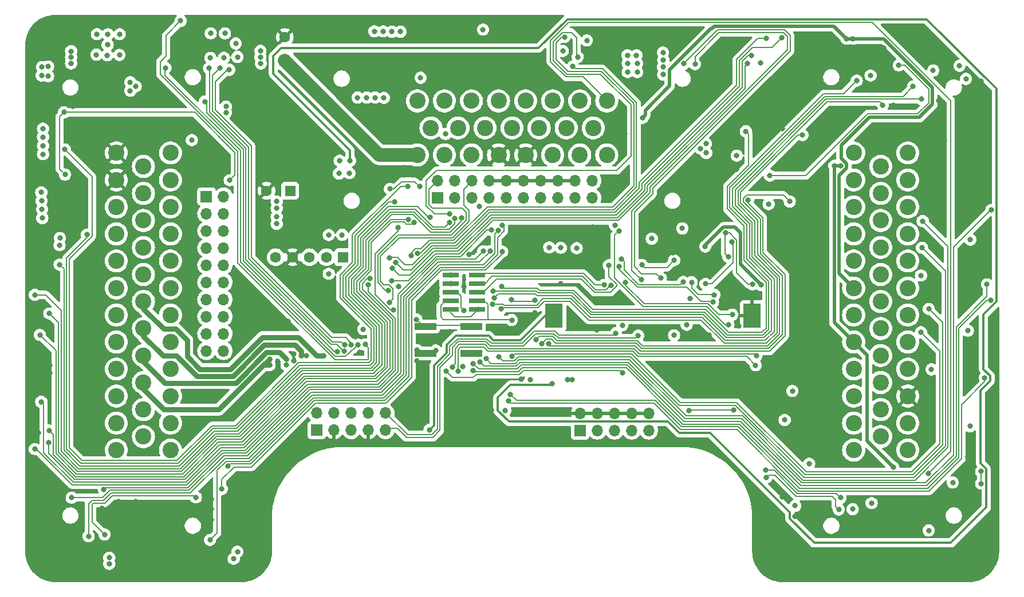
<source format=gbr>
%TF.GenerationSoftware,KiCad,Pcbnew,8.0.5*%
%TF.CreationDate,2024-10-18T05:49:16+03:00*%
%TF.ProjectId,ECUGDI,45435547-4449-42e6-9b69-6361645f7063,rev?*%
%TF.SameCoordinates,Original*%
%TF.FileFunction,Copper,L4,Bot*%
%TF.FilePolarity,Positive*%
%FSLAX46Y46*%
G04 Gerber Fmt 4.6, Leading zero omitted, Abs format (unit mm)*
G04 Created by KiCad (PCBNEW 8.0.5) date 2024-10-18 05:49:16*
%MOMM*%
%LPD*%
G01*
G04 APERTURE LIST*
%TA.AperFunction,ComponentPad*%
%ADD10R,1.700000X1.700000*%
%TD*%
%TA.AperFunction,ComponentPad*%
%ADD11O,1.700000X1.700000*%
%TD*%
%TA.AperFunction,ComponentPad*%
%ADD12R,1.600000X1.600000*%
%TD*%
%TA.AperFunction,ComponentPad*%
%ADD13C,1.600000*%
%TD*%
%TA.AperFunction,ComponentPad*%
%ADD14C,2.400000*%
%TD*%
%TA.AperFunction,SMDPad,CuDef*%
%ADD15R,2.600000X3.600000*%
%TD*%
%TA.AperFunction,SMDPad,CuDef*%
%ADD16R,3.200000X1.000000*%
%TD*%
%TA.AperFunction,SMDPad,CuDef*%
%ADD17R,2.400000X0.740000*%
%TD*%
%TA.AperFunction,ViaPad*%
%ADD18C,0.800000*%
%TD*%
%TA.AperFunction,Conductor*%
%ADD19C,0.350000*%
%TD*%
%TA.AperFunction,Conductor*%
%ADD20C,0.200000*%
%TD*%
%TA.AperFunction,Conductor*%
%ADD21C,2.000000*%
%TD*%
%TA.AperFunction,Conductor*%
%ADD22C,0.500000*%
%TD*%
%TA.AperFunction,Conductor*%
%ADD23C,0.800000*%
%TD*%
G04 APERTURE END LIST*
D10*
%TO.P,J13,1,Pin_1*%
%TO.N,/OUT_INJ1_N*%
X94310000Y-70450000D03*
D11*
%TO.P,J13,2,Pin_2*%
X96850000Y-70450000D03*
%TO.P,J13,3,Pin_3*%
%TO.N,/OUT_INJ1_P*%
X94310000Y-72990000D03*
%TO.P,J13,4,Pin_4*%
X96850000Y-72990000D03*
%TO.P,J13,5,Pin_5*%
%TO.N,/OUT_INJ2_N*%
X94310000Y-75530000D03*
%TO.P,J13,6,Pin_6*%
X96850000Y-75530000D03*
%TO.P,J13,7,Pin_7*%
%TO.N,/OUT_INJ2_P*%
X94310000Y-78070000D03*
%TO.P,J13,8,Pin_8*%
X96850000Y-78070000D03*
%TO.P,J13,9,Pin_9*%
%TO.N,/OUT_INJ3_N*%
X94310000Y-80610000D03*
%TO.P,J13,10,Pin_10*%
X96850000Y-80610000D03*
%TO.P,J13,11,Pin_11*%
%TO.N,/OUT_INJ3_P*%
X94310000Y-83150000D03*
%TO.P,J13,12,Pin_12*%
X96850000Y-83150000D03*
%TO.P,J13,13,Pin_13*%
%TO.N,/OUT_INJ4_N*%
X94310000Y-85690000D03*
%TO.P,J13,14,Pin_14*%
X96850000Y-85690000D03*
%TO.P,J13,15,Pin_15*%
%TO.N,/OUT_INJ4_P*%
X94310000Y-88230000D03*
%TO.P,J13,16,Pin_16*%
X96850000Y-88230000D03*
%TO.P,J13,17,Pin_17*%
%TO.N,/OUT_PUMP_N*%
X94310000Y-90770000D03*
%TO.P,J13,18,Pin_18*%
X96850000Y-90770000D03*
%TO.P,J13,19,Pin_19*%
%TO.N,/OUT_PUMP_P*%
X94310000Y-93310000D03*
%TO.P,J13,20,Pin_20*%
X96850000Y-93310000D03*
%TD*%
D10*
%TO.P,J8,1,Pin_1*%
%TO.N,/DRVEN*%
X128510000Y-70650000D03*
D11*
%TO.P,J8,2,Pin_2*%
%TO.N,/UART_RX*%
X128510000Y-68110000D03*
%TO.P,J8,3,Pin_3*%
%TO.N,/RESETB*%
X131050000Y-70650000D03*
%TO.P,J8,4,Pin_4*%
%TO.N,GND*%
X131050000Y-68110000D03*
%TO.P,J8,5,Pin_5*%
%TO.N,/FLAG_0*%
X133590000Y-70650000D03*
%TO.P,J8,6,Pin_6*%
%TO.N,/UART_TX*%
X133590000Y-68110000D03*
%TO.P,J8,7,Pin_7*%
%TO.N,/FLAG_1*%
X136130000Y-70650000D03*
%TO.P,J8,8,Pin_8*%
%TO.N,GND*%
X136130000Y-68110000D03*
%TO.P,J8,9,Pin_9*%
%TO.N,/FLAG_2*%
X138670000Y-70650000D03*
%TO.P,J8,10,Pin_10*%
%TO.N,GND*%
X138670000Y-68110000D03*
%TO.P,J8,11,Pin_11*%
%TO.N,/AUX_SPI_CS1*%
X141210000Y-70650000D03*
%TO.P,J8,12,Pin_12*%
%TO.N,GND*%
X141210000Y-68110000D03*
%TO.P,J8,13,Pin_13*%
%TO.N,unconnected-(J8-Pin_13-Pad13)*%
X143750000Y-70650000D03*
%TO.P,J8,14,Pin_14*%
%TO.N,GND*%
X143750000Y-68110000D03*
%TO.P,J8,15,Pin_15*%
%TO.N,unconnected-(J8-Pin_15-Pad15)*%
X146290000Y-70650000D03*
%TO.P,J8,16,Pin_16*%
%TO.N,GND*%
X146290000Y-68110000D03*
%TO.P,J8,17,Pin_17*%
%TO.N,unconnected-(J8-Pin_17-Pad17)*%
X148830000Y-70650000D03*
%TO.P,J8,18,Pin_18*%
%TO.N,GND*%
X148830000Y-68110000D03*
%TO.P,J8,19,Pin_19*%
%TO.N,/OA_1*%
X151370000Y-70650000D03*
%TO.P,J8,20,Pin_20*%
%TO.N,/OA_2*%
X151370000Y-68110000D03*
%TD*%
D12*
%TO.P,J12,1,Pin_1*%
%TO.N,Net-(D24-A)*%
X114550000Y-79450000D03*
D13*
%TO.P,J12,2,Pin_2*%
%TO.N,/USB_D-*%
X112050000Y-79450000D03*
%TO.P,J12,3,Pin_3*%
%TO.N,/USB_D+*%
X109550000Y-79450000D03*
%TO.P,J12,4,Pin_4*%
%TO.N,GND*%
X107050000Y-79450000D03*
%TO.P,J12,5,Pin_5*%
%TO.N,/USB_SHIELD*%
X104550000Y-79450000D03*
%TD*%
D10*
%TO.P,J16,1,Pin_1*%
%TO.N,/ingect-1*%
X110630000Y-105040000D03*
D11*
%TO.P,J16,2,Pin_2*%
%TO.N,/ingect-2*%
X110630000Y-102500000D03*
%TO.P,J16,3,Pin_3*%
%TO.N,GND*%
X113170000Y-105040000D03*
%TO.P,J16,4,Pin_4*%
%TO.N,/ingect-3*%
X113170000Y-102500000D03*
%TO.P,J16,5,Pin_5*%
%TO.N,/ingect-4*%
X115710000Y-105040000D03*
%TO.P,J16,6,Pin_6*%
%TO.N,/out_pump1_H*%
X115710000Y-102500000D03*
%TO.P,J16,7,Pin_7*%
%TO.N,GND*%
X118250000Y-105040000D03*
%TO.P,J16,8,Pin_8*%
%TO.N,/out_pump2_H*%
X118250000Y-102500000D03*
%TO.P,J16,9,Pin_9*%
%TO.N,/CAN+*%
X120790000Y-105040000D03*
%TO.P,J16,10,Pin_10*%
%TO.N,/CAN-*%
X120790000Y-102500000D03*
%TD*%
D10*
%TO.P,J17,1,Pin_1*%
%TO.N,+5V*%
X149560000Y-105090000D03*
D11*
%TO.P,J17,2,Pin_2*%
%TO.N,GND*%
X149560000Y-102550000D03*
%TO.P,J17,3,Pin_3*%
%TO.N,+3.3V*%
X152100000Y-105090000D03*
%TO.P,J17,4,Pin_4*%
%TO.N,GND*%
X152100000Y-102550000D03*
%TO.P,J17,5,Pin_5*%
%TO.N,/12V_MR*%
X154640000Y-105090000D03*
%TO.P,J17,6,Pin_6*%
%TO.N,GND*%
X154640000Y-102550000D03*
%TO.P,J17,7,Pin_7*%
%TO.N,/12V_MR*%
X157180000Y-105090000D03*
%TO.P,J17,8,Pin_8*%
%TO.N,GND*%
X157180000Y-102550000D03*
%TO.P,J17,9,Pin_9*%
%TO.N,/12V_MR*%
X159720000Y-105090000D03*
%TO.P,J17,10,Pin_10*%
%TO.N,GND*%
X159720000Y-102550000D03*
%TD*%
D14*
%TO.P,J6,1,Pin_1*%
%TO.N,/12V_MR*%
X125500000Y-64300000D03*
%TO.P,J6,2,Pin_2*%
X129500000Y-64300000D03*
%TO.P,J6,3,Pin_3*%
X133500000Y-64300000D03*
%TO.P,J6,4,Pin_4*%
%TO.N,GND*%
X137500000Y-64300000D03*
%TO.P,J6,5,Pin_5*%
X141500000Y-64300000D03*
%TO.P,J6,6,Pin_6*%
%TO.N,/AT4*%
X145500000Y-64300000D03*
%TO.P,J6,7,Pin_7*%
%TO.N,/AV2*%
X149500000Y-64300000D03*
%TO.P,J6,8,Pin_8*%
%TO.N,/AV1*%
X153500000Y-64300000D03*
%TO.P,J6,9,Pin_9*%
%TO.N,/12V_IGN*%
X127500000Y-60300000D03*
%TO.P,J6,10,Pin_10*%
%TO.N,/HS2*%
X131500000Y-60300000D03*
%TO.P,J6,11,Pin_11*%
%TO.N,/CAN+*%
X135500000Y-60300000D03*
%TO.P,J6,12,Pin_12*%
%TO.N,/CAN-*%
X139500000Y-60300000D03*
%TO.P,J6,13,Pin_13*%
%TO.N,/5V_SENSOR_2*%
X143500000Y-60300000D03*
%TO.P,J6,14,Pin_14*%
%TO.N,/12V_start*%
X147500000Y-60300000D03*
%TO.P,J6,15,Pin_15*%
X151500000Y-60300000D03*
%TO.P,J6,16,Pin_16*%
%TO.N,/HS3*%
X125500000Y-56300000D03*
%TO.P,J6,17,Pin_17*%
%TO.N,/CAN2+*%
X129500000Y-56300000D03*
%TO.P,J6,18,Pin_18*%
%TO.N,/CAN2-*%
X133500000Y-56300000D03*
%TO.P,J6,19,Pin_19*%
%TO.N,/OUT_LS2*%
X137500000Y-56300000D03*
%TO.P,J6,20,Pin_20*%
%TO.N,/OUT_LS1*%
X141500000Y-56300000D03*
%TO.P,J6,21,Pin_21*%
%TO.N,/L_D*%
X145500000Y-56300000D03*
%TO.P,J6,22,Pin_22*%
%TO.N,/R_D*%
X149500000Y-56300000D03*
%TO.P,J6,23,Pin_23*%
%TO.N,/DIGITAL_5*%
X153500000Y-56300000D03*
%TD*%
D15*
%TO.P,BT1,1,+*%
%TO.N,Net-(BT1-+)*%
X145700000Y-88100000D03*
%TO.P,BT1,2,-*%
%TO.N,GND*%
X175000000Y-88100000D03*
%TD*%
D16*
%TO.P,SW2,1,1*%
%TO.N,/mcu/BOOT0*%
X133500000Y-89700000D03*
X126700000Y-89700000D03*
%TO.P,SW2,2,2*%
%TO.N,+3.3V*%
X133500000Y-93700000D03*
X126700000Y-93700000D03*
%TD*%
D12*
%TO.P,C55,1*%
%TO.N,/12V_MR*%
X105900000Y-50350000D03*
D13*
%TO.P,C55,2*%
%TO.N,GND*%
X105900000Y-46850000D03*
%TD*%
D14*
%TO.P,J4,1,Pin_1*%
%TO.N,GND*%
X81000000Y-64000000D03*
%TO.P,J4,2,Pin_2*%
X81000000Y-68000000D03*
%TO.P,J4,3,Pin_3*%
%TO.N,/HS1*%
X81000000Y-72000000D03*
%TO.P,J4,4,Pin_4*%
%TO.N,/HS4*%
X81000000Y-76000000D03*
%TO.P,J4,5,Pin_5*%
%TO.N,/IGN5*%
X81000000Y-80000000D03*
%TO.P,J4,6,Pin_6*%
%TO.N,/12V_MR*%
X81000000Y-84000000D03*
%TO.P,J4,7,Pin_7*%
%TO.N,/IGN7*%
X81000000Y-88000000D03*
%TO.P,J4,8,Pin_8*%
%TO.N,/IGN8*%
X81000000Y-92000000D03*
%TO.P,J4,9,Pin_9*%
%TO.N,/IGN1*%
X81000000Y-96000000D03*
%TO.P,J4,10,Pin_10*%
%TO.N,/IGN2*%
X81000000Y-100000000D03*
%TO.P,J4,11,Pin_11*%
%TO.N,/IGN3*%
X81000000Y-104000000D03*
%TO.P,J4,12,Pin_12*%
%TO.N,/IGN4*%
X81000000Y-108000000D03*
%TO.P,J4,13,Pin_13*%
%TO.N,/LS14*%
X85000000Y-66000000D03*
%TO.P,J4,14,Pin_14*%
%TO.N,/LS15*%
X85000000Y-70000000D03*
%TO.P,J4,15,Pin_15*%
%TO.N,/LS13*%
X85000000Y-74000000D03*
%TO.P,J4,16,Pin_16*%
%TO.N,/LS16*%
X85000000Y-78000000D03*
%TO.P,J4,17,Pin_17*%
%TO.N,/IGN6*%
X85000000Y-82000000D03*
%TO.P,J4,18,Pin_18*%
%TO.N,/ingect-5*%
X85000000Y-86000000D03*
%TO.P,J4,19,Pin_19*%
%TO.N,/ingect-6*%
X85000000Y-90000000D03*
%TO.P,J4,20,Pin_20*%
%TO.N,/ingect-7*%
X85000000Y-94000000D03*
%TO.P,J4,21,Pin_21*%
%TO.N,/ingect-8*%
X85000000Y-98000000D03*
%TO.P,J4,22,Pin_22*%
%TO.N,/ETB1-*%
X85000000Y-102000000D03*
%TO.P,J4,23,Pin_23*%
%TO.N,/ETB1+*%
X85000000Y-106000000D03*
%TO.P,J4,24,Pin_24*%
%TO.N,/OUT_INJ1_N*%
X89000000Y-64000000D03*
%TO.P,J4,25,Pin_25*%
%TO.N,/OUT_INJ1_P*%
X89000000Y-68000000D03*
%TO.P,J4,26,Pin_26*%
%TO.N,/OUT_INJ2_N*%
X89000000Y-72000000D03*
%TO.P,J4,27,Pin_27*%
%TO.N,/OUT_INJ2_P*%
X89000000Y-76000000D03*
%TO.P,J4,28,Pin_28*%
%TO.N,/OUT_INJ3_N*%
X89000000Y-80000000D03*
%TO.P,J4,29,Pin_29*%
%TO.N,/OUT_INJ3_P*%
X89000000Y-84000000D03*
%TO.P,J4,30,Pin_30*%
%TO.N,/OUT_INJ4_N*%
X89000000Y-88000000D03*
%TO.P,J4,31,Pin_31*%
%TO.N,/OUT_INJ4_P*%
X89000000Y-92000000D03*
%TO.P,J4,32,Pin_32*%
%TO.N,/OUT_PUMP_N*%
X89000000Y-96000000D03*
%TO.P,J4,33,Pin_33*%
%TO.N,/OUT_PUMP_P*%
X89000000Y-100000000D03*
%TO.P,J4,34,Pin_34*%
%TO.N,/ETB2-*%
X89000000Y-104000000D03*
%TO.P,J4,35,Pin_35*%
%TO.N,/ETB2+*%
X89000000Y-108000000D03*
%TD*%
D12*
%TO.P,C105,1*%
%TO.N,Net-(U16-EN)*%
X106700000Y-69600000D03*
D13*
%TO.P,C105,2*%
%TO.N,GND*%
X103200000Y-69600000D03*
%TD*%
D14*
%TO.P,J5,1,Pin_1*%
%TO.N,/DIGITAL_1*%
X198000000Y-108000000D03*
%TO.P,J5,2,Pin_2*%
%TO.N,/DIGITAL_2*%
X198000000Y-104000000D03*
%TO.P,J5,3,Pin_3*%
%TO.N,GND*%
X198000000Y-100000000D03*
%TO.P,J5,4,Pin_4*%
%TO.N,/AV10*%
X198000000Y-96000000D03*
%TO.P,J5,5,Pin_5*%
%TO.N,/AV9*%
X198000000Y-92000000D03*
%TO.P,J5,6,Pin_6*%
%TO.N,/AV8*%
X198000000Y-88000000D03*
%TO.P,J5,7,Pin_7*%
%TO.N,/AV5*%
X198000000Y-84000000D03*
%TO.P,J5,8,Pin_8*%
%TO.N,/LSU_Bla\u0441k*%
X198000000Y-80000000D03*
%TO.P,J5,9,Pin_9*%
%TO.N,/LSU_White*%
X198000000Y-76000000D03*
%TO.P,J5,10,Pin_10*%
%TO.N,/AV3*%
X198000000Y-72000000D03*
%TO.P,J5,11,Pin_11*%
%TO.N,/KNOCK_1*%
X198000000Y-68000000D03*
%TO.P,J5,12,Pin_12*%
%TO.N,/KNOCK_2*%
X198000000Y-64000000D03*
%TO.P,J5,13,Pin_13*%
%TO.N,/DIGITAL_4*%
X194000000Y-106000000D03*
%TO.P,J5,14,Pin_14*%
%TO.N,/DIGITAL_3*%
X194000000Y-102000000D03*
%TO.P,J5,15,Pin_15*%
%TO.N,/EGT+*%
X194000000Y-98000000D03*
%TO.P,J5,16,Pin_16*%
%TO.N,/AV11*%
X194000000Y-94000000D03*
%TO.P,J5,17,Pin_17*%
%TO.N,/AV7*%
X194000000Y-90000000D03*
%TO.P,J5,18,Pin_18*%
%TO.N,/AV6*%
X194000000Y-86000000D03*
%TO.P,J5,19,Pin_19*%
%TO.N,/LSU_Red*%
X194000000Y-82000000D03*
%TO.P,J5,20,Pin_20*%
%TO.N,/LSU_Green*%
X194000000Y-78000000D03*
%TO.P,J5,21,Pin_21*%
%TO.N,/AV4*%
X194000000Y-74000000D03*
%TO.P,J5,22,Pin_22*%
%TO.N,/starter*%
X194000000Y-70000000D03*
%TO.P,J5,23,Pin_23*%
X194000000Y-66000000D03*
%TO.P,J5,24,Pin_24*%
%TO.N,/DIGITAL_6*%
X190000000Y-108000000D03*
%TO.P,J5,25,Pin_25*%
%TO.N,/VR1-*%
X190000000Y-104000000D03*
%TO.P,J5,26,Pin_26*%
%TO.N,/VR1+*%
X190000000Y-100000000D03*
%TO.P,J5,27,Pin_27*%
%TO.N,/EGT-*%
X190000000Y-96000000D03*
%TO.P,J5,28,Pin_28*%
%TO.N,/5V_SENSOR_1*%
X190000000Y-92000000D03*
%TO.P,J5,29,Pin_29*%
%TO.N,/12V_MR*%
X190000000Y-88000000D03*
%TO.P,J5,30,Pin_30*%
%TO.N,/5V_SENSOR_2*%
X190000000Y-84000000D03*
%TO.P,J5,31,Pin_31*%
%TO.N,/LSU_Yellow*%
X190000000Y-80000000D03*
%TO.P,J5,32,Pin_32*%
%TO.N,/LSU_Grey*%
X190000000Y-76000000D03*
%TO.P,J5,33,Pin_33*%
%TO.N,/AT1*%
X190000000Y-72000000D03*
%TO.P,J5,34,Pin_34*%
%TO.N,/AT2*%
X190000000Y-68000000D03*
%TO.P,J5,35,Pin_35*%
%TO.N,/AT3*%
X190000000Y-64000000D03*
%TD*%
D17*
%TO.P,J7,1,Pin_1*%
%TO.N,/WDO/SWDIO_1*%
X134350000Y-82060000D03*
%TO.P,J7,2,Pin_2*%
%TO.N,/mcu/SWDIO*%
X130450000Y-82060000D03*
%TO.P,J7,3,Pin_3*%
%TO.N,/WDO/SWCLK_1*%
X134350000Y-83330000D03*
%TO.P,J7,4,Pin_4*%
%TO.N,/mcu/SWCLK*%
X130450000Y-83330000D03*
%TO.P,J7,5,Pin_5*%
%TO.N,/WDO/nRESET_1*%
X134350000Y-84600000D03*
%TO.P,J7,6,Pin_6*%
%TO.N,/mcu/nRESET*%
X130450000Y-84600000D03*
%TO.P,J7,7,Pin_7*%
%TO.N,+3.3V*%
X134350000Y-85870000D03*
%TO.P,J7,8,Pin_8*%
X130450000Y-85870000D03*
%TO.P,J7,9,Pin_9*%
%TO.N,GND*%
X134350000Y-87140000D03*
%TO.P,J7,10,Pin_10*%
X130450000Y-87140000D03*
%TD*%
D18*
%TO.N,Net-(BT1-+)*%
X127300000Y-105000000D03*
%TO.N,GND*%
X122650000Y-56900000D03*
X203400000Y-48350000D03*
X101700000Y-118300000D03*
X189400000Y-125000000D03*
X76000000Y-92700000D03*
X122150000Y-66850000D03*
X144850000Y-75300000D03*
X140850000Y-97500000D03*
X92050000Y-121250000D03*
X104850000Y-94850000D03*
X199800000Y-93650000D03*
X83900000Y-115600000D03*
X187350000Y-99350000D03*
X207950000Y-97600000D03*
X130250000Y-90500000D03*
X95050000Y-115250000D03*
X193300000Y-49750000D03*
X168800000Y-50000000D03*
X200000000Y-80750000D03*
X171200000Y-60200000D03*
X141600000Y-102650000D03*
X71200000Y-96550000D03*
X155800000Y-68200000D03*
X160400000Y-58800000D03*
X160750000Y-90300000D03*
X125450000Y-102750000D03*
X102150000Y-65550000D03*
X118050000Y-58750000D03*
X201250000Y-103050000D03*
X102550000Y-98600000D03*
X185150000Y-71450000D03*
X146050000Y-75300000D03*
X195800000Y-125400000D03*
X206900000Y-110908815D03*
X200450000Y-99100000D03*
X92200000Y-103800000D03*
X126350000Y-86300000D03*
X83900000Y-116900000D03*
X95000000Y-118350000D03*
X134500000Y-87150000D03*
X137250000Y-53050000D03*
X167000000Y-106800000D03*
X83900000Y-118050000D03*
X133150000Y-101250000D03*
X196950000Y-118150000D03*
X145450000Y-44100000D03*
X88550000Y-59650000D03*
X166400000Y-54850000D03*
X139168727Y-80649500D03*
X112200000Y-64800000D03*
X155750000Y-85150000D03*
X132400000Y-83800000D03*
X202300000Y-49800000D03*
X163400000Y-95800000D03*
X69450000Y-105450000D03*
X173050000Y-89650000D03*
X123600000Y-67250000D03*
X95050000Y-116750000D03*
X72650000Y-52400000D03*
X210700199Y-90921491D03*
X84950000Y-59750000D03*
X175950000Y-85000000D03*
X195850000Y-56900000D03*
X93550000Y-100150000D03*
X185200000Y-88200000D03*
X168800000Y-49050000D03*
X182150000Y-69400000D03*
X171800000Y-82050000D03*
X187400000Y-100450000D03*
X183250000Y-98400000D03*
X182200000Y-71600000D03*
X183590329Y-62050000D03*
X179450000Y-114950000D03*
X85050000Y-122550000D03*
X125450000Y-104200000D03*
X168600000Y-91000000D03*
X130150000Y-101400000D03*
X172200000Y-62550000D03*
X193350000Y-48500000D03*
X101650000Y-117000000D03*
X166950000Y-53700000D03*
X117000000Y-93500000D03*
X79450000Y-59600000D03*
X163300000Y-78800000D03*
X205800000Y-115000000D03*
X203400000Y-62200000D03*
X105950000Y-58050000D03*
X179100000Y-66100000D03*
X69650000Y-48250000D03*
X157150000Y-89750000D03*
X182600000Y-125000000D03*
X97200000Y-118250000D03*
X206900000Y-109050000D03*
X73900000Y-120100000D03*
X183400000Y-84000000D03*
X74400000Y-76750000D03*
X109200000Y-76600000D03*
X130650000Y-53200000D03*
X177800000Y-53400000D03*
X172800000Y-95850000D03*
X99000000Y-101600000D03*
X81350000Y-115650000D03*
X68150000Y-112350000D03*
X159700000Y-46700000D03*
X81300000Y-117200000D03*
X75300000Y-52400000D03*
X206850000Y-81700000D03*
X132250000Y-53200000D03*
X185300000Y-117000000D03*
X120950000Y-66900000D03*
X70000000Y-88500000D03*
X74550000Y-57150000D03*
X115950000Y-68900000D03*
X123600000Y-66200000D03*
X133155785Y-79050500D03*
X200950000Y-116750000D03*
X142863025Y-87649500D03*
X146700000Y-83350000D03*
X186150000Y-109600000D03*
X181200000Y-87600000D03*
X107200000Y-93800000D03*
X101700000Y-115700000D03*
X208450000Y-83850000D03*
X159600000Y-59800000D03*
X196400000Y-120200000D03*
X166650000Y-79250000D03*
X114650000Y-68950000D03*
X203800000Y-125400000D03*
X159800000Y-75050000D03*
X90350000Y-48450000D03*
X152050000Y-90200000D03*
X136450000Y-102050000D03*
X84950000Y-121300000D03*
X192650000Y-109650000D03*
X100850000Y-54450000D03*
X113150000Y-90024500D03*
X179426943Y-60399500D03*
X210050000Y-102750000D03*
X84550000Y-48500000D03*
X168400000Y-72200000D03*
X181350000Y-117850000D03*
X71150000Y-95500000D03*
X202000000Y-65150000D03*
X146150000Y-80850000D03*
X114250000Y-90024500D03*
X182150000Y-102000000D03*
X159600000Y-61200000D03*
X147600000Y-50200000D03*
X71550000Y-48200000D03*
X158950000Y-47550000D03*
X112800000Y-83700000D03*
X102150000Y-66500000D03*
X163800000Y-68600000D03*
X202250000Y-48350000D03*
X92700000Y-122400000D03*
X127300000Y-52950000D03*
X86350000Y-48250000D03*
X104800000Y-58050000D03*
X166850000Y-52450000D03*
X95150000Y-100150000D03*
X78850000Y-116600000D03*
X208800000Y-53350000D03*
X102150000Y-67500000D03*
X78850000Y-118150000D03*
X203400000Y-49800000D03*
X104800000Y-60000000D03*
X136900000Y-90000000D03*
X133900000Y-50500000D03*
X182050000Y-75800000D03*
X156200000Y-61200000D03*
X126800000Y-45900000D03*
X117050000Y-58750000D03*
X200250000Y-75700000D03*
X194450000Y-48500000D03*
X97200000Y-115200000D03*
X172700000Y-66450000D03*
X92000000Y-48400000D03*
X125450000Y-94799502D03*
X106400000Y-88950000D03*
X209200000Y-68200000D03*
X128250000Y-84350000D03*
X128400000Y-91350000D03*
X124800000Y-67300000D03*
X125100000Y-45800000D03*
X105950000Y-59050000D03*
X202600000Y-56300000D03*
X104800000Y-59050000D03*
X209250000Y-70250000D03*
X106000000Y-60000000D03*
X170300000Y-95750000D03*
X151450000Y-75000000D03*
X104850000Y-96700000D03*
X113550000Y-68950000D03*
X97150000Y-116750000D03*
X194450000Y-49700000D03*
X107194107Y-94794107D03*
X93250000Y-121250000D03*
X164600000Y-106800000D03*
X210800000Y-98950000D03*
X207000000Y-95250000D03*
X189400000Y-119300000D03*
X75200000Y-120100000D03*
%TO.N,/12V_MR*%
X74300000Y-50750000D03*
X98900000Y-123050000D03*
X119150000Y-46000000D03*
X119250000Y-55800000D03*
X79950000Y-124850000D03*
X79950000Y-123950000D03*
X98350000Y-124100000D03*
X70150000Y-60400000D03*
X74300000Y-49850000D03*
X97200000Y-57150000D03*
X118000000Y-55800000D03*
X69950000Y-71100000D03*
X70150000Y-62950000D03*
X121735000Y-46050500D03*
X70900000Y-52650000D03*
X102300000Y-49850000D03*
X168150000Y-62650000D03*
X70150000Y-61650000D03*
X120550000Y-55850000D03*
X70900000Y-51200000D03*
X70050000Y-73650000D03*
X116650000Y-55800000D03*
X74300000Y-48950000D03*
X69900000Y-69850000D03*
X102350000Y-50750000D03*
X167350000Y-63350000D03*
X120450000Y-46000000D03*
X70000000Y-51300000D03*
X83050000Y-53550000D03*
X102300000Y-48900000D03*
X83050000Y-54800000D03*
X97200000Y-58050000D03*
X69950000Y-52550000D03*
X83850000Y-54150000D03*
X70150000Y-64200000D03*
X123005000Y-46050500D03*
X168200000Y-64000000D03*
X70000000Y-72350000D03*
%TO.N,/mcu/nRESET*%
X132400000Y-87350000D03*
%TO.N,+5V*%
X192650000Y-115850000D03*
X92150000Y-62100000D03*
X181350000Y-116250000D03*
X148400000Y-97550000D03*
X179800000Y-103550000D03*
X180950000Y-99250000D03*
X207225000Y-104475000D03*
X204650000Y-112800000D03*
X104700000Y-74500000D03*
X201500000Y-96050000D03*
X177600000Y-67350000D03*
X154700000Y-74700000D03*
X138500000Y-102150000D03*
X147000000Y-48900000D03*
X72600000Y-77650000D03*
X104700000Y-73450000D03*
X147700000Y-97550000D03*
X104700000Y-71200000D03*
X172714829Y-64412500D03*
X72652288Y-76616048D03*
X155800000Y-89500000D03*
X189850000Y-116750000D03*
X199950000Y-82150000D03*
X183425000Y-110025000D03*
X112400000Y-81900000D03*
X201100000Y-119900000D03*
X205640000Y-51090000D03*
X135200000Y-45749500D03*
X207250000Y-76850000D03*
X206873077Y-90326923D03*
X177425000Y-71600000D03*
X196677500Y-51040000D03*
X104700000Y-72200000D03*
%TO.N,/5V_SENSOR_1*%
X188100000Y-65900000D03*
X187150000Y-65900000D03*
X195850000Y-110550500D03*
%TO.N,/5V_SENSOR_2*%
X188950000Y-47100000D03*
X158800000Y-58800000D03*
X189900000Y-47100000D03*
%TO.N,/DIGITAL_5*%
X201003689Y-111488496D03*
%TO.N,/knock/FILTERED_1*%
X200000000Y-56050000D03*
X136624567Y-86416417D03*
%TO.N,/knock/FILTERED_2*%
X194300000Y-56910000D03*
X137850500Y-87099500D03*
%TO.N,/CAN-*%
X154850000Y-90687500D03*
%TO.N,/CAN+*%
X158150000Y-91050000D03*
%TO.N,/mcu/SWDIO*%
X122656085Y-75023286D03*
X121950500Y-87261257D03*
X130450000Y-82060000D03*
%TO.N,/mcu/SWCLK*%
X130450000Y-83330000D03*
%TO.N,/mcu/SD_CS*%
X121736747Y-82897919D03*
X174249500Y-50750000D03*
%TO.N,/mcu/SD_MOSI*%
X121805709Y-81098919D03*
X174850000Y-49600000D03*
%TO.N,/mcu/SD_SCK*%
X121400000Y-79587000D03*
X177075000Y-47000000D03*
%TO.N,/mcu/SD_MISO*%
X122300000Y-80200000D03*
X179350000Y-46925000D03*
%TO.N,/mcu/BOOT0*%
X125350000Y-88650000D03*
%TO.N,/mcu/AV5*%
X139021075Y-100722933D03*
X209375500Y-97293743D03*
%TO.N,/mcu/AV6*%
X139250000Y-99750000D03*
X210250000Y-85800000D03*
%TO.N,/mcu/AV7*%
X201100000Y-87100000D03*
X137550000Y-94200000D03*
%TO.N,/mcu/AV8*%
X199950000Y-90550000D03*
X139499500Y-94087500D03*
%TO.N,/mcu/AV1*%
X133750000Y-96250000D03*
X209711771Y-83466350D03*
%TO.N,/mcu/AV2*%
X210350000Y-72450000D03*
X133750000Y-95200000D03*
%TO.N,/mcu/AV3*%
X134728763Y-94997444D03*
X200200000Y-74100000D03*
%TO.N,/mcu/AV4*%
X135639410Y-94461608D03*
X200100000Y-78050000D03*
%TO.N,/mcu/AV9*%
X208850000Y-112949500D03*
X208850000Y-111150500D03*
%TO.N,/mcu/AT1*%
X144900000Y-92287500D03*
X174399500Y-71000500D03*
%TO.N,/mcu/AT2*%
X143900497Y-92287500D03*
X180550000Y-71200000D03*
%TO.N,/mcu/AT3*%
X143049500Y-91688000D03*
X182433672Y-61338211D03*
%TO.N,/mcu/AT4*%
X137950000Y-83746715D03*
X174050000Y-60800000D03*
%TO.N,/mcu/5V_SENSOR_1_PG*%
X136837893Y-85439945D03*
X198772500Y-54172500D03*
%TO.N,/mcu/5V_SENSOR_2_PG*%
X136700000Y-84450000D03*
X190452500Y-53302500D03*
%TO.N,/LSU_Yellow*%
X155349500Y-80800000D03*
X169188621Y-86099379D03*
%TO.N,/mcu/VR_1*%
X172250000Y-102050000D03*
X165624006Y-102125994D03*
%TO.N,/etb-2/DIS*%
X96600000Y-113750000D03*
X138049500Y-78600000D03*
%TO.N,/etb-1/DIS*%
X136430869Y-75424420D03*
X79150000Y-113875498D03*
%TO.N,/lowside_quad4/IN4*%
X113649500Y-93400000D03*
X94086404Y-56399500D03*
%TO.N,/lowside_quad4/IN3*%
X94700000Y-51469500D03*
X114648931Y-93388175D03*
%TO.N,/lowside_quad4/IN2*%
X114724245Y-92391514D03*
X96300000Y-51469500D03*
%TO.N,/lowside_quad4/IN1*%
X97700000Y-51700000D03*
X115723744Y-92388981D03*
%TO.N,/highside_quad/IN1*%
X121447785Y-69325478D03*
X125850000Y-69000000D03*
%TO.N,Net-(RN13-R4.2)*%
X73400000Y-63500000D03*
X124050000Y-68950000D03*
%TO.N,Net-(RN13-R1.2)*%
X76650000Y-76100000D03*
X122147785Y-71245122D03*
%TO.N,/ign2/IN4*%
X132050500Y-73650000D03*
X69700000Y-90950000D03*
%TO.N,/ign2/IN3*%
X131052663Y-73707650D03*
X71075000Y-87775000D03*
%TO.N,/ign2/IN2*%
X130256456Y-74313378D03*
X68950000Y-85010500D03*
%TO.N,/ign2/IN1*%
X72608158Y-80538062D03*
X127354428Y-73500500D03*
%TO.N,/ign1/IN4*%
X70950500Y-106900000D03*
X125039183Y-74295820D03*
%TO.N,/ign1/IN3*%
X71075000Y-105125000D03*
X124144622Y-73844622D03*
%TO.N,/ign1/IN2*%
X69900000Y-100850000D03*
X118511622Y-82584485D03*
%TO.N,/ign1/IN1*%
X118229111Y-83543231D03*
X68950000Y-107850000D03*
%TO.N,/mcu/DIGITAL2*%
X177067718Y-112046206D03*
X187800000Y-116800000D03*
%TO.N,/mcu/DIGITAL3*%
X188055439Y-115060911D03*
X177005378Y-110994622D03*
%TO.N,/etb-2/DIR*%
X94850000Y-121300000D03*
X137428709Y-75482047D03*
%TO.N,/etb-1/DIR*%
X136250000Y-78550000D03*
X76900000Y-120750000D03*
%TO.N,/etb-1/PWM*%
X74400000Y-115050000D03*
X135250000Y-78550000D03*
%TO.N,/etb-2/PWM*%
X138050500Y-74699500D03*
X97500000Y-110349500D03*
%TO.N,/mcu/DIGITAL1*%
X142867804Y-85826012D03*
X139400000Y-85700000D03*
%TO.N,/mcu/CAN_RX*%
X147250000Y-46850000D03*
X124543253Y-79220216D03*
%TO.N,/mcu/CAN_TX*%
X148500000Y-51200000D03*
X125484792Y-78884792D03*
%TO.N,/ingect-5*%
X110600000Y-94000000D03*
X111650000Y-94000000D03*
%TO.N,/ingect-6*%
X108300500Y-94000000D03*
X109050000Y-94000000D03*
%TO.N,/ingect-7*%
X106150000Y-95400000D03*
X106150000Y-94500000D03*
%TO.N,/ingect-8*%
X103650000Y-94500000D03*
X103650000Y-95400000D03*
%TO.N,/AUX_SPI_CS*%
X155850000Y-96600000D03*
X129750000Y-96300000D03*
%TO.N,/AUX_SPI_MISO*%
X131500000Y-96350000D03*
X175500000Y-95450000D03*
%TO.N,/AUX_SPI_MOSI*%
X132232429Y-95669887D03*
%TO.N,/AUX_SPI_SCK*%
X130650000Y-95700000D03*
X175600000Y-94050500D03*
%TO.N,VDDA*%
X155300000Y-75550000D03*
X171475000Y-89425000D03*
%TO.N,/WDO/LED_GREEN*%
X161500000Y-82550000D03*
X164900000Y-50800000D03*
%TO.N,/WDO/LED_BLUE*%
X166550000Y-50850000D03*
X158600000Y-82800500D03*
%TO.N,/12V_start*%
X150550000Y-47350000D03*
X156550000Y-49550000D03*
X158000000Y-50750000D03*
X158000000Y-52050000D03*
X156600000Y-50750000D03*
X156600000Y-52050000D03*
X157900000Y-49550000D03*
%TO.N,/WDO/Ip_dac*%
X158675500Y-80600000D03*
X163451628Y-79901628D03*
%TO.N,Net-(U35A-+)*%
X172000000Y-77200000D03*
X168100000Y-83400000D03*
%TO.N,/WDO/heater_pwm*%
X156288743Y-83149500D03*
X172050000Y-87950000D03*
%TO.N,Net-(U35B--)*%
X166050500Y-83150000D03*
X169398678Y-85017557D03*
%TO.N,/WDO/Un_sense*%
X155650038Y-79683104D03*
X164800000Y-83100000D03*
%TO.N,/starter*%
X161800000Y-51300000D03*
X161800000Y-49150000D03*
X161850000Y-52400000D03*
X161850000Y-50250000D03*
%TO.N,/out_pump_L2*%
X116750976Y-92400976D03*
X88250000Y-51400000D03*
%TO.N,/out_pump_L1*%
X117775062Y-92374000D03*
X90500000Y-44450500D03*
%TO.N,+3.3V*%
X145000000Y-78000000D03*
X164668128Y-75182372D03*
X129650000Y-61200000D03*
X122700000Y-83750000D03*
X146700000Y-78050000D03*
X134500000Y-93700000D03*
X125965226Y-52884774D03*
X79250000Y-120500000D03*
X176250000Y-50650000D03*
X134700000Y-71950000D03*
X139450000Y-88747183D03*
X165300000Y-89449500D03*
X149050000Y-78100000D03*
X73250000Y-58000000D03*
X117500000Y-90100000D03*
X163450000Y-91000000D03*
X112400000Y-76150000D03*
X97750000Y-68050000D03*
X160150000Y-76700000D03*
X192500000Y-52550000D03*
X165850000Y-85600000D03*
X128200000Y-93250000D03*
X73407969Y-67207969D03*
X114375000Y-76125000D03*
X201750000Y-51800000D03*
X92750000Y-115000000D03*
X125400000Y-93200000D03*
X142200000Y-97600000D03*
X206600000Y-53050000D03*
%TO.N,/OUT_LS1*%
X98900000Y-49800000D03*
X96900000Y-49900000D03*
X98650000Y-47800000D03*
X94900000Y-49950000D03*
X94950000Y-46300000D03*
X97050000Y-46300000D03*
%TO.N,/OUT_LS2*%
X78050000Y-49450000D03*
X79650000Y-49550000D03*
X78125000Y-46425000D03*
X79750000Y-46450000D03*
X81475000Y-46425000D03*
X81475000Y-46425000D03*
X79700000Y-48000000D03*
X81450000Y-49500000D03*
%TO.N,/UART_RX*%
X121174500Y-84363743D03*
%TO.N,/UART_TX*%
X121402465Y-86147535D03*
%TO.N,/12V_IGN*%
X115450000Y-67000000D03*
X145450000Y-98200000D03*
X115550000Y-65150000D03*
X113900000Y-67050000D03*
X114000000Y-65150000D03*
%TO.N,/OUT_Start*%
X130300000Y-73050000D03*
X149200000Y-49800000D03*
%TO.N,/LSU_Green*%
X171100000Y-75850000D03*
X171460500Y-79380872D03*
X175054720Y-83466239D03*
%TO.N,/LSU_Red*%
X176350500Y-83560644D03*
X168050000Y-77850000D03*
%TO.N,/WDO/nRESET_1*%
X153800000Y-80650000D03*
%TO.N,/WDO/SWCLK_1*%
X154098759Y-83588002D03*
%TO.N,/WDO/SWDIO_1*%
X153100000Y-83549500D03*
%TD*%
D19*
%TO.N,Net-(BT1-+)*%
X144410112Y-88100000D02*
X145700000Y-88100000D01*
X140798112Y-91712000D02*
X144410112Y-88100000D01*
X127300000Y-105000000D02*
X127975000Y-104325000D01*
X136712000Y-91712000D02*
X140798112Y-91712000D01*
X131206192Y-91075000D02*
X136075000Y-91075000D01*
X129825000Y-93587562D02*
X129825000Y-92456194D01*
X127975000Y-95437562D02*
X129825000Y-93587562D01*
X129825000Y-92456194D02*
X131206192Y-91075000D01*
X136075000Y-91075000D02*
X136712000Y-91712000D01*
X127975000Y-104325000D02*
X127975000Y-95437562D01*
D20*
%TO.N,GND*%
X133350000Y-88300000D02*
X134500000Y-87150000D01*
X130450000Y-87710000D02*
X131040000Y-88300000D01*
X131040000Y-88300000D02*
X133350000Y-88300000D01*
X130450000Y-87140000D02*
X130450000Y-87710000D01*
D21*
%TO.N,/12V_MR*%
X119850000Y-64300000D02*
X125500000Y-64300000D01*
X105900000Y-50350000D02*
X119850000Y-64300000D01*
D20*
%TO.N,/mcu/nRESET*%
X131350000Y-84600000D02*
X130450000Y-84600000D01*
X132400000Y-87350000D02*
X131950000Y-86900000D01*
X131950000Y-86900000D02*
X131950000Y-85200000D01*
X131950000Y-85200000D02*
X131350000Y-84600000D01*
%TO.N,+5V*%
X197564264Y-51040000D02*
X196677500Y-51040000D01*
X177600000Y-67350000D02*
X182950000Y-67350000D01*
X182950000Y-67350000D02*
X187650000Y-62650000D01*
X201100000Y-54575736D02*
X197564264Y-51040000D01*
X187650000Y-62622182D02*
X192072182Y-58200000D01*
X192072182Y-58200000D02*
X199472182Y-58200000D01*
X187650000Y-62650000D02*
X187650000Y-62622182D01*
X201100000Y-56572182D02*
X201100000Y-54575736D01*
X199472182Y-58200000D02*
X201100000Y-56572182D01*
D22*
%TO.N,/5V_SENSOR_1*%
X187150000Y-65900000D02*
X187150000Y-89150000D01*
X191950000Y-106650500D02*
X195850000Y-110550500D01*
X187150000Y-89150000D02*
X190000000Y-92000000D01*
X191950000Y-93950000D02*
X191950000Y-106650500D01*
X190000000Y-92000000D02*
X191950000Y-93950000D01*
X188100000Y-65900000D02*
X187150000Y-65900000D01*
%TO.N,/5V_SENSOR_2*%
X189950000Y-47150000D02*
X189900000Y-47100000D01*
X194452082Y-47150000D02*
X189950000Y-47150000D01*
X169350000Y-45250000D02*
X187100000Y-45250000D01*
X162800000Y-51697918D02*
X168897918Y-45600000D01*
X199700000Y-58750000D02*
X201650000Y-56800000D01*
X188950000Y-47100000D02*
X189000000Y-47150000D01*
X188950000Y-65547918D02*
X188200000Y-64797918D01*
X168897918Y-45600000D02*
X169000000Y-45600000D01*
X159200000Y-58400000D02*
X159200000Y-57697918D01*
X162800000Y-54097918D02*
X162800000Y-51697918D01*
X190000000Y-84000000D02*
X187850000Y-81850000D01*
X158800000Y-58800000D02*
X159200000Y-58400000D01*
X169000000Y-45600000D02*
X169350000Y-45250000D01*
X189900000Y-47100000D02*
X188950000Y-47100000D01*
X188200000Y-62850000D02*
X192300000Y-58750000D01*
X187850000Y-67352082D02*
X188950000Y-66252082D01*
X187850000Y-81850000D02*
X187850000Y-67352082D01*
X187100000Y-45250000D02*
X188950000Y-47100000D01*
X201650000Y-56800000D02*
X201650000Y-54347918D01*
X188950000Y-66252082D02*
X188950000Y-65547918D01*
X159200000Y-57697918D02*
X162800000Y-54097918D01*
X201650000Y-54347918D02*
X194452082Y-47150000D01*
X189000000Y-47150000D02*
X189050000Y-47150000D01*
X192300000Y-58750000D02*
X199700000Y-58750000D01*
X188200000Y-64797918D02*
X188200000Y-62850000D01*
D20*
%TO.N,/DIGITAL_5*%
X145200000Y-50500000D02*
X147450000Y-52750000D01*
X201003689Y-111488496D02*
X204350000Y-108142185D01*
X145200000Y-47344364D02*
X145200000Y-50500000D01*
X204350000Y-56270100D02*
X192754900Y-44675000D01*
X147869364Y-44675000D02*
X145200000Y-47344364D01*
X204350000Y-108142185D02*
X204350000Y-56270100D01*
X147450000Y-52750000D02*
X149950000Y-52750000D01*
X149950000Y-52750000D02*
X153500000Y-56300000D01*
X192754900Y-44675000D02*
X147869364Y-44675000D01*
%TO.N,/knock/FILTERED_1*%
X167621570Y-88350000D02*
X150965686Y-88350000D01*
X138140450Y-86399500D02*
X136641484Y-86399500D01*
X200000000Y-56050000D02*
X185897058Y-56050000D01*
X178250000Y-90437256D02*
X176936756Y-91750500D01*
X200000000Y-56050000D02*
X200050000Y-56050000D01*
X176936756Y-91750500D02*
X171022071Y-91750500D01*
X148215686Y-85600000D02*
X144084315Y-85600000D01*
X150965686Y-88350000D02*
X148215686Y-85600000D01*
X171022071Y-91750500D02*
X167621570Y-88350000D01*
X143134315Y-86550000D02*
X138290950Y-86550000D01*
X185897058Y-56050000D02*
X172500000Y-69447058D01*
X138290950Y-86550000D02*
X138140450Y-86399500D01*
X144084315Y-85600000D02*
X143134315Y-86550000D01*
X172500000Y-69447058D02*
X172500000Y-71788007D01*
X175000000Y-79412743D02*
X178250000Y-82662744D01*
X136641484Y-86399500D02*
X136624567Y-86416417D01*
X178250000Y-82662744D02*
X178250000Y-90437256D01*
X172500000Y-71788007D02*
X175000000Y-74288007D01*
X175000000Y-74288007D02*
X175000000Y-79412743D01*
%TO.N,/knock/FILTERED_2*%
X150800000Y-88750000D02*
X148050000Y-86000000D01*
X167455884Y-88750000D02*
X150800000Y-88750000D01*
X193840000Y-56450000D02*
X186062744Y-56450000D01*
X172899500Y-69613244D02*
X172899500Y-71621821D01*
X148050000Y-86000000D02*
X144250001Y-86000000D01*
X178650000Y-82497058D02*
X178650000Y-90602942D01*
X170856385Y-92150500D02*
X167455884Y-88750000D01*
X175400000Y-74122321D02*
X175400000Y-79247057D01*
X144250001Y-86000000D02*
X143300001Y-86950000D01*
X178650000Y-90602942D02*
X177102442Y-92150500D01*
X138000000Y-86950000D02*
X137850500Y-87099500D01*
X143300001Y-86950000D02*
X138000000Y-86950000D01*
X194300000Y-56910000D02*
X193840000Y-56450000D01*
X177102442Y-92150500D02*
X170856385Y-92150500D01*
X175400000Y-79247057D02*
X178650000Y-82497058D01*
X172899500Y-71621821D02*
X175400000Y-74122321D01*
X186062744Y-56450000D02*
X172899500Y-69613244D01*
%TO.N,/CAN-*%
X154850000Y-90900000D02*
X154763000Y-90987000D01*
X135797057Y-91550000D02*
X131402942Y-91550001D01*
X127600000Y-105750000D02*
X124040000Y-105750000D01*
X145868872Y-90387500D02*
X142794365Y-90387500D01*
X140994864Y-92187000D02*
X136434057Y-92187000D01*
X142794365Y-90387500D02*
X140994864Y-92187000D01*
X130300000Y-93784314D02*
X128450000Y-95634314D01*
X131402942Y-91550001D02*
X130300000Y-92652945D01*
X136434057Y-92187000D02*
X135797057Y-91550000D01*
X146468372Y-90987000D02*
X145868872Y-90387500D01*
X124040000Y-105750000D02*
X120790000Y-102500000D01*
X130300000Y-92652945D02*
X130300000Y-93784314D01*
X154850000Y-90687500D02*
X154850000Y-90900000D01*
X128450000Y-104900000D02*
X127600000Y-105750000D01*
X128450000Y-95634314D02*
X128450000Y-104900000D01*
X154763000Y-90987000D02*
X146468372Y-90987000D01*
%TO.N,/CAN+*%
X130700000Y-93950000D02*
X128850000Y-95800000D01*
X141160550Y-92587000D02*
X136268372Y-92587000D01*
X142960050Y-90787500D02*
X141160550Y-92587000D01*
X158150000Y-91050000D02*
X157813000Y-91387000D01*
X121030000Y-104800000D02*
X120790000Y-105040000D01*
X146302686Y-91387000D02*
X145703186Y-90787500D01*
X157813000Y-91387000D02*
X146302686Y-91387000D01*
X122524314Y-104800000D02*
X121030000Y-104800000D01*
X136268372Y-92587000D02*
X135631372Y-91950000D01*
X145703186Y-90787500D02*
X142960050Y-90787500D01*
X127765685Y-106150000D02*
X123874315Y-106150000D01*
X123874315Y-106150000D02*
X122524314Y-104800000D01*
X128850000Y-105065686D02*
X127765685Y-106150000D01*
X131568628Y-91950000D02*
X130700000Y-92818630D01*
X130700000Y-92818630D02*
X130700000Y-93950000D01*
X128850000Y-95800000D02*
X128850000Y-105065686D01*
X135631372Y-91950000D02*
X131568628Y-91950000D01*
%TO.N,/mcu/SWDIO*%
X119239311Y-78960689D02*
X119239311Y-84973625D01*
X121526943Y-87261257D02*
X121950500Y-87261257D01*
X119239311Y-84973625D02*
X121526943Y-87261257D01*
X122656085Y-75543915D02*
X119239311Y-78960689D01*
X122656085Y-75023286D02*
X122656085Y-75543915D01*
%TO.N,/mcu/SD_CS*%
X131701356Y-78950000D02*
X136651356Y-74000000D01*
X173950000Y-51049500D02*
X174249500Y-50750000D01*
X124157966Y-82897919D02*
X128105885Y-78950000D01*
X136651356Y-74000000D02*
X155228427Y-74000000D01*
X159500000Y-68897058D02*
X173950000Y-54447058D01*
X128105885Y-78950000D02*
X131701356Y-78950000D01*
X173950000Y-54447058D02*
X173950000Y-51049500D01*
X121736747Y-82897919D02*
X124157966Y-82897919D01*
X159500000Y-69728429D02*
X159500000Y-68897058D01*
X155228427Y-74000000D02*
X159500000Y-69728429D01*
%TO.N,/mcu/SD_MOSI*%
X122806790Y-82100000D02*
X121805709Y-81098919D01*
X159100000Y-68731372D02*
X159100000Y-69562743D01*
X173550000Y-54281372D02*
X159100000Y-68731372D01*
X124390199Y-82100000D02*
X122806790Y-82100000D01*
X136485671Y-73600000D02*
X131535670Y-78550000D01*
X155062741Y-73600000D02*
X136485671Y-73600000D01*
X159100000Y-69562743D02*
X155062741Y-73600000D01*
X174850000Y-49600000D02*
X174365686Y-49600000D01*
X173550000Y-50415686D02*
X173550000Y-54281372D01*
X174850000Y-49600000D02*
X174900000Y-49650000D01*
X131535670Y-78550000D02*
X127940199Y-78550000D01*
X174365686Y-49600000D02*
X173550000Y-50415686D01*
X127940199Y-78550000D02*
X124390199Y-82100000D01*
%TO.N,/mcu/SD_SCK*%
X158300000Y-68400000D02*
X158300000Y-69231371D01*
X158300000Y-69231371D02*
X154731371Y-72800000D01*
X154731371Y-72800000D02*
X136154300Y-72800000D01*
X177075000Y-47000000D02*
X175834314Y-47000000D01*
X124758828Y-80600000D02*
X123689950Y-80600000D01*
X175834314Y-47000000D02*
X172700000Y-50134314D01*
X123689950Y-80600000D02*
X122589950Y-79500000D01*
X136154300Y-72800000D02*
X131204298Y-77750000D01*
X121487000Y-79500000D02*
X121400000Y-79587000D01*
X122589950Y-79500000D02*
X121487000Y-79500000D01*
X172700000Y-54000000D02*
X158300000Y-68400000D01*
X172700000Y-50134314D02*
X172700000Y-54000000D01*
X127608828Y-77750000D02*
X124758828Y-80600000D01*
X131204298Y-77750000D02*
X127608828Y-77750000D01*
%TO.N,/mcu/SD_MISO*%
X124624513Y-81300000D02*
X123400000Y-81300000D01*
X179350000Y-46925000D02*
X177925000Y-48350000D01*
X123400000Y-81300000D02*
X122300000Y-80200000D01*
X175050000Y-48350000D02*
X173100000Y-50300000D01*
X173100000Y-54165686D02*
X158700000Y-68565686D01*
X131369984Y-78150000D02*
X127774513Y-78150000D01*
X158700000Y-69397057D02*
X154897056Y-73200000D01*
X158700000Y-68565686D02*
X158700000Y-69397057D01*
X154897056Y-73200000D02*
X136319986Y-73200000D01*
X173100000Y-50300000D02*
X173100000Y-54165686D01*
X127774513Y-78150000D02*
X124624513Y-81300000D01*
X177925000Y-48350000D02*
X175050000Y-48350000D01*
X136319986Y-73200000D02*
X131369984Y-78150000D01*
%TO.N,/mcu/BOOT0*%
X125350000Y-88650000D02*
X126250000Y-89550000D01*
X126250000Y-89550000D02*
X133900000Y-89550000D01*
%TO.N,/mcu/AV5*%
X139348142Y-101050000D02*
X139021075Y-100722933D01*
X160500000Y-101050000D02*
X139348142Y-101050000D01*
X181845834Y-114050000D02*
X172745834Y-104950000D01*
X201147058Y-114050000D02*
X181845834Y-114050000D01*
X209375500Y-97293743D02*
X209375500Y-97874500D01*
X164400000Y-104950000D02*
X160500000Y-101050000D01*
X205950000Y-101300000D02*
X205950000Y-109247055D01*
X172745834Y-104950000D02*
X164400000Y-104950000D01*
X209375500Y-97874500D02*
X205950000Y-101300000D01*
X205950000Y-109247055D02*
X201147058Y-114050000D01*
%TO.N,/mcu/AV6*%
X140150000Y-100650000D02*
X160665685Y-100650000D01*
X172911520Y-104550000D02*
X182011522Y-113650000D01*
X200981372Y-113650000D02*
X205550000Y-109081370D01*
X205550000Y-109081370D02*
X205550000Y-89950000D01*
X205550000Y-89950000D02*
X209700000Y-85800000D01*
X139250000Y-99750000D02*
X139200000Y-99800000D01*
X139250000Y-99750000D02*
X140150000Y-100650000D01*
X182011522Y-113650000D02*
X200981372Y-113650000D01*
X164565686Y-104550000D02*
X172911520Y-104550000D01*
X209700000Y-85800000D02*
X210250000Y-85800000D01*
X160665685Y-100650000D02*
X164565686Y-104550000D01*
%TO.N,/mcu/AV7*%
X140376950Y-94200000D02*
X139789950Y-94787000D01*
X201100000Y-87100000D02*
X203150000Y-89150000D01*
X157044115Y-94200000D02*
X140376950Y-94200000D01*
X203150000Y-89150000D02*
X203150000Y-107221569D01*
X182839951Y-111650000D02*
X172539950Y-101350000D01*
X203150000Y-107221569D02*
X198721570Y-111650000D01*
X164194115Y-101350000D02*
X157044115Y-94200000D01*
X138137000Y-94787000D02*
X137550000Y-94200000D01*
X172539950Y-101350000D02*
X164194115Y-101350000D01*
X198721570Y-111650000D02*
X182839951Y-111650000D01*
X139789950Y-94787000D02*
X138137000Y-94787000D01*
%TO.N,/mcu/AV8*%
X157209801Y-93800000D02*
X164359801Y-100950000D01*
X172705635Y-100950000D02*
X183005636Y-111250000D01*
X183005636Y-111250000D02*
X198555884Y-111250000D01*
X202750000Y-107055884D02*
X202750000Y-93350000D01*
X198555884Y-111250000D02*
X202750000Y-107055884D01*
X164359801Y-100950000D02*
X172705635Y-100950000D01*
X202750000Y-93350000D02*
X199950000Y-90550000D01*
X139499500Y-94087500D02*
X139787000Y-93800000D01*
X139787000Y-93800000D02*
X157209801Y-93800000D01*
%TO.N,/mcu/AV1*%
X164731372Y-104150000D02*
X156381372Y-95800000D01*
X209711771Y-83466350D02*
X209711771Y-85222543D01*
X209711771Y-85222543D02*
X205150000Y-89784314D01*
X133887000Y-96387000D02*
X133750000Y-96250000D01*
X182177207Y-113250000D02*
X173077206Y-104150000D01*
X205150000Y-108915685D02*
X200815686Y-113250000D01*
X200815686Y-113250000D02*
X182177207Y-113250000D01*
X140452690Y-96387000D02*
X133887000Y-96387000D01*
X156381372Y-95800000D02*
X141039692Y-95800000D01*
X205150000Y-89784314D02*
X205150000Y-108915685D01*
X173077206Y-104150000D02*
X164731372Y-104150000D01*
X141039692Y-95800000D02*
X140452690Y-96387000D01*
%TO.N,/mcu/AV2*%
X204750000Y-77950000D02*
X210250000Y-72450000D01*
X133750000Y-95200000D02*
X134537000Y-95987000D01*
X140874006Y-95400000D02*
X156547060Y-95400000D01*
X210250000Y-72450000D02*
X210350000Y-72450000D01*
X156547060Y-95400000D02*
X164897060Y-103750000D01*
X182342892Y-112850000D02*
X200650000Y-112850000D01*
X204750000Y-108750000D02*
X204750000Y-77950000D01*
X173242892Y-103750000D02*
X182342892Y-112850000D01*
X140287005Y-95987000D02*
X140874006Y-95400000D01*
X200650000Y-112850000D02*
X204750000Y-108750000D01*
X164897060Y-103750000D02*
X173242892Y-103750000D01*
X134537000Y-95987000D02*
X140287005Y-95987000D01*
%TO.N,/mcu/AV3*%
X173408578Y-103350000D02*
X182508578Y-112450000D01*
X140708320Y-95000000D02*
X156712745Y-95000000D01*
X134728763Y-94997444D02*
X135318319Y-95587000D01*
X135318319Y-95587000D02*
X140121320Y-95587000D01*
X199052942Y-112450000D02*
X203950000Y-107552939D01*
X156712745Y-95000000D02*
X165062745Y-103350000D01*
X203950000Y-77850000D02*
X200200000Y-74100000D01*
X165062745Y-103350000D02*
X173408578Y-103350000D01*
X182508578Y-112450000D02*
X199052942Y-112450000D01*
X203950000Y-107552939D02*
X203950000Y-77850000D01*
X140121320Y-95587000D02*
X140708320Y-95000000D01*
%TO.N,/mcu/AV4*%
X156878430Y-94600000D02*
X165228430Y-102950000D01*
X203550000Y-81500000D02*
X200100000Y-78050000D01*
X173574264Y-102950000D02*
X182674265Y-112050000D01*
X203550000Y-107387254D02*
X203550000Y-81500000D01*
X182674265Y-112050000D02*
X198887256Y-112050000D01*
X165228430Y-102950000D02*
X173574264Y-102950000D01*
X140542635Y-94600000D02*
X156878430Y-94600000D01*
X135639410Y-94461608D02*
X136364802Y-95187000D01*
X136364802Y-95187000D02*
X139955635Y-95187000D01*
X139955635Y-95187000D02*
X140542635Y-94600000D01*
X198887256Y-112050000D02*
X203550000Y-107387254D01*
%TO.N,/mcu/AV9*%
X208850000Y-112949500D02*
X208850000Y-111150500D01*
%TO.N,/mcu/AT1*%
X177599500Y-93350500D02*
X179850000Y-91100000D01*
X144900000Y-92287500D02*
X145200000Y-92587500D01*
X157694358Y-92587500D02*
X158457358Y-93350500D01*
X158457358Y-93350500D02*
X177599500Y-93350500D01*
X179850000Y-82000000D02*
X176600000Y-78750000D01*
X174400000Y-71425264D02*
X174400000Y-71000000D01*
X179850000Y-91100000D02*
X179850000Y-82000000D01*
X176600000Y-78750000D02*
X176600000Y-73625264D01*
X145200000Y-92587500D02*
X157694358Y-92587500D01*
X176600000Y-73625264D02*
X174400000Y-71425264D01*
%TO.N,/mcu/AT2*%
X157860044Y-92187500D02*
X145937500Y-92187500D01*
X180550000Y-71200000D02*
X179600000Y-70250000D01*
X176200000Y-73790950D02*
X176200000Y-78915686D01*
X179450000Y-82165686D02*
X179450000Y-90934314D01*
X177433814Y-92950500D02*
X158623044Y-92950500D01*
X173699500Y-71290450D02*
X176200000Y-73790950D01*
X179450000Y-90934314D02*
X177433814Y-92950500D01*
X145937500Y-92187500D02*
X145337500Y-91587500D01*
X144600497Y-91587500D02*
X143900497Y-92287500D01*
X176200000Y-78915686D02*
X179450000Y-82165686D01*
X179600000Y-70250000D02*
X174160050Y-70250000D01*
X174160050Y-70250000D02*
X173699500Y-70710550D01*
X145337500Y-91587500D02*
X144600497Y-91587500D01*
X158623044Y-92950500D02*
X157860044Y-92187500D01*
X173699500Y-70710550D02*
X173699500Y-71290450D01*
%TO.N,/mcu/AT3*%
X143550000Y-91187500D02*
X145537500Y-91187500D01*
X175800000Y-79081372D02*
X175800000Y-73956635D01*
X173299500Y-69778930D02*
X181740219Y-61338211D01*
X181740219Y-61338211D02*
X182433672Y-61338211D01*
X175800000Y-73956635D02*
X173299500Y-71456135D01*
X177268128Y-92550500D02*
X179050000Y-90768628D01*
X179050000Y-90768628D02*
X179050000Y-82331372D01*
X145537500Y-91187500D02*
X146137500Y-91787500D01*
X158025730Y-91787500D02*
X158788730Y-92550500D01*
X146137500Y-91787500D02*
X158025730Y-91787500D01*
X179050000Y-82331372D02*
X175800000Y-79081372D01*
X158788730Y-92550500D02*
X177268128Y-92550500D01*
X173299500Y-71456135D02*
X173299500Y-69778930D01*
X143049500Y-91688000D02*
X143550000Y-91187500D01*
%TO.N,/mcu/AT4*%
X138253285Y-84050000D02*
X143213114Y-84050000D01*
X173800000Y-74785064D02*
X171300000Y-72285064D01*
X137950000Y-83746715D02*
X138253285Y-84050000D01*
X151462744Y-87150000D02*
X168118628Y-87150000D01*
X168118628Y-87150000D02*
X171519128Y-90550500D01*
X177050000Y-83159802D02*
X173800000Y-79909800D01*
X171519128Y-90550500D02*
X176439698Y-90550500D01*
X143513114Y-84350000D02*
X148662742Y-84350000D01*
X177050000Y-89940198D02*
X177050000Y-83159802D01*
X174450000Y-65800000D02*
X174450000Y-61200000D01*
X143213114Y-84050000D02*
X143513114Y-84350000D01*
X171300000Y-72285064D02*
X171300000Y-68950000D01*
X171300000Y-68950000D02*
X174450000Y-65800000D01*
X176439698Y-90550500D02*
X177050000Y-89940198D01*
X174050000Y-60800000D02*
X174450000Y-61200000D01*
X173800000Y-79909800D02*
X173800000Y-74785064D01*
X148662742Y-84350000D02*
X151462744Y-87150000D01*
%TO.N,/mcu/5V_SENSOR_1_PG*%
X174600000Y-74453693D02*
X174600000Y-79578429D01*
X137427838Y-84850000D02*
X136837893Y-85439945D01*
X176771070Y-91350500D02*
X171187756Y-91350500D01*
X198772500Y-54172500D02*
X197295000Y-55650000D01*
X197295000Y-55650000D02*
X185731372Y-55650000D01*
X167787256Y-87950000D02*
X151131372Y-87950000D01*
X151131372Y-87950000D02*
X148331372Y-85150000D01*
X172100000Y-69281372D02*
X172100000Y-71953693D01*
X177850000Y-82828430D02*
X177850000Y-90271570D01*
X171187756Y-91350500D02*
X167787256Y-87950000D01*
X142881742Y-84850000D02*
X137427838Y-84850000D01*
X143181742Y-85150000D02*
X142881742Y-84850000D01*
X172100000Y-71953693D02*
X174600000Y-74453693D01*
X174600000Y-79578429D02*
X177850000Y-82828430D01*
X177850000Y-90271570D02*
X176771070Y-91350500D01*
X185731372Y-55650000D02*
X172100000Y-69281372D01*
X148331372Y-85150000D02*
X143181742Y-85150000D01*
%TO.N,/mcu/5V_SENSOR_2_PG*%
X190452500Y-53302500D02*
X188505000Y-55250000D01*
X176605384Y-90950500D02*
X171353442Y-90950500D01*
X185565686Y-55250000D02*
X171700000Y-69115686D01*
X171700000Y-72119379D02*
X174200000Y-74619379D01*
X177450000Y-90105884D02*
X176605384Y-90950500D01*
X167952942Y-87550000D02*
X151297058Y-87550000D01*
X148497057Y-84750000D02*
X143347428Y-84750000D01*
X177450000Y-82994116D02*
X177450000Y-90105884D01*
X143047428Y-84450000D02*
X136700000Y-84450000D01*
X143347428Y-84750000D02*
X143047428Y-84450000D01*
X188505000Y-55250000D02*
X185565686Y-55250000D01*
X174200000Y-79744115D02*
X177450000Y-82994116D01*
X174200000Y-74619379D02*
X174200000Y-79744115D01*
X151297058Y-87550000D02*
X148497057Y-84750000D01*
X171353442Y-90950500D02*
X167952942Y-87550000D01*
X171700000Y-69115686D02*
X171700000Y-72119379D01*
%TO.N,/LSU_Yellow*%
X165350000Y-83900000D02*
X158034315Y-83900000D01*
X155349500Y-81215186D02*
X155349500Y-80800000D01*
X168765064Y-86099379D02*
X168615684Y-85950000D01*
X168615684Y-85950000D02*
X167400000Y-85950000D01*
X158034315Y-83900000D02*
X155349500Y-81215186D01*
X169188621Y-86099379D02*
X168765064Y-86099379D01*
X167400000Y-85950000D02*
X165350000Y-83900000D01*
%TO.N,/mcu/VR_1*%
X165700000Y-102050000D02*
X172250000Y-102050000D01*
X165624006Y-102125994D02*
X165700000Y-102050000D01*
%TO.N,/etb-2/DIS*%
X138049500Y-78916186D02*
X138049500Y-78600000D01*
X124650000Y-85800000D02*
X129100000Y-81350000D01*
X96600000Y-113750000D02*
X96600000Y-112325000D01*
X98425000Y-110500000D02*
X101000000Y-110500000D01*
X101000000Y-110500000D02*
X110450000Y-101050000D01*
X96600000Y-112325000D02*
X98425000Y-110500000D01*
X120850000Y-101050000D02*
X124650000Y-97250000D01*
X110450000Y-101050000D02*
X120850000Y-101050000D01*
X124650000Y-97250000D02*
X124650000Y-85800000D01*
X129100000Y-81350000D02*
X135615686Y-81350000D01*
X135615686Y-81350000D02*
X138049500Y-78916186D01*
%TO.N,/etb-1/DIS*%
X79475498Y-113550000D02*
X79150000Y-113875498D01*
X135792622Y-75424420D02*
X131867042Y-79350000D01*
X128271571Y-79350000D02*
X122650000Y-84971570D01*
X120021570Y-99050000D02*
X109584315Y-99050000D01*
X122650000Y-96421570D02*
X120021570Y-99050000D01*
X136430869Y-75424420D02*
X135792622Y-75424420D01*
X91602941Y-113550000D02*
X79475498Y-113550000D01*
X96702942Y-108450000D02*
X91602941Y-113550000D01*
X109584315Y-99050000D02*
X100184314Y-108450000D01*
X122650000Y-84971570D02*
X122650000Y-96421570D01*
X131867042Y-79350000D02*
X128271571Y-79350000D01*
X100184314Y-108450000D02*
X96702942Y-108450000D01*
%TO.N,/lowside_quad4/IN4*%
X94350000Y-56663096D02*
X94350000Y-58084314D01*
X113181372Y-93381372D02*
X113181372Y-93400000D01*
X99750000Y-63484314D02*
X99750000Y-79949997D01*
X113181372Y-93400000D02*
X113649500Y-93400000D01*
X99750000Y-79949997D02*
X113181372Y-93381372D01*
X94350000Y-58084314D02*
X99750000Y-63484314D01*
X94086404Y-56399500D02*
X94350000Y-56663096D01*
%TO.N,/lowside_quad4/IN3*%
X94700000Y-51469500D02*
X94700000Y-51450000D01*
X112726056Y-92360369D02*
X113599819Y-92360369D01*
X114627625Y-93388175D02*
X114648931Y-93388175D01*
X94800000Y-51569500D02*
X94800000Y-57968628D01*
X94800000Y-57968628D02*
X100150000Y-63318628D01*
X94700000Y-51469500D02*
X94800000Y-51569500D01*
X100150000Y-79784313D02*
X112726056Y-92360369D01*
X100150000Y-63318628D02*
X100150000Y-79784313D01*
X113599819Y-92360369D02*
X114627625Y-93388175D01*
%TO.N,/lowside_quad4/IN2*%
X112891742Y-91960369D02*
X100550000Y-79618627D01*
X114724245Y-92391514D02*
X114293100Y-91960369D01*
X114293100Y-91960369D02*
X112891742Y-91960369D01*
X95200000Y-57802942D02*
X95200000Y-52550000D01*
X100550000Y-63152942D02*
X95200000Y-57802942D01*
X95200000Y-52550000D02*
X96300000Y-51450000D01*
X100550000Y-79618627D02*
X100550000Y-63152942D01*
%TO.N,/lowside_quad4/IN1*%
X114946162Y-91350000D02*
X112847058Y-91350000D01*
X112847058Y-91350000D02*
X100950000Y-79452942D01*
X97700000Y-51700000D02*
X97700000Y-51900000D01*
X95600000Y-57637256D02*
X95600000Y-53500000D01*
X97400000Y-51700000D02*
X97700000Y-51700000D01*
X115566581Y-92231818D02*
X115566581Y-91970419D01*
X115723744Y-92388981D02*
X115566581Y-92231818D01*
X100950000Y-79452942D02*
X100950000Y-62987256D01*
X100950000Y-62987256D02*
X95600000Y-57637256D01*
X95600000Y-53500000D02*
X97400000Y-51700000D01*
X115566581Y-91970419D02*
X114946162Y-91350000D01*
%TO.N,/highside_quad/IN1*%
X123150000Y-68250000D02*
X125100000Y-68250000D01*
X122074522Y-69325478D02*
X123150000Y-68250000D01*
X125100000Y-68250000D02*
X125850000Y-69000000D01*
X121447785Y-69325478D02*
X122074522Y-69325478D01*
%TO.N,Net-(RN13-R4.2)*%
X74050000Y-79689950D02*
X77400000Y-76339950D01*
X95096086Y-104400000D02*
X89996084Y-109500000D01*
X114100000Y-85491174D02*
X118650000Y-90041174D01*
X77400000Y-76339950D02*
X77400000Y-67500000D01*
X98577455Y-104400000D02*
X95096086Y-104400000D01*
X107927458Y-95050000D02*
X98577455Y-104400000D01*
X89996084Y-109500000D02*
X75875488Y-109500000D01*
X114100000Y-82047062D02*
X114100000Y-85491174D01*
X124050000Y-68950000D02*
X123040202Y-68950000D01*
X115900000Y-76090202D02*
X115900000Y-80247062D01*
X115900000Y-80247062D02*
X114100000Y-82047062D01*
X74050000Y-107674512D02*
X74050000Y-79689950D01*
X118337256Y-95050000D02*
X107927458Y-95050000D01*
X75875488Y-109500000D02*
X74050000Y-107674512D01*
X77400000Y-67500000D02*
X73400000Y-63500000D01*
X118650000Y-90041174D02*
X118650000Y-94737256D01*
X118650000Y-94737256D02*
X118337256Y-95050000D01*
X123040202Y-68950000D02*
X115900000Y-76090202D01*
%TO.N,Net-(RN13-R1.2)*%
X122147785Y-71245122D02*
X121310766Y-71245122D01*
X116300000Y-76255888D02*
X116300000Y-80412748D01*
X73650000Y-79524264D02*
X76650000Y-76524264D01*
X98743140Y-104800000D02*
X95261771Y-104800000D01*
X73650000Y-107840198D02*
X73650000Y-79524264D01*
X90111770Y-109950000D02*
X75759802Y-109950000D01*
X119050000Y-89875488D02*
X119050000Y-94902942D01*
X95261771Y-104800000D02*
X90111770Y-109950000D01*
X119050000Y-94902942D02*
X118502942Y-95450000D01*
X118502942Y-95450000D02*
X108093143Y-95450000D01*
X108093143Y-95450000D02*
X98743140Y-104800000D01*
X114550000Y-82162748D02*
X114550000Y-85375486D01*
X76650000Y-76524264D02*
X76650000Y-76100000D01*
X121310766Y-71245122D02*
X116300000Y-76255888D01*
X114550000Y-85375486D02*
X119050000Y-89875488D01*
X116300000Y-80412748D02*
X114550000Y-82162748D01*
X75759802Y-109950000D02*
X73650000Y-107840198D01*
%TO.N,/ign2/IN4*%
X132050500Y-74074264D02*
X130374764Y-75750000D01*
X127482606Y-75750000D02*
X124877228Y-73144622D01*
X132050500Y-73650000D02*
X132050500Y-74074264D01*
X130374764Y-75750000D02*
X127482606Y-75750000D01*
X117900000Y-76918630D02*
X117900000Y-81075489D01*
X75097058Y-111550000D02*
X72050000Y-108502942D01*
X120650000Y-89212744D02*
X120650000Y-95593140D01*
X72050000Y-108502942D02*
X72050000Y-93300000D01*
X123854672Y-73144622D02*
X123849294Y-73150000D01*
X72050000Y-93300000D02*
X69700000Y-90950000D01*
X123849294Y-73150000D02*
X121668630Y-73150000D01*
X108755887Y-97050000D02*
X99405884Y-106400000D01*
X117900000Y-81075489D02*
X116150000Y-82825492D01*
X120650000Y-95593140D02*
X119193140Y-97050000D01*
X121668630Y-73150000D02*
X117900000Y-76918630D01*
X124877228Y-73144622D02*
X123854672Y-73144622D01*
X90774512Y-111550000D02*
X75097058Y-111550000D01*
X95924512Y-106400000D02*
X90774512Y-111550000D01*
X116150000Y-84712744D02*
X120650000Y-89212744D01*
X99405884Y-106400000D02*
X95924512Y-106400000D01*
X116150000Y-82825492D02*
X116150000Y-84712744D01*
X119193140Y-97050000D02*
X108755887Y-97050000D01*
%TO.N,/ign2/IN3*%
X117500000Y-80909804D02*
X115750000Y-82659806D01*
X72450000Y-108337256D02*
X72450000Y-89150000D01*
X115750000Y-84878429D02*
X120250000Y-89378430D01*
X127648291Y-75350000D02*
X125042913Y-72744622D01*
X108590198Y-96650000D02*
X99240198Y-106000000D01*
X121502945Y-72750000D02*
X117500000Y-76752945D01*
X131052663Y-74506415D02*
X130209078Y-75350000D01*
X130209078Y-75350000D02*
X127648291Y-75350000D01*
X123683609Y-72750000D02*
X121502945Y-72750000D01*
X131052663Y-73707650D02*
X131052663Y-74506415D01*
X119000000Y-96650000D02*
X108590198Y-96650000D01*
X120250000Y-89378430D02*
X120250000Y-95400000D01*
X115750000Y-82659806D02*
X115750000Y-84878429D01*
X120250000Y-95400000D02*
X119000000Y-96650000D01*
X95758827Y-106000000D02*
X90608827Y-111150000D01*
X125042913Y-72744622D02*
X123688987Y-72744622D01*
X117500000Y-76752945D02*
X117500000Y-80909804D01*
X123688987Y-72744622D02*
X123683609Y-72750000D01*
X75262744Y-111150000D02*
X72450000Y-108337256D01*
X72450000Y-89150000D02*
X71075000Y-87775000D01*
X99240198Y-106000000D02*
X95758827Y-106000000D01*
X90608827Y-111150000D02*
X75262744Y-111150000D01*
%TO.N,/ign2/IN2*%
X127813976Y-74950000D02*
X125208598Y-72344622D01*
X95593142Y-105600000D02*
X90443142Y-110750000D01*
X117100000Y-80744119D02*
X115350000Y-82494120D01*
X121337260Y-72350000D02*
X117100000Y-76587259D01*
X118834314Y-96250000D02*
X108424513Y-96250000D01*
X115350000Y-85044115D02*
X119850000Y-89544116D01*
X70560500Y-85010500D02*
X68950000Y-85010500D01*
X123517924Y-72350000D02*
X121337260Y-72350000D01*
X125208598Y-72344622D02*
X123523302Y-72344622D01*
X99074512Y-105600000D02*
X95593142Y-105600000D01*
X72850000Y-87300000D02*
X70560500Y-85010500D01*
X130256456Y-74313378D02*
X129619834Y-74950000D01*
X90443142Y-110750000D02*
X75428430Y-110750000D01*
X123523302Y-72344622D02*
X123517924Y-72350000D01*
X75428430Y-110750000D02*
X72850000Y-108171570D01*
X117100000Y-76587259D02*
X117100000Y-80744119D01*
X129619834Y-74950000D02*
X127813976Y-74950000D01*
X115350000Y-82494120D02*
X115350000Y-85044115D01*
X119850000Y-95234314D02*
X118834314Y-96250000D01*
X119850000Y-89544116D02*
X119850000Y-95234314D01*
X108424513Y-96250000D02*
X99074512Y-105600000D01*
X72850000Y-108171570D02*
X72850000Y-87300000D01*
%TO.N,/ign2/IN1*%
X116700000Y-76421573D02*
X121176953Y-71944622D01*
X116700000Y-80578434D02*
X116700000Y-76421573D01*
X121176953Y-71944622D02*
X125544622Y-71944622D01*
X108258828Y-95850000D02*
X118668628Y-95850000D01*
X125544622Y-71944622D02*
X127100500Y-73500500D01*
X127354428Y-73500500D02*
X127400000Y-73454928D01*
X114950000Y-85209801D02*
X114950000Y-82328434D01*
X119450000Y-95068628D02*
X119450000Y-89709802D01*
X127100500Y-73500500D02*
X127354428Y-73500500D01*
X114950000Y-82328434D02*
X116700000Y-80578434D01*
X118668628Y-95850000D02*
X119450000Y-95068628D01*
X95427456Y-105200000D02*
X98908826Y-105200000D01*
X98908826Y-105200000D02*
X108258828Y-95850000D01*
X73250000Y-108005884D02*
X75594116Y-110350000D01*
X90277456Y-110350000D02*
X95427456Y-105200000D01*
X72608158Y-80538062D02*
X73250000Y-81179904D01*
X119450000Y-89709802D02*
X114950000Y-85209801D01*
X73250000Y-81179904D02*
X73250000Y-108005884D01*
X127400000Y-73454928D02*
X127400000Y-73300000D01*
X75594116Y-110350000D02*
X90277456Y-110350000D01*
%TO.N,/ign1/IN4*%
X119524510Y-97850000D02*
X109087257Y-97850000D01*
X109087257Y-97850000D02*
X99737256Y-107200000D01*
X118700000Y-81406863D02*
X116950000Y-83156864D01*
X124790381Y-74544622D02*
X123854672Y-74544622D01*
X91105884Y-112350000D02*
X74765686Y-112350000D01*
X121705379Y-74244622D02*
X118700000Y-77250001D01*
X74765686Y-112350000D02*
X70950500Y-108534814D01*
X121450000Y-95924510D02*
X119524510Y-97850000D01*
X123854672Y-74544622D02*
X123554672Y-74244622D01*
X99737256Y-107200000D02*
X96255884Y-107200000D01*
X70950500Y-108534814D02*
X70950500Y-106900000D01*
X116950000Y-83156864D02*
X116950000Y-84381372D01*
X118700000Y-77250001D02*
X118700000Y-81406863D01*
X123554672Y-74244622D02*
X121705379Y-74244622D01*
X96255884Y-107200000D02*
X91105884Y-112350000D01*
X121450000Y-88881372D02*
X121450000Y-95924510D01*
X125039183Y-74295820D02*
X124790381Y-74544622D01*
X116950000Y-84381372D02*
X121450000Y-88881372D01*
%TO.N,/ign1/IN3*%
X90940198Y-111950000D02*
X74931372Y-111950000D01*
X118300000Y-81241178D02*
X116550000Y-82991178D01*
X99571570Y-106800000D02*
X96090198Y-106800000D01*
X74931372Y-111950000D02*
X71650000Y-108668628D01*
X121050000Y-89047058D02*
X121050000Y-95758825D01*
X96090198Y-106800000D02*
X90940198Y-111950000D01*
X124144622Y-73844622D02*
X121539693Y-73844622D01*
X116550000Y-84547058D02*
X121050000Y-89047058D01*
X71650000Y-105700000D02*
X71075000Y-105125000D01*
X71650000Y-108668628D02*
X71650000Y-105700000D01*
X108921572Y-97450000D02*
X99571570Y-106800000D01*
X118300000Y-77084315D02*
X118300000Y-81241178D01*
X121539693Y-73844622D02*
X118300000Y-77084315D01*
X119358825Y-97450000D02*
X108921572Y-97450000D01*
X116550000Y-82991178D02*
X116550000Y-84547058D01*
X121050000Y-95758825D02*
X119358825Y-97450000D01*
%TO.N,/ign1/IN2*%
X117350000Y-84215686D02*
X121850000Y-88715686D01*
X117350000Y-83322550D02*
X117350000Y-84215686D01*
X118511622Y-82584485D02*
X118088065Y-82584485D01*
X121850000Y-96090198D02*
X119690198Y-98250000D01*
X99852942Y-107650000D02*
X96371570Y-107650000D01*
X119690198Y-98250000D02*
X109252942Y-98250000D01*
X109252942Y-98250000D02*
X99852942Y-107650000D01*
X91271570Y-112750000D02*
X74600000Y-112750000D01*
X118088065Y-82584485D02*
X117350000Y-83322550D01*
X70250000Y-101200000D02*
X69900000Y-100850000D01*
X70250000Y-108400000D02*
X70250000Y-101200000D01*
X74600000Y-112750000D02*
X70250000Y-108400000D01*
X121850000Y-88715686D02*
X121850000Y-96090198D01*
X96371570Y-107650000D02*
X91271570Y-112750000D01*
%TO.N,/ign1/IN1*%
X74434314Y-113150000D02*
X69134314Y-107850000D01*
X119855884Y-98650000D02*
X109418630Y-98650000D01*
X69134314Y-107850000D02*
X68950000Y-107850000D01*
X122250000Y-88550000D02*
X122250000Y-96255884D01*
X118229111Y-83543231D02*
X118229111Y-84529111D01*
X122250000Y-96255884D02*
X119855884Y-98650000D01*
X100018628Y-108050000D02*
X96537256Y-108050000D01*
X96537256Y-108050000D02*
X91437256Y-113150000D01*
X91437256Y-113150000D02*
X74434314Y-113150000D01*
X109418630Y-98650000D02*
X100018628Y-108050000D01*
X118229111Y-84529111D02*
X122250000Y-88550000D01*
%TO.N,/mcu/DIGITAL2*%
X181514463Y-114850000D02*
X186850000Y-114850000D01*
X187350000Y-115350000D02*
X187350000Y-116350000D01*
X187350000Y-116350000D02*
X187800000Y-116800000D01*
X177413924Y-111700000D02*
X178364463Y-111700000D01*
X186850000Y-114850000D02*
X187350000Y-115350000D01*
X178364463Y-111700000D02*
X181514463Y-114850000D01*
X177067718Y-112046206D02*
X177413924Y-111700000D01*
%TO.N,/mcu/DIGITAL3*%
X187444528Y-114450000D02*
X181680149Y-114450000D01*
X181680149Y-114450000D02*
X178224770Y-110994622D01*
X178224770Y-110994622D02*
X177005378Y-110994622D01*
X188055439Y-115060911D02*
X187444528Y-114450000D01*
%TO.N,/etb-2/DIR*%
X123850000Y-85468628D02*
X123850000Y-96918628D01*
X110118630Y-100250000D02*
X100718628Y-109650000D01*
X95900000Y-120250000D02*
X94850000Y-121300000D01*
X95900000Y-110950000D02*
X95900000Y-120250000D01*
X136950000Y-78884314D02*
X135284314Y-80550000D01*
X136950000Y-75960756D02*
X136950000Y-78884314D01*
X137428709Y-75482047D02*
X136950000Y-75960756D01*
X100718628Y-109650000D02*
X97200000Y-109650000D01*
X120518628Y-100250000D02*
X110118630Y-100250000D01*
X123850000Y-96918628D02*
X120518628Y-100250000D01*
X94850000Y-121300000D02*
X95700000Y-120450000D01*
X135284314Y-80550000D02*
X128768628Y-80550000D01*
X128768628Y-80550000D02*
X123850000Y-85468628D01*
X97200000Y-109650000D02*
X95900000Y-110950000D01*
%TO.N,/etb-1/DIR*%
X77450000Y-115450000D02*
X79131134Y-115450000D01*
X123450000Y-96752942D02*
X123450000Y-85302942D01*
X123450000Y-85302942D02*
X128602942Y-80150000D01*
X97034314Y-109250000D02*
X100552942Y-109250000D01*
X76950000Y-115950000D02*
X77450000Y-115450000D01*
X136250000Y-78600000D02*
X136250000Y-78550000D01*
X76900000Y-120750000D02*
X76950000Y-120700000D01*
X76950000Y-120700000D02*
X76950000Y-115950000D01*
X80231134Y-114350000D02*
X91934312Y-114350000D01*
X120352942Y-99850000D02*
X123450000Y-96752942D01*
X79131134Y-115450000D02*
X80231134Y-114350000D01*
X134700000Y-80150000D02*
X136250000Y-78600000D01*
X128602942Y-80150000D02*
X134700000Y-80150000D01*
X109952942Y-99850000D02*
X120352942Y-99850000D01*
X100552942Y-109250000D02*
X109952942Y-99850000D01*
X91934312Y-114350000D02*
X97034314Y-109250000D01*
%TO.N,/etb-1/PWM*%
X134050000Y-79750000D02*
X135250000Y-78550000D01*
X120187256Y-99450000D02*
X123050000Y-96587256D01*
X80065448Y-113950000D02*
X91768627Y-113950000D01*
X78965448Y-115050000D02*
X80065448Y-113950000D01*
X91768627Y-113950000D02*
X96868628Y-108850000D01*
X123050000Y-85137256D02*
X128437256Y-79750000D01*
X128437256Y-79750000D02*
X134050000Y-79750000D01*
X100350000Y-108850000D02*
X109750000Y-99450000D01*
X123050000Y-96587256D02*
X123050000Y-85137256D01*
X109750000Y-99450000D02*
X120187256Y-99450000D01*
X74400000Y-115050000D02*
X78965448Y-115050000D01*
X96868628Y-108850000D02*
X100350000Y-108850000D01*
%TO.N,/etb-2/PWM*%
X124250000Y-85634314D02*
X124250000Y-97084314D01*
X138300000Y-74949000D02*
X138300000Y-75600000D01*
X137350000Y-76550000D02*
X137350000Y-79050000D01*
X110284315Y-100650000D02*
X100884314Y-110050000D01*
X128934314Y-80950000D02*
X124250000Y-85634314D01*
X137350000Y-79050000D02*
X135450000Y-80950000D01*
X138300000Y-75600000D02*
X137350000Y-76550000D01*
X97799500Y-110050000D02*
X97500000Y-110349500D01*
X138050500Y-74699500D02*
X138300000Y-74949000D01*
X124250000Y-97084314D02*
X120684314Y-100650000D01*
X100884314Y-110050000D02*
X97799500Y-110050000D01*
X135450000Y-80950000D02*
X128934314Y-80950000D01*
X120684314Y-100650000D02*
X110284315Y-100650000D01*
%TO.N,/mcu/DIGITAL1*%
X142867804Y-85826012D02*
X142693816Y-86000000D01*
X139700000Y-86000000D02*
X139400000Y-85700000D01*
X142693816Y-86000000D02*
X139700000Y-86000000D01*
%TO.N,/mcu/CAN_RX*%
X147250000Y-46850000D02*
X146825736Y-46850000D01*
X157500000Y-56718628D02*
X157500000Y-68900000D01*
X147250000Y-46850000D02*
X147200000Y-46800000D01*
X154400000Y-72000000D02*
X135822926Y-72000000D01*
X125194842Y-78184792D02*
X124543253Y-78836381D01*
X135822926Y-72000000D02*
X130872926Y-76950000D01*
X146000000Y-47675736D02*
X146000000Y-50168628D01*
X146000000Y-50168628D02*
X147781372Y-51950000D01*
X130872926Y-76950000D02*
X127277456Y-76950000D01*
X146825736Y-46850000D02*
X146000000Y-47675736D01*
X157500000Y-68900000D02*
X154400000Y-72000000D01*
X127277456Y-76950000D02*
X126042664Y-78184792D01*
X126042664Y-78184792D02*
X125194842Y-78184792D01*
X147781372Y-51950000D02*
X152731372Y-51950000D01*
X124543253Y-78836381D02*
X124543253Y-79220216D01*
X152731372Y-51950000D02*
X157500000Y-56718628D01*
%TO.N,/mcu/CAN_TX*%
X154565686Y-72400000D02*
X135988616Y-72400000D01*
X152897058Y-51550000D02*
X157900000Y-56552943D01*
X157900000Y-69065685D02*
X154565686Y-72400000D01*
X148850000Y-51550000D02*
X152897058Y-51550000D01*
X127443143Y-77350000D02*
X125908350Y-78884792D01*
X125908350Y-78884792D02*
X125484792Y-78884792D01*
X148500000Y-51200000D02*
X148850000Y-51550000D01*
X135988616Y-72400000D02*
X131038612Y-77350000D01*
X157900000Y-56552943D02*
X157900000Y-69065685D01*
X131038612Y-77350000D02*
X127443143Y-77350000D01*
D23*
%TO.N,/ingect-5*%
X102571572Y-91300000D02*
X97821572Y-96050000D01*
X111650000Y-94000000D02*
X110600000Y-94000000D01*
X107900000Y-91300000D02*
X102571572Y-91300000D01*
X89800000Y-90050000D02*
X88000000Y-90050000D01*
X91450000Y-91700000D02*
X89800000Y-90050000D01*
X85000000Y-87050000D02*
X85000000Y-86000000D01*
X93350000Y-96050000D02*
X91450000Y-94150000D01*
X88000000Y-90050000D02*
X85000000Y-87050000D01*
X110600000Y-94000000D02*
X107900000Y-91300000D01*
X91450000Y-94150000D02*
X91450000Y-91700000D01*
X97821572Y-96050000D02*
X93350000Y-96050000D01*
%TO.N,/ingect-6*%
X108300500Y-93350500D02*
X107400000Y-92450000D01*
X102835786Y-92450000D02*
X98235786Y-97050000D01*
X85000000Y-91150000D02*
X85000000Y-90000000D01*
X107400000Y-92450000D02*
X102835786Y-92450000D01*
X98235786Y-97050000D02*
X92900000Y-97050000D01*
X89900000Y-94050000D02*
X87900000Y-94050000D01*
X108300500Y-94000000D02*
X108300500Y-93350500D01*
X87900000Y-94050000D02*
X85000000Y-91150000D01*
X92900000Y-97050000D02*
X89900000Y-94050000D01*
%TO.N,/ingect-7*%
X103200001Y-93499999D02*
X98650000Y-98050000D01*
X88150000Y-98050000D02*
X85000000Y-94900000D01*
X85000000Y-94900000D02*
X85000000Y-94000000D01*
X106150000Y-94500000D02*
X105149999Y-93499999D01*
X98650000Y-98050000D02*
X88150000Y-98050000D01*
X105149999Y-93499999D02*
X103200001Y-93499999D01*
%TO.N,/ingect-8*%
X96150000Y-102000000D02*
X88050000Y-102000000D01*
X88050000Y-102000000D02*
X85000000Y-98950000D01*
X85000000Y-98950000D02*
X85000000Y-98000000D01*
X102800000Y-95400000D02*
X102775000Y-95375000D01*
X102775000Y-95375000D02*
X96150000Y-102000000D01*
X103650000Y-95400000D02*
X102800000Y-95400000D01*
X103650000Y-94500000D02*
X102775000Y-95375000D01*
D20*
%TO.N,/AUX_SPI_CS*%
X133739950Y-97250000D02*
X134202950Y-96787000D01*
X134202950Y-96787000D02*
X140618378Y-96787000D01*
X129750000Y-96300000D02*
X130700000Y-97250000D01*
X155450000Y-96200000D02*
X155850000Y-96600000D01*
X141205378Y-96200000D02*
X155450000Y-96200000D01*
X140618378Y-96787000D02*
X141205378Y-96200000D01*
X130700000Y-97250000D02*
X133739950Y-97250000D01*
%TO.N,/AUX_SPI_MISO*%
X175500000Y-95450000D02*
X174200500Y-94150500D01*
X174200500Y-94150500D02*
X158125988Y-94150500D01*
X158125988Y-94150500D02*
X157362987Y-93387500D01*
X157362987Y-93387500D02*
X135937500Y-93387500D01*
X131900000Y-92750000D02*
X131500000Y-93150000D01*
X131500000Y-96350000D02*
X131500000Y-95950000D01*
X135937500Y-93387500D02*
X135300000Y-92750000D01*
X135300000Y-92750000D02*
X131900000Y-92750000D01*
X131500000Y-93150000D02*
X131500000Y-96350000D01*
%TO.N,/AUX_SPI_SCK*%
X131100000Y-95250000D02*
X130650000Y-95700000D01*
X157528672Y-92987500D02*
X136103186Y-92987500D01*
X135465685Y-92350000D02*
X131734314Y-92350000D01*
X158291673Y-93750500D02*
X157528672Y-92987500D01*
X175300000Y-93750500D02*
X158291673Y-93750500D01*
X131100000Y-92984315D02*
X131100000Y-95250000D01*
X131734314Y-92350000D02*
X131100000Y-92984315D01*
X136103186Y-92987500D02*
X135465685Y-92350000D01*
X175600000Y-94050500D02*
X175300000Y-93750500D01*
X130650000Y-95700000D02*
X130650000Y-95800000D01*
%TO.N,VDDA*%
X154650000Y-82500000D02*
X154650000Y-76200000D01*
X158900000Y-86750000D02*
X154650000Y-82500000D01*
X154650000Y-76200000D02*
X155300000Y-75550000D01*
X168284314Y-86750000D02*
X158900000Y-86750000D01*
X170959314Y-89425000D02*
X168284314Y-86750000D01*
X171475000Y-89425000D02*
X170959314Y-89425000D01*
%TO.N,/WDO/LED_GREEN*%
X169900000Y-45800000D02*
X164900000Y-50800000D01*
X158650000Y-81900000D02*
X157600000Y-80850000D01*
X157600000Y-72759800D02*
X160300000Y-70059799D01*
X160850000Y-81900000D02*
X158650000Y-81900000D01*
X180600000Y-46600000D02*
X179800000Y-45800000D01*
X179800000Y-45800000D02*
X169900000Y-45800000D01*
X161500000Y-82550000D02*
X160850000Y-81900000D01*
X157600000Y-80850000D02*
X157600000Y-72759800D01*
X160300000Y-70059799D02*
X160300000Y-69228430D01*
X180600000Y-48928430D02*
X180600000Y-46600000D01*
X160300000Y-69228430D02*
X180600000Y-48928430D01*
%TO.N,/WDO/LED_BLUE*%
X166550000Y-49715686D02*
X166550000Y-50850000D01*
X170065686Y-46200000D02*
X166550000Y-49715686D01*
X159900000Y-69894114D02*
X159900000Y-69062744D01*
X166500000Y-50800000D02*
X166550000Y-50850000D01*
X157200000Y-81400500D02*
X157200000Y-72594114D01*
X180200000Y-48762744D02*
X180200000Y-46785050D01*
X179614950Y-46200000D02*
X170065686Y-46200000D01*
X180200000Y-46785050D02*
X179614950Y-46200000D01*
X157200000Y-72594114D02*
X159900000Y-69894114D01*
X158600000Y-82800500D02*
X157200000Y-81400500D01*
X159900000Y-69062744D02*
X180200000Y-48762744D01*
%TO.N,/WDO/Ip_dac*%
X159025500Y-80950000D02*
X158675500Y-80600000D01*
X162403256Y-80950000D02*
X159025500Y-80950000D01*
X163451628Y-79901628D02*
X162403256Y-80950000D01*
%TO.N,Net-(U35A-+)*%
X169050000Y-83400000D02*
X172200000Y-80250000D01*
X172200000Y-80250000D02*
X172200000Y-77400000D01*
X172200000Y-77400000D02*
X172000000Y-77200000D01*
X168100000Y-83400000D02*
X169050000Y-83400000D01*
%TO.N,/WDO/heater_pwm*%
X156288743Y-83573057D02*
X159065686Y-86350000D01*
X170050000Y-87950000D02*
X172050000Y-87950000D01*
X159065686Y-86350000D02*
X168449999Y-86350000D01*
X156288743Y-83149500D02*
X156288743Y-83573057D01*
X168449999Y-86350000D02*
X170050000Y-87950000D01*
%TO.N,Net-(U35B--)*%
X166965686Y-84950000D02*
X166050500Y-84034814D01*
X169331121Y-84950000D02*
X166965686Y-84950000D01*
X166050500Y-84034814D02*
X166050500Y-83150000D01*
X169398678Y-85017557D02*
X169331121Y-84950000D01*
%TO.N,/WDO/Un_sense*%
X158200000Y-83500000D02*
X164400000Y-83500000D01*
X164400000Y-83500000D02*
X164800000Y-83100000D01*
X156049500Y-80082566D02*
X156049500Y-81349500D01*
X156049500Y-81349500D02*
X158200000Y-83500000D01*
X155650038Y-79683104D02*
X156049500Y-80082566D01*
%TO.N,/out_pump_L2*%
X99350000Y-63650000D02*
X88200000Y-52499998D01*
X99350000Y-80134314D02*
X99350000Y-63650000D01*
X115348931Y-93651069D02*
X115348931Y-93678125D01*
X115911019Y-93088981D02*
X115348931Y-93651069D01*
X116062971Y-93088981D02*
X115911019Y-93088981D01*
X113355636Y-94139950D02*
X99350000Y-80134314D01*
X88200000Y-52499998D02*
X88200000Y-51450000D01*
X115348931Y-93678125D02*
X114887106Y-94139950D01*
X114887106Y-94139950D02*
X113355636Y-94139950D01*
X116750976Y-92400976D02*
X116062971Y-93088981D01*
%TO.N,/out_pump_L1*%
X118250000Y-94500000D02*
X118250000Y-92848938D01*
X98950000Y-63815686D02*
X98950000Y-80299999D01*
X98950000Y-80299999D02*
X104039950Y-85389950D01*
X118250000Y-92848938D02*
X117775062Y-92374000D01*
X104039950Y-85389950D02*
X104039950Y-85400000D01*
X113289950Y-94650000D02*
X118100000Y-94650000D01*
X87500000Y-50500000D02*
X87500000Y-52365686D01*
X88350000Y-49650000D02*
X87500000Y-50500000D01*
X104039950Y-85400000D02*
X113289950Y-94650000D01*
X118100000Y-94650000D02*
X118250000Y-94500000D01*
X90500000Y-44450500D02*
X88350000Y-46600500D01*
X87500000Y-52365686D02*
X98950000Y-63815686D01*
X88350000Y-46600500D02*
X88350000Y-49650000D01*
%TO.N,+3.3V*%
X139450000Y-88747183D02*
X139552817Y-88747183D01*
X130450000Y-85870000D02*
X129620000Y-85870000D01*
X129620000Y-85870000D02*
X128950000Y-86540000D01*
X129350000Y-88700000D02*
X136100000Y-88700000D01*
X98550000Y-67250000D02*
X98550000Y-63981372D01*
X136100000Y-88700000D02*
X139402817Y-88700000D01*
X77450000Y-118700000D02*
X77450000Y-116015686D01*
X135370000Y-85870000D02*
X134350000Y-85870000D01*
X92568628Y-58000000D02*
X73250000Y-58000000D01*
X80396820Y-114750000D02*
X92500000Y-114750000D01*
X72600000Y-66400000D02*
X72600000Y-58650000D01*
X77615686Y-115850000D02*
X79296820Y-115850000D01*
X79250000Y-120500000D02*
X77450000Y-118700000D01*
X97750000Y-68050000D02*
X98550000Y-67250000D01*
X92500000Y-114750000D02*
X92750000Y-115000000D01*
X135924567Y-88524567D02*
X135924567Y-86424567D01*
X128950000Y-86540000D02*
X128950000Y-88300000D01*
X139402817Y-88700000D02*
X139450000Y-88747183D01*
X72600000Y-58650000D02*
X73250000Y-58000000D01*
X77450000Y-116015686D02*
X77615686Y-115850000D01*
X136100000Y-88700000D02*
X135924567Y-88524567D01*
X128950000Y-88300000D02*
X129350000Y-88700000D01*
X139552817Y-88747183D02*
X139600000Y-88700000D01*
X73407969Y-67207969D02*
X72600000Y-66400000D01*
X79296820Y-115850000D02*
X80396820Y-114750000D01*
X98550000Y-63981372D02*
X92568628Y-58000000D01*
X135924567Y-86424567D02*
X135370000Y-85870000D01*
%TO.N,/UART_RX*%
X127200000Y-69420000D02*
X128510000Y-68110000D01*
X120813743Y-84363743D02*
X119639311Y-83189311D01*
X119639311Y-83189311D02*
X119639311Y-79126375D01*
X127200000Y-71640000D02*
X127200000Y-69420000D01*
X121174500Y-84363743D02*
X120813743Y-84363743D01*
X132100000Y-72150000D02*
X127710000Y-72150000D01*
X130540450Y-76150000D02*
X132750500Y-73939950D01*
X132750500Y-73939950D02*
X132750500Y-72800500D01*
X127710000Y-72150000D02*
X127200000Y-71640000D01*
X132750500Y-72800500D02*
X132100000Y-72150000D01*
X119639311Y-79126375D02*
X122615686Y-76150000D01*
X122615686Y-76150000D02*
X130540450Y-76150000D01*
%TO.N,/UART_TX*%
X120039311Y-83023625D02*
X120039311Y-79292061D01*
X132350000Y-71750000D02*
X132350000Y-69350000D01*
X121900000Y-84100000D02*
X121300000Y-83500000D01*
X121402465Y-86147535D02*
X121900000Y-85650000D01*
X121900000Y-85650000D02*
X121900000Y-84100000D01*
X120039311Y-79292061D02*
X122781372Y-76550000D01*
X132350000Y-69350000D02*
X133590000Y-68110000D01*
X133150500Y-74106740D02*
X133150500Y-72550500D01*
X120515686Y-83500000D02*
X120039311Y-83023625D01*
X122781372Y-76550000D02*
X130707240Y-76550000D01*
X133150500Y-72550500D02*
X132350000Y-71750000D01*
X121300000Y-83500000D02*
X120515686Y-83500000D01*
X130707240Y-76550000D02*
X133150500Y-74106740D01*
D19*
%TO.N,/12V_IGN*%
X164203249Y-105425000D02*
X168775000Y-105425000D01*
X208750000Y-99171752D02*
X210150500Y-97771252D01*
X147672612Y-44200000D02*
X143372612Y-48500000D01*
X209625000Y-116475000D02*
X209625000Y-110829484D01*
X209200000Y-96022227D02*
X209200000Y-87946016D01*
X184153984Y-121750000D02*
X204350000Y-121750000D01*
X105400000Y-48500000D02*
X104200000Y-49700000D01*
X145275000Y-98375000D02*
X139225000Y-98375000D01*
X210150500Y-97771252D02*
X210150500Y-96972727D01*
X115550000Y-63600000D02*
X115550000Y-65150000D01*
X204350000Y-121750000D02*
X209625000Y-116475000D01*
X139028984Y-103775000D02*
X162553249Y-103775000D01*
X208750000Y-109954484D02*
X208750000Y-99171752D01*
X180575000Y-118171016D02*
X184153984Y-121750000D01*
X180575000Y-117225000D02*
X180575000Y-118171016D01*
X209625000Y-110829484D02*
X208750000Y-109954484D01*
X145450000Y-98200000D02*
X145275000Y-98375000D01*
X139225000Y-98375000D02*
X137400000Y-100200000D01*
X168775000Y-105425000D02*
X180575000Y-117225000D01*
X137400000Y-100200000D02*
X137400000Y-102146016D01*
X104200000Y-49700000D02*
X104200000Y-52250000D01*
X210150500Y-96972727D02*
X209200000Y-96022227D01*
X143372612Y-48500000D02*
X105400000Y-48500000D01*
X162553249Y-103775000D02*
X164203249Y-105425000D01*
X137400000Y-102146016D02*
X139028984Y-103775000D01*
X104200000Y-52250000D02*
X115550000Y-63600000D01*
X200800000Y-44200000D02*
X147672612Y-44200000D01*
X211125000Y-54525000D02*
X200800000Y-44200000D01*
X211125000Y-86021016D02*
X211125000Y-54525000D01*
X209200000Y-87946016D02*
X211125000Y-86021016D01*
D20*
%TO.N,/OUT_Start*%
X152565686Y-52350000D02*
X147615686Y-52350000D01*
X149200000Y-49800000D02*
X149250000Y-49550000D01*
X149050000Y-49650000D02*
X149200000Y-49800000D01*
X128044315Y-73050000D02*
X126800000Y-71805685D01*
X128350000Y-66600000D02*
X155000000Y-66600000D01*
X157100000Y-64500000D02*
X157100000Y-56884314D01*
X149050000Y-46950000D02*
X149050000Y-49650000D01*
X146960050Y-46150000D02*
X148250000Y-46150000D01*
X155000000Y-66600000D02*
X157100000Y-64500000D01*
X157100000Y-56884314D02*
X152565686Y-52350000D01*
X126800000Y-71805685D02*
X126800000Y-68150000D01*
X145600000Y-47510050D02*
X146960050Y-46150000D01*
X145600000Y-50334314D02*
X145600000Y-47510050D01*
X130300000Y-73050000D02*
X128044315Y-73050000D01*
X147615686Y-52350000D02*
X145600000Y-50334314D01*
X126800000Y-68150000D02*
X128350000Y-66600000D01*
X148250000Y-46150000D02*
X149050000Y-46950000D01*
%TO.N,/LSU_Green*%
X171000000Y-75950000D02*
X171000000Y-78920372D01*
X172700000Y-81750000D02*
X172700000Y-76910050D01*
X171639950Y-75850000D02*
X171100000Y-75850000D01*
X171000000Y-78920372D02*
X171460500Y-79380872D01*
X171100000Y-75850000D02*
X171000000Y-75950000D01*
X172700000Y-76910050D02*
X171639950Y-75850000D01*
X175054720Y-83466239D02*
X175038481Y-83450000D01*
X175038481Y-83450000D02*
X174400000Y-83450000D01*
X174400000Y-83450000D02*
X172700000Y-81750000D01*
X171460500Y-79380872D02*
X171300000Y-79220372D01*
D22*
%TO.N,/LSU_Red*%
X168050000Y-77697918D02*
X168050000Y-77850000D01*
X173250000Y-80460144D02*
X173250000Y-75800000D01*
X170747918Y-75000000D02*
X168050000Y-77697918D01*
X172450000Y-75000000D02*
X170747918Y-75000000D01*
X173250000Y-75800000D02*
X172450000Y-75000000D01*
X176350500Y-83560644D02*
X173250000Y-80460144D01*
D20*
%TO.N,/WDO/nRESET_1*%
X153800000Y-82300000D02*
X154950000Y-83450000D01*
X154027210Y-84649500D02*
X151718128Y-84649500D01*
X137200000Y-82650000D02*
X135250000Y-84600000D01*
X154950000Y-83726710D02*
X154027210Y-84649500D01*
X149718628Y-82650000D02*
X137200000Y-82650000D01*
X154950000Y-83450000D02*
X154950000Y-83726710D01*
X151718128Y-84649500D02*
X149718628Y-82650000D01*
X153800000Y-80650000D02*
X153800000Y-82300000D01*
X135250000Y-84600000D02*
X134350000Y-84600000D01*
%TO.N,/WDO/SWCLK_1*%
X154098759Y-83588002D02*
X153800000Y-83588002D01*
X153800000Y-83588002D02*
X153800000Y-83839450D01*
X135470000Y-83330000D02*
X134350000Y-83330000D01*
X153389950Y-84249500D02*
X151883814Y-84249500D01*
X153800000Y-83839450D02*
X153389950Y-84249500D01*
X149884314Y-82250000D02*
X136550000Y-82250000D01*
X151883814Y-84249500D02*
X149884314Y-82250000D01*
X136550000Y-82250000D02*
X135470000Y-83330000D01*
%TO.N,/WDO/SWDIO_1*%
X151749499Y-83549500D02*
X150049999Y-81850000D01*
X153100000Y-83549500D02*
X151749499Y-83549500D01*
X150049999Y-81850000D02*
X134560000Y-81850000D01*
X134560000Y-81850000D02*
X134350000Y-82060000D01*
%TD*%
%TA.AperFunction,Conductor*%
%TO.N,GND*%
G36*
X89892128Y-43570185D02*
G01*
X89937883Y-43622989D01*
X89947827Y-43692147D01*
X89918802Y-43755703D01*
X89897976Y-43774817D01*
X89894128Y-43777612D01*
X89767466Y-43918285D01*
X89672821Y-44082215D01*
X89672818Y-44082222D01*
X89614327Y-44262240D01*
X89614326Y-44262244D01*
X89603608Y-44364225D01*
X89594540Y-44450502D01*
X89594540Y-44455362D01*
X89574855Y-44522401D01*
X89558221Y-44543043D01*
X87869481Y-46231782D01*
X87869477Y-46231787D01*
X87822825Y-46312593D01*
X87819828Y-46317784D01*
X87790423Y-46368715D01*
X87749499Y-46521443D01*
X87749499Y-46521445D01*
X87749499Y-46689546D01*
X87749500Y-46689559D01*
X87749500Y-49349902D01*
X87729815Y-49416941D01*
X87713181Y-49437583D01*
X87019481Y-50131282D01*
X87019475Y-50131290D01*
X86969540Y-50217782D01*
X86969540Y-50217783D01*
X86940423Y-50268214D01*
X86940423Y-50268215D01*
X86899499Y-50420943D01*
X86899499Y-50420945D01*
X86899499Y-50589046D01*
X86899500Y-50589059D01*
X86899500Y-52279016D01*
X86899499Y-52279034D01*
X86899499Y-52444740D01*
X86899498Y-52444740D01*
X86937954Y-52588259D01*
X86940423Y-52597471D01*
X86958980Y-52629612D01*
X87012833Y-52722889D01*
X87019479Y-52734400D01*
X87019481Y-52734403D01*
X87138349Y-52853271D01*
X87138355Y-52853276D01*
X91472898Y-57187819D01*
X91506383Y-57249142D01*
X91501399Y-57318834D01*
X91459527Y-57374767D01*
X91394063Y-57399184D01*
X91385217Y-57399500D01*
X73976258Y-57399500D01*
X73909219Y-57379815D01*
X73884109Y-57358473D01*
X73855871Y-57327112D01*
X73855864Y-57327106D01*
X73702734Y-57215851D01*
X73702729Y-57215848D01*
X73529807Y-57138857D01*
X73529802Y-57138855D01*
X73384001Y-57107865D01*
X73344646Y-57099500D01*
X73155354Y-57099500D01*
X73122897Y-57106398D01*
X72970197Y-57138855D01*
X72970192Y-57138857D01*
X72797270Y-57215848D01*
X72797265Y-57215851D01*
X72644129Y-57327111D01*
X72517466Y-57467785D01*
X72422821Y-57631715D01*
X72422818Y-57631722D01*
X72394304Y-57719481D01*
X72364326Y-57811744D01*
X72348480Y-57962511D01*
X72344540Y-58000002D01*
X72344540Y-58004862D01*
X72324855Y-58071901D01*
X72308221Y-58092543D01*
X72119481Y-58281282D01*
X72119480Y-58281284D01*
X72087114Y-58337344D01*
X72040423Y-58418215D01*
X71999499Y-58570943D01*
X71999499Y-58570945D01*
X71999499Y-58739046D01*
X71999500Y-58739059D01*
X71999500Y-66313330D01*
X71999499Y-66313348D01*
X71999499Y-66479054D01*
X71999498Y-66479054D01*
X71999499Y-66479057D01*
X72040406Y-66631722D01*
X72040424Y-66631787D01*
X72055771Y-66658368D01*
X72055772Y-66658370D01*
X72119477Y-66768712D01*
X72119481Y-66768717D01*
X72238349Y-66887585D01*
X72238355Y-66887590D01*
X72466190Y-67115425D01*
X72499675Y-67176748D01*
X72502509Y-67203106D01*
X72502509Y-67207966D01*
X72502509Y-67207969D01*
X72522295Y-67396225D01*
X72522296Y-67396228D01*
X72580787Y-67576246D01*
X72580790Y-67576253D01*
X72675436Y-67740185D01*
X72784347Y-67861143D01*
X72802098Y-67880857D01*
X72955234Y-67992117D01*
X72955239Y-67992120D01*
X73128161Y-68069111D01*
X73128166Y-68069113D01*
X73313323Y-68108469D01*
X73313324Y-68108469D01*
X73502613Y-68108469D01*
X73502615Y-68108469D01*
X73687772Y-68069113D01*
X73860699Y-67992120D01*
X74013840Y-67880857D01*
X74140502Y-67740185D01*
X74235148Y-67576253D01*
X74293643Y-67396225D01*
X74313429Y-67207969D01*
X74293643Y-67019713D01*
X74235148Y-66839685D01*
X74140502Y-66675753D01*
X74013840Y-66535081D01*
X73998082Y-66523632D01*
X73860703Y-66423820D01*
X73860698Y-66423817D01*
X73687776Y-66346826D01*
X73687771Y-66346824D01*
X73541970Y-66315834D01*
X73502615Y-66307469D01*
X73502614Y-66307469D01*
X73408067Y-66307469D01*
X73341028Y-66287784D01*
X73320385Y-66271150D01*
X73236818Y-66187582D01*
X73203334Y-66126258D01*
X73200500Y-66099901D01*
X73200500Y-64524500D01*
X73220185Y-64457461D01*
X73272989Y-64411706D01*
X73324500Y-64400500D01*
X73399903Y-64400500D01*
X73466942Y-64420185D01*
X73487584Y-64436819D01*
X76763181Y-67712416D01*
X76796666Y-67773739D01*
X76799500Y-67800097D01*
X76799500Y-75075500D01*
X76779815Y-75142539D01*
X76727011Y-75188294D01*
X76675500Y-75199500D01*
X76555354Y-75199500D01*
X76527775Y-75205362D01*
X76370197Y-75238855D01*
X76370192Y-75238857D01*
X76197270Y-75315848D01*
X76197265Y-75315851D01*
X76044129Y-75427111D01*
X75917466Y-75567785D01*
X75822821Y-75731715D01*
X75822818Y-75731722D01*
X75766536Y-75904941D01*
X75764326Y-75911744D01*
X75744540Y-76100000D01*
X75764326Y-76288256D01*
X75764327Y-76288259D01*
X75807658Y-76421619D01*
X75809653Y-76491460D01*
X75777408Y-76547618D01*
X73281286Y-79043742D01*
X73169481Y-79155546D01*
X73169479Y-79155549D01*
X73155823Y-79179202D01*
X73131601Y-79221157D01*
X73090423Y-79292479D01*
X73049499Y-79445207D01*
X73049499Y-79445209D01*
X73049499Y-79558733D01*
X73029814Y-79625772D01*
X72977010Y-79671527D01*
X72907852Y-79681471D01*
X72891512Y-79677672D01*
X72743136Y-79646134D01*
X72702804Y-79637562D01*
X72513512Y-79637562D01*
X72481055Y-79644460D01*
X72328355Y-79676917D01*
X72328350Y-79676919D01*
X72155428Y-79753910D01*
X72155423Y-79753913D01*
X72002287Y-79865173D01*
X71875624Y-80005847D01*
X71780979Y-80169777D01*
X71780976Y-80169784D01*
X71726486Y-80337488D01*
X71722484Y-80349806D01*
X71702698Y-80538062D01*
X71722484Y-80726318D01*
X71722485Y-80726321D01*
X71780976Y-80906339D01*
X71780979Y-80906346D01*
X71875625Y-81070278D01*
X71971728Y-81177011D01*
X72002287Y-81210950D01*
X72155423Y-81322210D01*
X72155428Y-81322213D01*
X72328350Y-81399204D01*
X72328355Y-81399206D01*
X72513512Y-81438562D01*
X72525500Y-81438562D01*
X72592539Y-81458247D01*
X72638294Y-81511051D01*
X72649500Y-81562562D01*
X72649500Y-85950903D01*
X72629815Y-86017942D01*
X72577011Y-86063697D01*
X72507853Y-86073641D01*
X72444297Y-86044616D01*
X72437819Y-86038584D01*
X71048090Y-84648855D01*
X71048088Y-84648852D01*
X70929217Y-84529981D01*
X70929209Y-84529975D01*
X70823104Y-84468716D01*
X70823103Y-84468715D01*
X70823103Y-84468716D01*
X70792285Y-84450923D01*
X70760850Y-84442500D01*
X70639557Y-84409999D01*
X70481443Y-84409999D01*
X70473847Y-84409999D01*
X70473831Y-84410000D01*
X69676258Y-84410000D01*
X69609219Y-84390315D01*
X69584109Y-84368973D01*
X69555871Y-84337612D01*
X69555864Y-84337606D01*
X69402734Y-84226351D01*
X69402729Y-84226348D01*
X69229807Y-84149357D01*
X69229802Y-84149355D01*
X69077847Y-84117057D01*
X69044646Y-84110000D01*
X68855354Y-84110000D01*
X68822897Y-84116898D01*
X68670197Y-84149355D01*
X68670192Y-84149357D01*
X68497270Y-84226348D01*
X68497265Y-84226351D01*
X68344129Y-84337611D01*
X68217466Y-84478285D01*
X68122821Y-84642215D01*
X68122818Y-84642222D01*
X68082469Y-84766405D01*
X68064326Y-84822244D01*
X68044540Y-85010500D01*
X68064326Y-85198756D01*
X68064327Y-85198759D01*
X68122818Y-85378777D01*
X68122821Y-85378784D01*
X68217467Y-85542716D01*
X68320687Y-85657353D01*
X68344129Y-85683388D01*
X68497265Y-85794648D01*
X68497270Y-85794651D01*
X68670192Y-85871642D01*
X68670197Y-85871644D01*
X68855354Y-85911000D01*
X68855355Y-85911000D01*
X69044644Y-85911000D01*
X69044646Y-85911000D01*
X69229803Y-85871644D01*
X69402730Y-85794651D01*
X69555871Y-85683388D01*
X69584109Y-85652027D01*
X69643595Y-85615379D01*
X69676258Y-85611000D01*
X70260403Y-85611000D01*
X70327442Y-85630685D01*
X70348084Y-85647319D01*
X71388748Y-86687983D01*
X71422233Y-86749306D01*
X71417249Y-86818998D01*
X71375377Y-86874931D01*
X71309913Y-86899348D01*
X71275287Y-86896954D01*
X71169647Y-86874500D01*
X71169646Y-86874500D01*
X70980354Y-86874500D01*
X70947897Y-86881398D01*
X70795197Y-86913855D01*
X70795192Y-86913857D01*
X70622270Y-86990848D01*
X70622265Y-86990851D01*
X70469129Y-87102111D01*
X70342466Y-87242785D01*
X70247821Y-87406715D01*
X70247818Y-87406722D01*
X70189327Y-87586740D01*
X70189326Y-87586744D01*
X70169540Y-87775000D01*
X70189326Y-87963256D01*
X70189327Y-87963259D01*
X70247818Y-88143277D01*
X70247821Y-88143284D01*
X70342467Y-88307216D01*
X70437366Y-88412612D01*
X70469129Y-88447888D01*
X70622265Y-88559148D01*
X70622270Y-88559151D01*
X70795192Y-88636142D01*
X70795197Y-88636144D01*
X70980354Y-88675500D01*
X71074903Y-88675500D01*
X71141942Y-88695185D01*
X71162584Y-88711819D01*
X71813181Y-89362416D01*
X71846666Y-89423739D01*
X71849500Y-89450097D01*
X71849500Y-91950903D01*
X71829815Y-92017942D01*
X71777011Y-92063697D01*
X71707853Y-92073641D01*
X71644297Y-92044616D01*
X71637819Y-92038584D01*
X70641779Y-91042544D01*
X70608294Y-90981221D01*
X70605460Y-90954863D01*
X70605460Y-90950002D01*
X70605460Y-90950000D01*
X70585674Y-90761744D01*
X70527179Y-90581716D01*
X70432533Y-90417784D01*
X70305871Y-90277112D01*
X70290369Y-90265849D01*
X70152734Y-90165851D01*
X70152729Y-90165848D01*
X69979807Y-90088857D01*
X69979802Y-90088855D01*
X69834001Y-90057865D01*
X69794646Y-90049500D01*
X69605354Y-90049500D01*
X69572897Y-90056398D01*
X69420197Y-90088855D01*
X69420192Y-90088857D01*
X69247270Y-90165848D01*
X69247265Y-90165851D01*
X69094129Y-90277111D01*
X68967466Y-90417785D01*
X68872821Y-90581715D01*
X68872818Y-90581722D01*
X68818304Y-90749500D01*
X68814326Y-90761744D01*
X68794540Y-90950000D01*
X68814326Y-91138256D01*
X68814327Y-91138259D01*
X68872818Y-91318277D01*
X68872821Y-91318284D01*
X68967467Y-91482216D01*
X69079615Y-91606769D01*
X69094129Y-91622888D01*
X69247265Y-91734148D01*
X69247270Y-91734151D01*
X69420192Y-91811142D01*
X69420197Y-91811144D01*
X69605354Y-91850500D01*
X69699903Y-91850500D01*
X69766942Y-91870185D01*
X69787584Y-91886819D01*
X71413181Y-93512416D01*
X71446666Y-93573739D01*
X71449500Y-93600097D01*
X71449500Y-104130857D01*
X71429815Y-104197896D01*
X71377011Y-104243651D01*
X71307853Y-104253595D01*
X71299720Y-104252147D01*
X71169647Y-104224500D01*
X71169646Y-104224500D01*
X70980354Y-104224500D01*
X70974500Y-104224500D01*
X70907461Y-104204815D01*
X70861706Y-104152011D01*
X70850500Y-104100500D01*
X70850500Y-101289060D01*
X70850501Y-101289047D01*
X70850501Y-101120944D01*
X70839480Y-101079815D01*
X70809577Y-100968216D01*
X70809576Y-100968215D01*
X70809576Y-100968213D01*
X70808435Y-100965459D01*
X70807959Y-100962181D01*
X70807473Y-100960365D01*
X70807687Y-100960307D01*
X70799674Y-100905043D01*
X70805460Y-100850000D01*
X70785674Y-100661744D01*
X70727179Y-100481716D01*
X70632533Y-100317784D01*
X70505871Y-100177112D01*
X70505870Y-100177111D01*
X70352734Y-100065851D01*
X70352729Y-100065848D01*
X70179807Y-99988857D01*
X70179802Y-99988855D01*
X70034001Y-99957865D01*
X69994646Y-99949500D01*
X69805354Y-99949500D01*
X69772897Y-99956398D01*
X69620197Y-99988855D01*
X69620192Y-99988857D01*
X69447270Y-100065848D01*
X69447265Y-100065851D01*
X69294129Y-100177111D01*
X69167466Y-100317785D01*
X69072821Y-100481715D01*
X69072818Y-100481722D01*
X69014327Y-100661740D01*
X69014326Y-100661744D01*
X68994540Y-100850000D01*
X69014326Y-101038256D01*
X69014327Y-101038259D01*
X69072818Y-101218277D01*
X69072821Y-101218284D01*
X69167467Y-101382216D01*
X69252639Y-101476809D01*
X69294129Y-101522888D01*
X69439625Y-101628597D01*
X69447270Y-101634151D01*
X69575939Y-101691439D01*
X69629173Y-101736687D01*
X69649494Y-101803536D01*
X69649500Y-101804716D01*
X69649500Y-107001773D01*
X69629815Y-107068812D01*
X69577011Y-107114567D01*
X69507853Y-107124511D01*
X69452616Y-107102092D01*
X69402733Y-107065851D01*
X69402729Y-107065848D01*
X69229807Y-106988857D01*
X69229802Y-106988855D01*
X69084001Y-106957865D01*
X69044646Y-106949500D01*
X68855354Y-106949500D01*
X68822897Y-106956398D01*
X68670197Y-106988855D01*
X68670192Y-106988857D01*
X68497270Y-107065848D01*
X68497265Y-107065851D01*
X68344129Y-107177111D01*
X68217466Y-107317785D01*
X68122821Y-107481715D01*
X68122818Y-107481722D01*
X68064327Y-107661740D01*
X68064326Y-107661744D01*
X68044540Y-107850000D01*
X68064326Y-108038256D01*
X68064327Y-108038259D01*
X68122818Y-108218277D01*
X68122821Y-108218284D01*
X68217467Y-108382216D01*
X68325889Y-108502630D01*
X68344129Y-108522888D01*
X68497265Y-108634148D01*
X68497270Y-108634151D01*
X68670192Y-108711142D01*
X68670197Y-108711144D01*
X68855354Y-108750500D01*
X68855355Y-108750500D01*
X69044642Y-108750500D01*
X69044646Y-108750500D01*
X69095021Y-108739792D01*
X69164683Y-108745107D01*
X69208480Y-108773401D01*
X73949453Y-113514374D01*
X73949463Y-113514385D01*
X73953793Y-113518715D01*
X73953794Y-113518716D01*
X74065598Y-113630520D01*
X74118641Y-113661144D01*
X74202529Y-113709577D01*
X74355257Y-113750501D01*
X74355260Y-113750501D01*
X74520967Y-113750501D01*
X74520983Y-113750500D01*
X78120540Y-113750500D01*
X78187579Y-113770185D01*
X78233334Y-113822989D01*
X78243362Y-113869087D01*
X78243861Y-113869035D01*
X78244337Y-113873569D01*
X78244540Y-113874500D01*
X78244540Y-113875495D01*
X78244540Y-113875498D01*
X78264326Y-114063754D01*
X78264327Y-114063757D01*
X78322818Y-114243775D01*
X78322822Y-114243784D01*
X78334206Y-114263502D01*
X78350677Y-114331402D01*
X78327824Y-114397429D01*
X78272902Y-114440618D01*
X78226818Y-114449500D01*
X75126258Y-114449500D01*
X75059219Y-114429815D01*
X75034109Y-114408473D01*
X75005871Y-114377112D01*
X75005864Y-114377106D01*
X74852734Y-114265851D01*
X74852729Y-114265848D01*
X74679807Y-114188857D01*
X74679802Y-114188855D01*
X74526026Y-114156170D01*
X74494646Y-114149500D01*
X74305354Y-114149500D01*
X74273974Y-114156170D01*
X74120197Y-114188855D01*
X74120192Y-114188857D01*
X73947270Y-114265848D01*
X73947265Y-114265851D01*
X73794129Y-114377111D01*
X73667466Y-114517785D01*
X73572821Y-114681715D01*
X73572818Y-114681722D01*
X73542673Y-114774500D01*
X73514326Y-114861744D01*
X73494540Y-115050000D01*
X73514326Y-115238256D01*
X73514327Y-115238259D01*
X73572818Y-115418277D01*
X73572821Y-115418284D01*
X73667467Y-115582216D01*
X73789533Y-115717784D01*
X73794129Y-115722888D01*
X73947265Y-115834148D01*
X73947270Y-115834151D01*
X74120192Y-115911142D01*
X74120197Y-115911144D01*
X74305354Y-115950500D01*
X74305355Y-115950500D01*
X74494644Y-115950500D01*
X74494646Y-115950500D01*
X74679803Y-115911144D01*
X74852730Y-115834151D01*
X75005871Y-115722888D01*
X75034109Y-115691527D01*
X75093595Y-115654879D01*
X75126258Y-115650500D01*
X76246967Y-115650500D01*
X76314006Y-115670185D01*
X76359761Y-115722989D01*
X76369705Y-115792147D01*
X76366743Y-115806586D01*
X76349499Y-115870943D01*
X76349499Y-115870945D01*
X76349499Y-116039046D01*
X76349500Y-116039059D01*
X76349500Y-119973701D01*
X76329815Y-120040740D01*
X76298390Y-120074016D01*
X76294128Y-120077112D01*
X76167466Y-120217785D01*
X76072821Y-120381715D01*
X76072818Y-120381722D01*
X76014327Y-120561740D01*
X76014326Y-120561744D01*
X75994540Y-120750000D01*
X76014326Y-120938256D01*
X76014327Y-120938259D01*
X76072818Y-121118277D01*
X76072821Y-121118284D01*
X76167467Y-121282216D01*
X76273971Y-121400500D01*
X76294129Y-121422888D01*
X76447265Y-121534148D01*
X76447270Y-121534151D01*
X76620192Y-121611142D01*
X76620197Y-121611144D01*
X76805354Y-121650500D01*
X76805355Y-121650500D01*
X76994644Y-121650500D01*
X76994646Y-121650500D01*
X77179803Y-121611144D01*
X77352730Y-121534151D01*
X77505871Y-121422888D01*
X77632533Y-121282216D01*
X77727179Y-121118284D01*
X77785674Y-120938256D01*
X77805460Y-120750000D01*
X77785674Y-120561744D01*
X77727179Y-120381716D01*
X77632533Y-120217784D01*
X77582350Y-120162050D01*
X77552120Y-120099058D01*
X77550500Y-120079078D01*
X77550500Y-119949097D01*
X77570185Y-119882058D01*
X77622989Y-119836303D01*
X77692147Y-119826359D01*
X77755703Y-119855384D01*
X77762181Y-119861416D01*
X78308221Y-120407456D01*
X78341706Y-120468779D01*
X78344540Y-120495137D01*
X78344540Y-120499997D01*
X78344540Y-120500000D01*
X78364326Y-120688256D01*
X78364327Y-120688259D01*
X78422818Y-120868277D01*
X78422821Y-120868284D01*
X78517467Y-121032216D01*
X78644129Y-121172888D01*
X78797265Y-121284148D01*
X78797270Y-121284151D01*
X78970192Y-121361142D01*
X78970197Y-121361144D01*
X79155354Y-121400500D01*
X79155355Y-121400500D01*
X79344644Y-121400500D01*
X79344646Y-121400500D01*
X79529803Y-121361144D01*
X79702730Y-121284151D01*
X79855871Y-121172888D01*
X79982533Y-121032216D01*
X80077179Y-120868284D01*
X80135674Y-120688256D01*
X80155460Y-120500000D01*
X80135674Y-120311744D01*
X80077179Y-120131716D01*
X79982533Y-119967784D01*
X79855871Y-119827112D01*
X79854835Y-119826359D01*
X79702734Y-119715851D01*
X79702729Y-119715848D01*
X79529807Y-119638857D01*
X79529802Y-119638855D01*
X79384001Y-119607865D01*
X79344646Y-119599500D01*
X79344645Y-119599500D01*
X79250097Y-119599500D01*
X79183058Y-119579815D01*
X79162416Y-119563181D01*
X78704748Y-119105513D01*
X91099500Y-119105513D01*
X91099500Y-119294486D01*
X91129059Y-119481118D01*
X91187454Y-119660836D01*
X91215485Y-119715849D01*
X91273240Y-119829199D01*
X91384310Y-119982073D01*
X91517927Y-120115690D01*
X91670801Y-120226760D01*
X91750347Y-120267290D01*
X91839163Y-120312545D01*
X91839165Y-120312545D01*
X91839168Y-120312547D01*
X91935497Y-120343846D01*
X92018881Y-120370940D01*
X92205514Y-120400500D01*
X92205519Y-120400500D01*
X92394486Y-120400500D01*
X92581118Y-120370940D01*
X92760832Y-120312547D01*
X92929199Y-120226760D01*
X93082073Y-120115690D01*
X93215690Y-119982073D01*
X93326760Y-119829199D01*
X93412547Y-119660832D01*
X93470940Y-119481118D01*
X93488890Y-119367785D01*
X93500500Y-119294486D01*
X93500500Y-119105513D01*
X93470940Y-118918881D01*
X93412545Y-118739163D01*
X93349630Y-118615687D01*
X93326760Y-118570801D01*
X93215690Y-118417927D01*
X93082073Y-118284310D01*
X92929199Y-118173240D01*
X92904847Y-118160832D01*
X92760836Y-118087454D01*
X92581118Y-118029059D01*
X92394486Y-117999500D01*
X92394481Y-117999500D01*
X92205519Y-117999500D01*
X92205514Y-117999500D01*
X92018881Y-118029059D01*
X91839163Y-118087454D01*
X91670800Y-118173240D01*
X91583579Y-118236610D01*
X91517927Y-118284310D01*
X91517925Y-118284312D01*
X91517924Y-118284312D01*
X91384312Y-118417924D01*
X91384312Y-118417925D01*
X91384310Y-118417927D01*
X91337705Y-118482073D01*
X91273240Y-118570800D01*
X91187454Y-118739163D01*
X91129059Y-118918881D01*
X91099500Y-119105513D01*
X78704748Y-119105513D01*
X78086819Y-118487584D01*
X78053334Y-118426261D01*
X78050500Y-118399903D01*
X78050500Y-116574500D01*
X78070185Y-116507461D01*
X78122989Y-116461706D01*
X78174500Y-116450500D01*
X79210151Y-116450500D01*
X79210167Y-116450501D01*
X79217763Y-116450501D01*
X79375874Y-116450501D01*
X79375877Y-116450501D01*
X79528605Y-116409577D01*
X79578724Y-116380639D01*
X79665536Y-116330520D01*
X79777340Y-116218716D01*
X79777340Y-116218714D01*
X79787548Y-116208507D01*
X79787549Y-116208504D01*
X80609236Y-115386819D01*
X80670559Y-115353334D01*
X80696917Y-115350500D01*
X91840962Y-115350500D01*
X91908001Y-115370185D01*
X91948349Y-115412500D01*
X92017467Y-115532216D01*
X92099875Y-115623739D01*
X92144129Y-115672888D01*
X92297265Y-115784148D01*
X92297270Y-115784151D01*
X92470192Y-115861142D01*
X92470197Y-115861144D01*
X92655354Y-115900500D01*
X92655355Y-115900500D01*
X92844644Y-115900500D01*
X92844646Y-115900500D01*
X93029803Y-115861144D01*
X93202730Y-115784151D01*
X93355871Y-115672888D01*
X93482533Y-115532216D01*
X93577179Y-115368284D01*
X93635674Y-115188256D01*
X93655460Y-115000000D01*
X93635674Y-114811744D01*
X93577179Y-114631716D01*
X93482533Y-114467784D01*
X93355871Y-114327112D01*
X93294077Y-114282216D01*
X93202734Y-114215851D01*
X93202727Y-114215847D01*
X93170327Y-114201421D01*
X93117091Y-114156170D01*
X93096771Y-114089320D01*
X93115818Y-114022097D01*
X93133079Y-114000467D01*
X95087820Y-112045726D01*
X95149142Y-112012243D01*
X95218834Y-112017227D01*
X95274767Y-112059099D01*
X95299184Y-112124563D01*
X95299500Y-112133409D01*
X95299500Y-119949902D01*
X95279815Y-120016941D01*
X95263181Y-120037583D01*
X94937583Y-120363181D01*
X94876260Y-120396666D01*
X94849902Y-120399500D01*
X94755354Y-120399500D01*
X94722897Y-120406398D01*
X94570197Y-120438855D01*
X94570192Y-120438857D01*
X94397270Y-120515848D01*
X94397265Y-120515851D01*
X94244129Y-120627111D01*
X94117466Y-120767785D01*
X94022821Y-120931715D01*
X94022818Y-120931722D01*
X93990166Y-121032216D01*
X93964326Y-121111744D01*
X93944540Y-121300000D01*
X93964326Y-121488256D01*
X93964327Y-121488259D01*
X94022818Y-121668277D01*
X94022821Y-121668284D01*
X94117467Y-121832216D01*
X94244129Y-121972888D01*
X94397265Y-122084148D01*
X94397270Y-122084151D01*
X94570192Y-122161142D01*
X94570197Y-122161144D01*
X94755354Y-122200500D01*
X94755355Y-122200500D01*
X94944644Y-122200500D01*
X94944646Y-122200500D01*
X95129803Y-122161144D01*
X95302730Y-122084151D01*
X95455871Y-121972888D01*
X95582533Y-121832216D01*
X95677179Y-121668284D01*
X95735674Y-121488256D01*
X95755460Y-121300000D01*
X95755460Y-121299997D01*
X95755460Y-121295136D01*
X95775145Y-121228097D01*
X95791779Y-121207455D01*
X95826346Y-121172888D01*
X96180520Y-120818716D01*
X96180520Y-120818714D01*
X96190724Y-120808511D01*
X96190728Y-120808506D01*
X96258506Y-120740728D01*
X96258511Y-120740724D01*
X96268714Y-120730520D01*
X96268716Y-120730520D01*
X96380520Y-120618716D01*
X96449060Y-120500000D01*
X96459577Y-120481785D01*
X96500500Y-120329058D01*
X96500500Y-120170943D01*
X96500500Y-114774500D01*
X96520185Y-114707461D01*
X96572989Y-114661706D01*
X96624500Y-114650500D01*
X96694644Y-114650500D01*
X96694646Y-114650500D01*
X96879803Y-114611144D01*
X97052730Y-114534151D01*
X97205871Y-114422888D01*
X97332533Y-114282216D01*
X97427179Y-114118284D01*
X97485674Y-113938256D01*
X97505460Y-113750000D01*
X97485674Y-113561744D01*
X97427179Y-113381716D01*
X97332533Y-113217784D01*
X97260478Y-113137759D01*
X97232350Y-113106519D01*
X97202120Y-113043527D01*
X97200500Y-113023547D01*
X97200500Y-112625097D01*
X97220185Y-112558058D01*
X97236819Y-112537416D01*
X98637417Y-111136819D01*
X98698740Y-111103334D01*
X98725098Y-111100500D01*
X100913331Y-111100500D01*
X100913347Y-111100501D01*
X100920943Y-111100501D01*
X101079054Y-111100501D01*
X101079057Y-111100501D01*
X101231785Y-111059577D01*
X101303424Y-111018216D01*
X101368716Y-110980520D01*
X101480520Y-110868716D01*
X101480520Y-110868714D01*
X101490724Y-110858511D01*
X101490728Y-110858506D01*
X109240250Y-103108983D01*
X109301571Y-103075500D01*
X109371263Y-103080484D01*
X109427196Y-103122356D01*
X109440311Y-103144261D01*
X109455964Y-103177829D01*
X109455965Y-103177831D01*
X109531293Y-103285410D01*
X109591501Y-103371396D01*
X109591506Y-103371402D01*
X109713430Y-103493326D01*
X109746915Y-103554649D01*
X109741931Y-103624341D01*
X109700059Y-103680274D01*
X109669083Y-103697189D01*
X109537669Y-103746203D01*
X109537664Y-103746206D01*
X109422455Y-103832452D01*
X109422452Y-103832455D01*
X109336206Y-103947664D01*
X109336202Y-103947671D01*
X109285908Y-104082517D01*
X109279501Y-104142116D01*
X109279500Y-104142135D01*
X109279500Y-105937870D01*
X109279501Y-105937876D01*
X109285908Y-105997483D01*
X109336202Y-106132328D01*
X109336206Y-106132335D01*
X109422452Y-106247544D01*
X109422455Y-106247547D01*
X109537664Y-106333793D01*
X109537671Y-106333797D01*
X109672517Y-106384091D01*
X109672516Y-106384091D01*
X109679444Y-106384835D01*
X109732127Y-106390500D01*
X111527872Y-106390499D01*
X111587483Y-106384091D01*
X111722331Y-106333796D01*
X111837546Y-106247546D01*
X111923796Y-106132331D01*
X111923797Y-106132327D01*
X111923800Y-106132323D01*
X111964341Y-106023623D01*
X111973002Y-106000401D01*
X112014872Y-105944468D01*
X112080337Y-105920050D01*
X112148610Y-105934901D01*
X112176865Y-105956053D01*
X112298917Y-106078105D01*
X112492421Y-106213600D01*
X112706507Y-106313429D01*
X112706516Y-106313433D01*
X112920000Y-106370634D01*
X112920000Y-105473012D01*
X112977007Y-105505925D01*
X113104174Y-105540000D01*
X113235826Y-105540000D01*
X113362993Y-105505925D01*
X113420000Y-105473012D01*
X113420000Y-106370633D01*
X113633483Y-106313433D01*
X113633492Y-106313429D01*
X113847578Y-106213600D01*
X114041082Y-106078105D01*
X114208105Y-105911082D01*
X114338119Y-105725405D01*
X114392696Y-105681781D01*
X114462195Y-105674588D01*
X114524549Y-105706110D01*
X114541269Y-105725405D01*
X114671505Y-105911401D01*
X114838599Y-106078495D01*
X114921894Y-106136819D01*
X115032165Y-106214032D01*
X115032167Y-106214033D01*
X115032170Y-106214035D01*
X115246337Y-106313903D01*
X115474592Y-106375063D01*
X115651034Y-106390500D01*
X115709999Y-106395659D01*
X115710000Y-106395659D01*
X115710001Y-106395659D01*
X115768966Y-106390500D01*
X115945408Y-106375063D01*
X116173663Y-106313903D01*
X116387830Y-106214035D01*
X116581401Y-106078495D01*
X116748495Y-105911401D01*
X116878730Y-105725405D01*
X116933307Y-105681781D01*
X117002805Y-105674587D01*
X117065160Y-105706110D01*
X117081879Y-105725405D01*
X117211890Y-105911078D01*
X117378917Y-106078105D01*
X117572421Y-106213600D01*
X117786507Y-106313429D01*
X117786516Y-106313433D01*
X118000000Y-106370634D01*
X118000000Y-105473012D01*
X118057007Y-105505925D01*
X118184174Y-105540000D01*
X118315826Y-105540000D01*
X118442993Y-105505925D01*
X118500000Y-105473012D01*
X118500000Y-106370633D01*
X118713483Y-106313433D01*
X118713492Y-106313429D01*
X118927578Y-106213600D01*
X119121082Y-106078105D01*
X119288105Y-105911082D01*
X119418119Y-105725405D01*
X119472696Y-105681781D01*
X119542195Y-105674588D01*
X119604549Y-105706110D01*
X119621269Y-105725405D01*
X119751505Y-105911401D01*
X119918599Y-106078495D01*
X120001894Y-106136819D01*
X120112165Y-106214032D01*
X120112167Y-106214033D01*
X120112170Y-106214035D01*
X120326337Y-106313903D01*
X120554592Y-106375063D01*
X120731034Y-106390500D01*
X120789999Y-106395659D01*
X120790000Y-106395659D01*
X120790001Y-106395659D01*
X120848966Y-106390500D01*
X121025408Y-106375063D01*
X121253663Y-106313903D01*
X121467830Y-106214035D01*
X121661401Y-106078495D01*
X121828495Y-105911401D01*
X121964035Y-105717830D01*
X122063903Y-105503663D01*
X122066918Y-105492407D01*
X122103282Y-105432748D01*
X122166128Y-105402217D01*
X122186694Y-105400500D01*
X122224217Y-105400500D01*
X122291256Y-105420185D01*
X122311898Y-105436819D01*
X123389454Y-106514374D01*
X123389464Y-106514385D01*
X123393794Y-106518715D01*
X123393795Y-106518716D01*
X123505599Y-106630520D01*
X123505601Y-106630521D01*
X123505605Y-106630524D01*
X123642524Y-106709573D01*
X123642531Y-106709577D01*
X123795258Y-106750501D01*
X123953373Y-106750500D01*
X127686627Y-106750500D01*
X127844742Y-106750501D01*
X127997469Y-106709577D01*
X128134401Y-106630520D01*
X129208506Y-105556413D01*
X129208511Y-105556410D01*
X129218714Y-105546206D01*
X129218716Y-105546206D01*
X129330520Y-105434402D01*
X129409577Y-105297470D01*
X129444035Y-105168872D01*
X129450500Y-105144744D01*
X129450500Y-104986629D01*
X129450500Y-97310083D01*
X129470185Y-97243044D01*
X129522989Y-97197289D01*
X129592147Y-97187345D01*
X129600247Y-97188786D01*
X129655354Y-97200500D01*
X129749903Y-97200500D01*
X129816942Y-97220185D01*
X129837584Y-97236819D01*
X130215139Y-97614374D01*
X130215149Y-97614385D01*
X130219479Y-97618715D01*
X130219480Y-97618716D01*
X130331284Y-97730520D01*
X130410717Y-97776380D01*
X130468215Y-97809577D01*
X130620943Y-97850501D01*
X130620946Y-97850501D01*
X130786653Y-97850501D01*
X130786669Y-97850500D01*
X133653281Y-97850500D01*
X133653297Y-97850501D01*
X133660893Y-97850501D01*
X133819004Y-97850501D01*
X133819007Y-97850501D01*
X133971735Y-97809577D01*
X134029233Y-97776380D01*
X134108666Y-97730520D01*
X134220470Y-97618716D01*
X134220470Y-97618714D01*
X134230671Y-97608514D01*
X134230674Y-97608509D01*
X134415367Y-97423816D01*
X134476690Y-97390334D01*
X134503047Y-97387500D01*
X140531709Y-97387500D01*
X140531725Y-97387501D01*
X140539321Y-97387501D01*
X140697432Y-97387501D01*
X140697435Y-97387501D01*
X140850163Y-97346577D01*
X140909153Y-97312519D01*
X140987094Y-97267520D01*
X141098898Y-97155716D01*
X141098898Y-97155714D01*
X141109102Y-97145511D01*
X141109105Y-97145506D01*
X141184825Y-97069786D01*
X141246146Y-97036303D01*
X141315838Y-97041287D01*
X141371771Y-97083159D01*
X141396188Y-97148623D01*
X141381336Y-97216896D01*
X141379894Y-97219464D01*
X141372822Y-97231713D01*
X141372818Y-97231722D01*
X141314327Y-97411740D01*
X141314326Y-97411744D01*
X141295753Y-97588462D01*
X141269168Y-97653076D01*
X141211871Y-97693061D01*
X141172432Y-97699500D01*
X139158464Y-97699500D01*
X139027971Y-97725456D01*
X139027967Y-97725458D01*
X139027965Y-97725458D01*
X139027964Y-97725459D01*
X139015746Y-97730520D01*
X138941034Y-97761466D01*
X138941033Y-97761465D01*
X138905034Y-97776378D01*
X138830831Y-97825959D01*
X138794391Y-97850306D01*
X136875307Y-99769390D01*
X136875304Y-99769394D01*
X136801383Y-99880024D01*
X136801378Y-99880034D01*
X136750459Y-100002963D01*
X136750457Y-100002971D01*
X136727435Y-100118710D01*
X136727435Y-100118716D01*
X136724500Y-100133469D01*
X136724500Y-100133472D01*
X136724500Y-102212551D01*
X136750457Y-102343044D01*
X136750459Y-102343052D01*
X136801378Y-102465981D01*
X136801383Y-102465991D01*
X136875304Y-102576621D01*
X136875307Y-102576625D01*
X138504289Y-104205606D01*
X138598378Y-104299695D01*
X138598381Y-104299697D01*
X138598382Y-104299698D01*
X138709004Y-104373613D01*
X138709007Y-104373614D01*
X138709015Y-104373620D01*
X138819732Y-104419480D01*
X138831948Y-104424540D01*
X138831952Y-104424540D01*
X138831953Y-104424541D01*
X138962450Y-104450500D01*
X138962453Y-104450500D01*
X139095515Y-104450500D01*
X148085500Y-104450500D01*
X148152539Y-104470185D01*
X148198294Y-104522989D01*
X148209500Y-104574500D01*
X148209500Y-105987870D01*
X148209501Y-105987876D01*
X148215908Y-106047483D01*
X148266202Y-106182328D01*
X148266206Y-106182335D01*
X148352452Y-106297544D01*
X148352455Y-106297547D01*
X148467664Y-106383793D01*
X148467671Y-106383797D01*
X148602517Y-106434091D01*
X148602516Y-106434091D01*
X148609444Y-106434835D01*
X148662127Y-106440500D01*
X150457872Y-106440499D01*
X150517483Y-106434091D01*
X150652331Y-106383796D01*
X150767546Y-106297546D01*
X150853796Y-106182331D01*
X150902810Y-106050916D01*
X150944681Y-105994984D01*
X151010145Y-105970566D01*
X151078418Y-105985417D01*
X151106673Y-106006569D01*
X151228599Y-106128495D01*
X151325384Y-106196265D01*
X151422165Y-106264032D01*
X151422167Y-106264033D01*
X151422170Y-106264035D01*
X151636337Y-106363903D01*
X151636343Y-106363904D01*
X151636344Y-106363905D01*
X151677980Y-106375061D01*
X151864592Y-106425063D01*
X152041034Y-106440500D01*
X152099999Y-106445659D01*
X152100000Y-106445659D01*
X152100001Y-106445659D01*
X152158966Y-106440500D01*
X152335408Y-106425063D01*
X152563663Y-106363903D01*
X152777830Y-106264035D01*
X152971401Y-106128495D01*
X153138495Y-105961401D01*
X153268425Y-105775842D01*
X153323002Y-105732217D01*
X153392500Y-105725023D01*
X153454855Y-105756546D01*
X153471575Y-105775842D01*
X153601500Y-105961395D01*
X153601505Y-105961401D01*
X153768599Y-106128495D01*
X153865384Y-106196265D01*
X153962165Y-106264032D01*
X153962167Y-106264033D01*
X153962170Y-106264035D01*
X154176337Y-106363903D01*
X154176343Y-106363904D01*
X154176344Y-106363905D01*
X154217980Y-106375061D01*
X154404592Y-106425063D01*
X154581034Y-106440500D01*
X154639999Y-106445659D01*
X154640000Y-106445659D01*
X154640001Y-106445659D01*
X154698966Y-106440500D01*
X154875408Y-106425063D01*
X155103663Y-106363903D01*
X155317830Y-106264035D01*
X155511401Y-106128495D01*
X155678495Y-105961401D01*
X155808425Y-105775842D01*
X155863002Y-105732217D01*
X155932500Y-105725023D01*
X155994855Y-105756546D01*
X156011575Y-105775842D01*
X156141500Y-105961395D01*
X156141505Y-105961401D01*
X156308599Y-106128495D01*
X156405384Y-106196265D01*
X156502165Y-106264032D01*
X156502167Y-106264033D01*
X156502170Y-106264035D01*
X156716337Y-106363903D01*
X156716343Y-106363904D01*
X156716344Y-106363905D01*
X156757980Y-106375061D01*
X156944592Y-106425063D01*
X157121034Y-106440500D01*
X157179999Y-106445659D01*
X157180000Y-106445659D01*
X157180001Y-106445659D01*
X157238966Y-106440500D01*
X157415408Y-106425063D01*
X157643663Y-106363903D01*
X157857830Y-106264035D01*
X158051401Y-106128495D01*
X158218495Y-105961401D01*
X158348425Y-105775842D01*
X158403002Y-105732217D01*
X158472500Y-105725023D01*
X158534855Y-105756546D01*
X158551575Y-105775842D01*
X158681500Y-105961395D01*
X158681505Y-105961401D01*
X158848599Y-106128495D01*
X158945384Y-106196265D01*
X159042165Y-106264032D01*
X159042167Y-106264033D01*
X159042170Y-106264035D01*
X159256337Y-106363903D01*
X159256343Y-106363904D01*
X159256344Y-106363905D01*
X159297980Y-106375061D01*
X159484592Y-106425063D01*
X159661034Y-106440500D01*
X159719999Y-106445659D01*
X159720000Y-106445659D01*
X159720001Y-106445659D01*
X159778966Y-106440500D01*
X159955408Y-106425063D01*
X160183663Y-106363903D01*
X160397830Y-106264035D01*
X160591401Y-106128495D01*
X160758495Y-105961401D01*
X160894035Y-105767830D01*
X160993903Y-105553663D01*
X161055063Y-105325408D01*
X161075659Y-105090000D01*
X161074963Y-105082050D01*
X161064339Y-104960611D01*
X161055063Y-104854592D01*
X161004736Y-104666768D01*
X160993905Y-104626344D01*
X160993904Y-104626342D01*
X160993903Y-104626337D01*
X160993900Y-104626331D01*
X160992053Y-104621256D01*
X160993242Y-104620822D01*
X160983677Y-104557820D01*
X161012201Y-104494038D01*
X161070679Y-104455802D01*
X161106550Y-104450500D01*
X162222086Y-104450500D01*
X162289125Y-104470185D01*
X162309767Y-104486819D01*
X163678554Y-105855606D01*
X163772643Y-105949695D01*
X163772646Y-105949697D01*
X163772647Y-105949698D01*
X163883269Y-106023613D01*
X163883272Y-106023614D01*
X163883280Y-106023620D01*
X163997527Y-106070942D01*
X164006213Y-106074540D01*
X164006215Y-106074540D01*
X164006217Y-106074541D01*
X164136715Y-106100500D01*
X164136718Y-106100500D01*
X164269780Y-106100500D01*
X168443837Y-106100500D01*
X168510876Y-106120185D01*
X168531518Y-106136819D01*
X179863181Y-117468482D01*
X179896666Y-117529805D01*
X179899500Y-117556163D01*
X179899500Y-118237551D01*
X179925457Y-118368044D01*
X179925459Y-118368052D01*
X179976378Y-118490981D01*
X179976383Y-118490991D01*
X180050304Y-118601621D01*
X180050307Y-118601625D01*
X183629289Y-122180606D01*
X183723378Y-122274695D01*
X183834015Y-122348620D01*
X183836124Y-122349493D01*
X183836138Y-122349504D01*
X183836140Y-122349500D01*
X183956948Y-122399541D01*
X184087448Y-122425499D01*
X184087452Y-122425500D01*
X184087453Y-122425500D01*
X204416532Y-122425500D01*
X204416533Y-122425499D01*
X204547036Y-122399541D01*
X204669969Y-122348620D01*
X204780606Y-122274695D01*
X210149695Y-116905606D01*
X210167434Y-116879057D01*
X210223620Y-116794969D01*
X210238534Y-116758962D01*
X210274541Y-116672036D01*
X210300500Y-116541531D01*
X210300500Y-116408469D01*
X210300500Y-110762953D01*
X210294300Y-110731784D01*
X210294046Y-110730509D01*
X210274542Y-110632455D01*
X210274541Y-110632448D01*
X210223620Y-110509515D01*
X210223618Y-110509512D01*
X210223616Y-110509508D01*
X210149695Y-110398878D01*
X210149692Y-110398874D01*
X209461819Y-109711001D01*
X209428334Y-109649678D01*
X209425500Y-109623320D01*
X209425500Y-99502915D01*
X209445185Y-99435876D01*
X209461819Y-99415234D01*
X210675192Y-98201861D01*
X210675195Y-98201858D01*
X210749120Y-98091221D01*
X210800040Y-97968288D01*
X210823470Y-97850501D01*
X210826000Y-97837785D01*
X210826000Y-96906195D01*
X210823987Y-96896078D01*
X210800041Y-96775691D01*
X210749120Y-96652758D01*
X210749118Y-96652755D01*
X210749116Y-96652751D01*
X210675195Y-96542121D01*
X210675192Y-96542117D01*
X209911819Y-95778744D01*
X209878334Y-95717421D01*
X209875500Y-95691063D01*
X209875500Y-88277179D01*
X209895185Y-88210140D01*
X209911819Y-88189498D01*
X211287819Y-86813498D01*
X211349142Y-86780013D01*
X211418834Y-86784997D01*
X211474767Y-86826869D01*
X211499184Y-86892333D01*
X211499500Y-86901179D01*
X211499500Y-123047293D01*
X211499382Y-123052702D01*
X211482614Y-123436750D01*
X211481671Y-123447526D01*
X211431849Y-123825957D01*
X211429971Y-123836610D01*
X211347354Y-124209272D01*
X211344554Y-124219721D01*
X211229775Y-124583755D01*
X211226075Y-124593921D01*
X211080002Y-124946572D01*
X211075430Y-124956376D01*
X210899183Y-125294942D01*
X210893775Y-125304310D01*
X210688681Y-125626244D01*
X210682476Y-125635105D01*
X210450110Y-125937930D01*
X210443156Y-125946217D01*
X210185284Y-126227635D01*
X210177635Y-126235284D01*
X209896217Y-126493156D01*
X209887930Y-126500110D01*
X209585105Y-126732476D01*
X209576244Y-126738681D01*
X209254310Y-126943775D01*
X209244942Y-126949183D01*
X208906376Y-127125430D01*
X208896572Y-127130002D01*
X208543921Y-127276075D01*
X208533755Y-127279775D01*
X208169721Y-127394554D01*
X208159272Y-127397354D01*
X207786610Y-127479971D01*
X207775957Y-127481849D01*
X207397526Y-127531671D01*
X207386750Y-127532614D01*
X207002703Y-127549382D01*
X206997294Y-127549500D01*
X179502706Y-127549500D01*
X179497297Y-127549382D01*
X179113249Y-127532614D01*
X179102473Y-127531671D01*
X178724042Y-127481849D01*
X178713389Y-127479971D01*
X178340727Y-127397354D01*
X178330278Y-127394554D01*
X177966244Y-127279775D01*
X177956078Y-127276075D01*
X177603427Y-127130002D01*
X177593623Y-127125430D01*
X177255057Y-126949183D01*
X177245689Y-126943775D01*
X176923755Y-126738681D01*
X176914894Y-126732476D01*
X176612069Y-126500110D01*
X176603782Y-126493156D01*
X176322364Y-126235284D01*
X176314715Y-126227635D01*
X176056843Y-125946217D01*
X176049889Y-125937930D01*
X175817523Y-125635105D01*
X175811318Y-125626244D01*
X175606224Y-125304310D01*
X175600816Y-125294942D01*
X175424569Y-124956376D01*
X175419997Y-124946572D01*
X175273920Y-124593911D01*
X175270224Y-124583755D01*
X175155442Y-124219710D01*
X175152648Y-124209284D01*
X175070025Y-123836597D01*
X175068152Y-123825971D01*
X175018326Y-123447506D01*
X175017386Y-123436771D01*
X175000618Y-123052702D01*
X175000500Y-123047293D01*
X175000500Y-117732720D01*
X175000500Y-117732708D01*
X174962185Y-117099283D01*
X174885695Y-116469326D01*
X174771308Y-115845138D01*
X174619442Y-115228994D01*
X174430652Y-114623144D01*
X174205625Y-114029798D01*
X173945184Y-113451122D01*
X173650278Y-112889226D01*
X173321985Y-112346162D01*
X173294276Y-112306019D01*
X172961501Y-111823911D01*
X172570147Y-111324383D01*
X172570146Y-111324382D01*
X172149343Y-110849394D01*
X172149309Y-110849358D01*
X171700641Y-110400690D01*
X171700605Y-110400656D01*
X171225617Y-109979853D01*
X171225616Y-109979852D01*
X170726088Y-109588498D01*
X170203853Y-109228025D01*
X170203845Y-109228020D01*
X170203838Y-109228015D01*
X170091992Y-109160402D01*
X169660783Y-108899727D01*
X169660777Y-108899724D01*
X169660774Y-108899722D01*
X169098878Y-108604816D01*
X169098876Y-108604815D01*
X169098872Y-108604813D01*
X168520191Y-108344370D01*
X168124353Y-108194249D01*
X167926856Y-108119348D01*
X167926849Y-108119346D01*
X167926847Y-108119345D01*
X167321021Y-107930562D01*
X167321005Y-107930557D01*
X166704867Y-107778693D01*
X166704862Y-107778692D01*
X166080674Y-107664305D01*
X166080666Y-107664304D01*
X165450718Y-107587815D01*
X164817300Y-107549500D01*
X164817292Y-107549500D01*
X164565892Y-107549500D01*
X114565892Y-107549500D01*
X114500000Y-107549500D01*
X114182708Y-107549500D01*
X114182699Y-107549500D01*
X113549281Y-107587815D01*
X112919333Y-107664304D01*
X112919330Y-107664304D01*
X112919326Y-107664305D01*
X112474389Y-107745843D01*
X112295132Y-107778693D01*
X111678994Y-107930557D01*
X111678978Y-107930562D01*
X111073152Y-108119345D01*
X110479808Y-108344370D01*
X109901127Y-108604813D01*
X109339216Y-108899727D01*
X108796171Y-109228009D01*
X108796146Y-109228025D01*
X108273911Y-109588498D01*
X107774383Y-109979852D01*
X107774382Y-109979853D01*
X107299394Y-110400656D01*
X107299358Y-110400690D01*
X106850690Y-110849358D01*
X106850656Y-110849394D01*
X106429853Y-111324382D01*
X106429852Y-111324383D01*
X106038498Y-111823911D01*
X105678025Y-112346146D01*
X105678009Y-112346171D01*
X105349727Y-112889216D01*
X105054813Y-113451127D01*
X104794370Y-114029808D01*
X104569345Y-114623152D01*
X104380562Y-115228978D01*
X104380557Y-115228994D01*
X104228693Y-115845132D01*
X104216596Y-115911142D01*
X104115702Y-116461706D01*
X104114304Y-116469333D01*
X104037815Y-117099281D01*
X103999500Y-117732699D01*
X103999500Y-123047293D01*
X103999382Y-123052702D01*
X103982614Y-123436750D01*
X103981671Y-123447526D01*
X103931849Y-123825957D01*
X103929971Y-123836610D01*
X103847354Y-124209272D01*
X103844554Y-124219721D01*
X103729775Y-124583755D01*
X103726075Y-124593921D01*
X103580002Y-124946572D01*
X103575430Y-124956376D01*
X103399183Y-125294942D01*
X103393775Y-125304310D01*
X103188681Y-125626244D01*
X103182476Y-125635105D01*
X102950110Y-125937930D01*
X102943156Y-125946217D01*
X102685284Y-126227635D01*
X102677635Y-126235284D01*
X102396217Y-126493156D01*
X102387930Y-126500110D01*
X102085105Y-126732476D01*
X102076244Y-126738681D01*
X101754310Y-126943775D01*
X101744942Y-126949183D01*
X101406376Y-127125430D01*
X101396572Y-127130002D01*
X101043921Y-127276075D01*
X101033755Y-127279775D01*
X100669721Y-127394554D01*
X100659272Y-127397354D01*
X100286610Y-127479971D01*
X100275957Y-127481849D01*
X99897526Y-127531671D01*
X99886750Y-127532614D01*
X99502703Y-127549382D01*
X99497294Y-127549500D01*
X72002706Y-127549500D01*
X71997297Y-127549382D01*
X71613249Y-127532614D01*
X71602473Y-127531671D01*
X71224042Y-127481849D01*
X71213389Y-127479971D01*
X70840727Y-127397354D01*
X70830278Y-127394554D01*
X70466244Y-127279775D01*
X70456078Y-127276075D01*
X70103427Y-127130002D01*
X70093623Y-127125430D01*
X69755057Y-126949183D01*
X69745689Y-126943775D01*
X69423755Y-126738681D01*
X69414894Y-126732476D01*
X69112069Y-126500110D01*
X69103782Y-126493156D01*
X68822364Y-126235284D01*
X68814715Y-126227635D01*
X68556843Y-125946217D01*
X68549889Y-125937930D01*
X68317523Y-125635105D01*
X68311318Y-125626244D01*
X68106224Y-125304310D01*
X68100816Y-125294942D01*
X67924569Y-124956376D01*
X67919997Y-124946572D01*
X67773920Y-124593911D01*
X67770224Y-124583755D01*
X67655442Y-124219710D01*
X67652648Y-124209284D01*
X67595166Y-123950000D01*
X79044540Y-123950000D01*
X79064326Y-124138256D01*
X79064327Y-124138259D01*
X79122820Y-124318284D01*
X79134204Y-124338001D01*
X79150675Y-124405901D01*
X79134204Y-124461999D01*
X79122820Y-124481715D01*
X79073920Y-124632216D01*
X79064326Y-124661744D01*
X79044540Y-124850000D01*
X79064326Y-125038256D01*
X79064327Y-125038259D01*
X79122818Y-125218277D01*
X79122821Y-125218284D01*
X79217467Y-125382216D01*
X79294587Y-125467866D01*
X79344129Y-125522888D01*
X79497265Y-125634148D01*
X79497270Y-125634151D01*
X79670192Y-125711142D01*
X79670197Y-125711144D01*
X79855354Y-125750500D01*
X79855355Y-125750500D01*
X80044644Y-125750500D01*
X80044646Y-125750500D01*
X80229803Y-125711144D01*
X80402730Y-125634151D01*
X80555871Y-125522888D01*
X80682533Y-125382216D01*
X80777179Y-125218284D01*
X80835674Y-125038256D01*
X80855460Y-124850000D01*
X80835674Y-124661744D01*
X80777179Y-124481716D01*
X80765795Y-124461998D01*
X80749322Y-124394102D01*
X80765794Y-124338001D01*
X80777179Y-124318284D01*
X80835674Y-124138256D01*
X80839695Y-124100000D01*
X97444540Y-124100000D01*
X97464326Y-124288256D01*
X97464327Y-124288259D01*
X97522818Y-124468277D01*
X97522821Y-124468284D01*
X97617467Y-124632216D01*
X97744129Y-124772888D01*
X97897265Y-124884148D01*
X97897270Y-124884151D01*
X98070192Y-124961142D01*
X98070197Y-124961144D01*
X98255354Y-125000500D01*
X98255355Y-125000500D01*
X98444644Y-125000500D01*
X98444646Y-125000500D01*
X98629803Y-124961144D01*
X98802730Y-124884151D01*
X98955871Y-124772888D01*
X99082533Y-124632216D01*
X99177179Y-124468284D01*
X99235674Y-124288256D01*
X99255460Y-124100000D01*
X99242532Y-123977000D01*
X99255101Y-123908274D01*
X99302833Y-123857250D01*
X99315404Y-123850769D01*
X99352730Y-123834151D01*
X99505871Y-123722888D01*
X99632533Y-123582216D01*
X99727179Y-123418284D01*
X99785674Y-123238256D01*
X99805460Y-123050000D01*
X99785674Y-122861744D01*
X99727179Y-122681716D01*
X99632533Y-122517784D01*
X99505871Y-122377112D01*
X99467872Y-122349504D01*
X99352734Y-122265851D01*
X99352729Y-122265848D01*
X99179807Y-122188857D01*
X99179802Y-122188855D01*
X99034001Y-122157865D01*
X98994646Y-122149500D01*
X98805354Y-122149500D01*
X98772897Y-122156398D01*
X98620197Y-122188855D01*
X98620192Y-122188857D01*
X98447270Y-122265848D01*
X98447265Y-122265851D01*
X98294129Y-122377111D01*
X98167466Y-122517785D01*
X98072821Y-122681715D01*
X98072818Y-122681722D01*
X98014327Y-122861740D01*
X98014326Y-122861744D01*
X97994825Y-123047293D01*
X97994540Y-123050000D01*
X98007467Y-123172995D01*
X97994897Y-123241725D01*
X97947165Y-123292748D01*
X97934584Y-123299234D01*
X97897270Y-123315848D01*
X97744129Y-123427111D01*
X97617466Y-123567785D01*
X97522821Y-123731715D01*
X97522818Y-123731722D01*
X97484140Y-123850762D01*
X97464326Y-123911744D01*
X97444540Y-124100000D01*
X80839695Y-124100000D01*
X80855460Y-123950000D01*
X80835674Y-123761744D01*
X80781112Y-123593823D01*
X80777181Y-123581722D01*
X80777180Y-123581721D01*
X80777179Y-123581716D01*
X80682533Y-123417784D01*
X80555871Y-123277112D01*
X80507165Y-123241725D01*
X80402734Y-123165851D01*
X80402729Y-123165848D01*
X80229807Y-123088857D01*
X80229802Y-123088855D01*
X80059710Y-123052702D01*
X80044646Y-123049500D01*
X79855354Y-123049500D01*
X79840290Y-123052702D01*
X79670197Y-123088855D01*
X79670192Y-123088857D01*
X79497270Y-123165848D01*
X79497265Y-123165851D01*
X79344129Y-123277111D01*
X79217466Y-123417785D01*
X79122821Y-123581715D01*
X79122818Y-123581722D01*
X79064327Y-123761740D01*
X79064326Y-123761744D01*
X79044540Y-123950000D01*
X67595166Y-123950000D01*
X67570025Y-123836597D01*
X67568152Y-123825971D01*
X67518326Y-123447506D01*
X67517386Y-123436771D01*
X67500618Y-123052702D01*
X67500500Y-123047293D01*
X67500500Y-117605513D01*
X72999500Y-117605513D01*
X72999500Y-117794486D01*
X73029059Y-117981118D01*
X73087454Y-118160836D01*
X73126541Y-118237547D01*
X73173240Y-118329199D01*
X73284310Y-118482073D01*
X73417927Y-118615690D01*
X73570801Y-118726760D01*
X73650347Y-118767290D01*
X73739163Y-118812545D01*
X73739165Y-118812545D01*
X73739168Y-118812547D01*
X73835497Y-118843846D01*
X73918881Y-118870940D01*
X74105514Y-118900500D01*
X74105519Y-118900500D01*
X74294486Y-118900500D01*
X74481118Y-118870940D01*
X74660832Y-118812547D01*
X74829199Y-118726760D01*
X74982073Y-118615690D01*
X75115690Y-118482073D01*
X75226760Y-118329199D01*
X75312547Y-118160832D01*
X75370940Y-117981118D01*
X75385179Y-117891215D01*
X75400500Y-117794486D01*
X75400500Y-117605513D01*
X75370940Y-117418881D01*
X75326534Y-117282216D01*
X75312547Y-117239168D01*
X75312545Y-117239165D01*
X75312545Y-117239163D01*
X75250950Y-117118277D01*
X75226760Y-117070801D01*
X75115690Y-116917927D01*
X74982073Y-116784310D01*
X74829199Y-116673240D01*
X74826822Y-116672029D01*
X74660836Y-116587454D01*
X74481118Y-116529059D01*
X74294486Y-116499500D01*
X74294481Y-116499500D01*
X74105519Y-116499500D01*
X74105514Y-116499500D01*
X73918881Y-116529059D01*
X73739163Y-116587454D01*
X73570800Y-116673240D01*
X73508209Y-116718716D01*
X73417927Y-116784310D01*
X73417925Y-116784312D01*
X73417924Y-116784312D01*
X73284312Y-116917924D01*
X73284312Y-116917925D01*
X73284310Y-116917927D01*
X73280706Y-116922888D01*
X73173240Y-117070800D01*
X73087454Y-117239163D01*
X73029059Y-117418881D01*
X72999500Y-117605513D01*
X67500500Y-117605513D01*
X67500500Y-77650000D01*
X71694540Y-77650000D01*
X71714326Y-77838256D01*
X71714327Y-77838259D01*
X71772818Y-78018277D01*
X71772821Y-78018284D01*
X71867467Y-78182216D01*
X71962946Y-78288256D01*
X71994129Y-78322888D01*
X72147265Y-78434148D01*
X72147270Y-78434151D01*
X72320192Y-78511142D01*
X72320197Y-78511144D01*
X72505354Y-78550500D01*
X72505355Y-78550500D01*
X72694644Y-78550500D01*
X72694646Y-78550500D01*
X72879803Y-78511144D01*
X73052730Y-78434151D01*
X73205871Y-78322888D01*
X73332533Y-78182216D01*
X73427179Y-78018284D01*
X73485674Y-77838256D01*
X73505460Y-77650000D01*
X73485674Y-77461744D01*
X73427179Y-77281716D01*
X73418018Y-77265849D01*
X73403271Y-77240306D01*
X73386798Y-77172406D01*
X73403270Y-77116309D01*
X73479467Y-76984332D01*
X73537962Y-76804304D01*
X73557748Y-76616048D01*
X73537962Y-76427792D01*
X73479467Y-76247764D01*
X73384821Y-76083832D01*
X73258159Y-75943160D01*
X73258158Y-75943159D01*
X73105022Y-75831899D01*
X73105017Y-75831896D01*
X72932095Y-75754905D01*
X72932090Y-75754903D01*
X72774861Y-75721484D01*
X72746934Y-75715548D01*
X72557642Y-75715548D01*
X72529715Y-75721484D01*
X72372485Y-75754903D01*
X72372480Y-75754905D01*
X72199558Y-75831896D01*
X72199553Y-75831899D01*
X72046417Y-75943159D01*
X71919754Y-76083833D01*
X71825109Y-76247763D01*
X71825106Y-76247770D01*
X71766615Y-76427788D01*
X71766614Y-76427792D01*
X71746828Y-76616048D01*
X71766614Y-76804304D01*
X71766615Y-76804307D01*
X71825106Y-76984325D01*
X71825108Y-76984330D01*
X71849017Y-77025742D01*
X71865488Y-77093643D01*
X71849017Y-77149740D01*
X71820288Y-77199500D01*
X71777098Y-77274309D01*
X71772820Y-77281718D01*
X71772818Y-77281722D01*
X71723023Y-77434977D01*
X71714326Y-77461744D01*
X71694540Y-77650000D01*
X67500500Y-77650000D01*
X67500500Y-69850000D01*
X68994540Y-69850000D01*
X69014326Y-70038256D01*
X69014327Y-70038259D01*
X69072818Y-70218277D01*
X69072821Y-70218284D01*
X69142432Y-70338855D01*
X69167467Y-70382216D01*
X69202930Y-70421602D01*
X69233159Y-70484591D01*
X69224534Y-70553926D01*
X69218166Y-70566571D01*
X69122823Y-70731710D01*
X69122818Y-70731722D01*
X69067979Y-70900500D01*
X69064326Y-70911744D01*
X69044540Y-71100000D01*
X69064326Y-71288256D01*
X69064327Y-71288259D01*
X69122818Y-71468277D01*
X69122821Y-71468284D01*
X69192432Y-71588855D01*
X69217467Y-71632216D01*
X69252930Y-71671602D01*
X69283159Y-71734591D01*
X69274534Y-71803926D01*
X69268166Y-71816571D01*
X69172823Y-71981710D01*
X69172818Y-71981722D01*
X69114327Y-72161740D01*
X69114326Y-72161744D01*
X69094540Y-72350000D01*
X69114326Y-72538256D01*
X69114327Y-72538259D01*
X69172818Y-72718277D01*
X69172821Y-72718284D01*
X69267466Y-72882215D01*
X69323811Y-72944793D01*
X69354041Y-73007785D01*
X69345415Y-73077120D01*
X69323815Y-73110732D01*
X69317472Y-73117776D01*
X69317464Y-73117787D01*
X69222821Y-73281715D01*
X69222818Y-73281722D01*
X69166951Y-73453664D01*
X69164326Y-73461744D01*
X69144540Y-73650000D01*
X69164326Y-73838256D01*
X69164327Y-73838259D01*
X69222818Y-74018277D01*
X69222821Y-74018284D01*
X69317467Y-74182216D01*
X69412946Y-74288256D01*
X69444129Y-74322888D01*
X69597265Y-74434148D01*
X69597270Y-74434151D01*
X69770192Y-74511142D01*
X69770197Y-74511144D01*
X69955354Y-74550500D01*
X69955355Y-74550500D01*
X70144644Y-74550500D01*
X70144646Y-74550500D01*
X70329803Y-74511144D01*
X70502730Y-74434151D01*
X70655871Y-74322888D01*
X70782533Y-74182216D01*
X70877179Y-74018284D01*
X70935674Y-73838256D01*
X70955460Y-73650000D01*
X70935674Y-73461744D01*
X70877179Y-73281716D01*
X70782533Y-73117784D01*
X70726185Y-73055204D01*
X70695957Y-72992215D01*
X70704582Y-72922880D01*
X70726191Y-72889258D01*
X70732533Y-72882216D01*
X70827179Y-72718284D01*
X70885674Y-72538256D01*
X70905460Y-72350000D01*
X70885674Y-72161744D01*
X70827179Y-71981716D01*
X70732533Y-71817784D01*
X70697070Y-71778399D01*
X70666841Y-71715408D01*
X70675465Y-71646073D01*
X70681833Y-71633427D01*
X70682530Y-71632218D01*
X70682533Y-71632216D01*
X70777179Y-71468284D01*
X70835674Y-71288256D01*
X70855460Y-71100000D01*
X70835674Y-70911744D01*
X70777179Y-70731716D01*
X70682533Y-70567784D01*
X70647070Y-70528399D01*
X70616841Y-70465408D01*
X70625465Y-70396073D01*
X70631833Y-70383427D01*
X70632530Y-70382218D01*
X70632533Y-70382216D01*
X70727179Y-70218284D01*
X70785674Y-70038256D01*
X70805460Y-69850000D01*
X70785674Y-69661744D01*
X70729572Y-69489081D01*
X70727181Y-69481722D01*
X70727180Y-69481721D01*
X70727179Y-69481716D01*
X70632533Y-69317784D01*
X70505871Y-69177112D01*
X70505870Y-69177111D01*
X70352734Y-69065851D01*
X70352729Y-69065848D01*
X70179807Y-68988857D01*
X70179802Y-68988855D01*
X70030839Y-68957193D01*
X69994646Y-68949500D01*
X69805354Y-68949500D01*
X69772897Y-68956398D01*
X69620197Y-68988855D01*
X69620192Y-68988857D01*
X69447270Y-69065848D01*
X69447265Y-69065851D01*
X69294129Y-69177111D01*
X69167466Y-69317785D01*
X69072821Y-69481715D01*
X69072818Y-69481722D01*
X69018304Y-69649500D01*
X69014326Y-69661744D01*
X68994540Y-69850000D01*
X67500500Y-69850000D01*
X67500500Y-60400000D01*
X69244540Y-60400000D01*
X69264326Y-60588256D01*
X69264327Y-60588259D01*
X69322818Y-60768277D01*
X69322821Y-60768284D01*
X69417467Y-60932216D01*
X69423096Y-60938467D01*
X69426304Y-60942031D01*
X69456531Y-61005023D01*
X69447904Y-61074358D01*
X69426304Y-61107969D01*
X69417466Y-61117785D01*
X69322821Y-61281715D01*
X69322818Y-61281722D01*
X69264932Y-61459878D01*
X69264326Y-61461744D01*
X69244540Y-61650000D01*
X69264326Y-61838256D01*
X69264327Y-61838259D01*
X69322818Y-62018277D01*
X69322821Y-62018284D01*
X69417467Y-62182216D01*
X69432897Y-62199353D01*
X69448812Y-62217029D01*
X69479041Y-62280021D01*
X69470415Y-62349356D01*
X69448812Y-62382971D01*
X69417466Y-62417785D01*
X69322821Y-62581715D01*
X69322818Y-62581722D01*
X69266364Y-62755472D01*
X69264326Y-62761744D01*
X69244540Y-62950000D01*
X69264326Y-63138256D01*
X69264327Y-63138259D01*
X69322818Y-63318277D01*
X69322821Y-63318284D01*
X69417467Y-63482216D01*
X69423096Y-63488467D01*
X69426304Y-63492031D01*
X69456531Y-63555023D01*
X69447904Y-63624358D01*
X69426304Y-63657969D01*
X69417466Y-63667785D01*
X69322821Y-63831715D01*
X69322818Y-63831722D01*
X69264327Y-64011740D01*
X69264326Y-64011744D01*
X69244540Y-64200000D01*
X69264326Y-64388256D01*
X69264327Y-64388259D01*
X69322818Y-64568277D01*
X69322821Y-64568284D01*
X69417467Y-64732216D01*
X69514627Y-64840123D01*
X69544129Y-64872888D01*
X69697265Y-64984148D01*
X69697270Y-64984151D01*
X69870192Y-65061142D01*
X69870197Y-65061144D01*
X70055354Y-65100500D01*
X70055355Y-65100500D01*
X70244644Y-65100500D01*
X70244646Y-65100500D01*
X70429803Y-65061144D01*
X70602730Y-64984151D01*
X70755871Y-64872888D01*
X70882533Y-64732216D01*
X70977179Y-64568284D01*
X71035674Y-64388256D01*
X71055460Y-64200000D01*
X71035674Y-64011744D01*
X70977179Y-63831716D01*
X70882533Y-63667784D01*
X70873698Y-63657972D01*
X70843469Y-63594981D01*
X70852093Y-63525646D01*
X70873699Y-63492027D01*
X70882533Y-63482216D01*
X70977179Y-63318284D01*
X71035674Y-63138256D01*
X71055460Y-62950000D01*
X71035674Y-62761744D01*
X70977179Y-62581716D01*
X70882533Y-62417784D01*
X70851188Y-62382972D01*
X70820958Y-62319981D01*
X70829583Y-62250645D01*
X70851188Y-62217028D01*
X70852915Y-62215109D01*
X70882533Y-62182216D01*
X70977179Y-62018284D01*
X71035674Y-61838256D01*
X71055460Y-61650000D01*
X71035674Y-61461744D01*
X70977179Y-61281716D01*
X70882533Y-61117784D01*
X70873698Y-61107972D01*
X70843469Y-61044981D01*
X70852093Y-60975646D01*
X70873699Y-60942027D01*
X70882533Y-60932216D01*
X70977179Y-60768284D01*
X71035674Y-60588256D01*
X71055460Y-60400000D01*
X71035674Y-60211744D01*
X70977179Y-60031716D01*
X70882533Y-59867784D01*
X70755871Y-59727112D01*
X70719243Y-59700500D01*
X70602734Y-59615851D01*
X70602729Y-59615848D01*
X70429807Y-59538857D01*
X70429802Y-59538855D01*
X70284001Y-59507865D01*
X70244646Y-59499500D01*
X70055354Y-59499500D01*
X70022897Y-59506398D01*
X69870197Y-59538855D01*
X69870192Y-59538857D01*
X69697270Y-59615848D01*
X69697265Y-59615851D01*
X69544129Y-59727111D01*
X69417466Y-59867785D01*
X69322821Y-60031715D01*
X69322818Y-60031722D01*
X69264327Y-60211740D01*
X69264326Y-60211744D01*
X69244540Y-60400000D01*
X67500500Y-60400000D01*
X67500500Y-54205513D01*
X72999500Y-54205513D01*
X72999500Y-54394486D01*
X73029059Y-54581118D01*
X73087454Y-54760836D01*
X73162364Y-54907853D01*
X73173240Y-54929199D01*
X73284310Y-55082073D01*
X73417927Y-55215690D01*
X73570801Y-55326760D01*
X73609463Y-55346459D01*
X73739163Y-55412545D01*
X73739165Y-55412545D01*
X73739168Y-55412547D01*
X73835497Y-55443846D01*
X73918881Y-55470940D01*
X74105514Y-55500500D01*
X74105519Y-55500500D01*
X74294486Y-55500500D01*
X74481118Y-55470940D01*
X74486482Y-55469197D01*
X74660832Y-55412547D01*
X74829199Y-55326760D01*
X74982073Y-55215690D01*
X75115690Y-55082073D01*
X75226760Y-54929199D01*
X75312547Y-54760832D01*
X75370940Y-54581118D01*
X75377329Y-54540777D01*
X75400500Y-54394486D01*
X75400500Y-54205513D01*
X75370940Y-54018881D01*
X75343846Y-53935497D01*
X75312547Y-53839168D01*
X75312545Y-53839165D01*
X75312545Y-53839163D01*
X75256464Y-53729099D01*
X75226760Y-53670801D01*
X75138993Y-53550000D01*
X82144540Y-53550000D01*
X82164326Y-53738256D01*
X82164327Y-53738259D01*
X82222818Y-53918277D01*
X82222821Y-53918284D01*
X82317467Y-54082216D01*
X82323096Y-54088467D01*
X82326304Y-54092031D01*
X82356531Y-54155023D01*
X82347904Y-54224358D01*
X82326304Y-54257969D01*
X82317466Y-54267785D01*
X82222821Y-54431715D01*
X82222818Y-54431722D01*
X82166685Y-54604483D01*
X82164326Y-54611744D01*
X82144540Y-54800000D01*
X82164326Y-54988256D01*
X82164327Y-54988259D01*
X82222818Y-55168277D01*
X82222821Y-55168284D01*
X82317467Y-55332216D01*
X82423070Y-55449500D01*
X82444129Y-55472888D01*
X82597265Y-55584148D01*
X82597270Y-55584151D01*
X82770192Y-55661142D01*
X82770197Y-55661144D01*
X82955354Y-55700500D01*
X82955355Y-55700500D01*
X83144644Y-55700500D01*
X83144646Y-55700500D01*
X83329803Y-55661144D01*
X83502730Y-55584151D01*
X83655871Y-55472888D01*
X83782533Y-55332216D01*
X83877179Y-55168284D01*
X83891161Y-55125253D01*
X83930599Y-55067577D01*
X83983310Y-55042281D01*
X84129803Y-55011144D01*
X84302730Y-54934151D01*
X84455871Y-54822888D01*
X84582533Y-54682216D01*
X84677179Y-54518284D01*
X84735674Y-54338256D01*
X84755460Y-54150000D01*
X84735674Y-53961744D01*
X84677179Y-53781716D01*
X84582533Y-53617784D01*
X84455871Y-53477112D01*
X84433469Y-53460836D01*
X84302734Y-53365851D01*
X84302729Y-53365848D01*
X84129807Y-53288857D01*
X84129802Y-53288855D01*
X83996400Y-53260500D01*
X83965260Y-53253881D01*
X83903779Y-53220690D01*
X83880656Y-53187212D01*
X83880429Y-53187344D01*
X83878810Y-53184540D01*
X83877756Y-53183014D01*
X83877181Y-53181722D01*
X83877179Y-53181716D01*
X83877173Y-53181705D01*
X83782534Y-53017785D01*
X83655870Y-52877111D01*
X83502734Y-52765851D01*
X83502729Y-52765848D01*
X83329807Y-52688857D01*
X83329802Y-52688855D01*
X83184001Y-52657865D01*
X83144646Y-52649500D01*
X82955354Y-52649500D01*
X82939377Y-52652896D01*
X82770197Y-52688855D01*
X82770192Y-52688857D01*
X82597270Y-52765848D01*
X82597265Y-52765851D01*
X82444129Y-52877111D01*
X82317466Y-53017785D01*
X82222821Y-53181715D01*
X82222818Y-53181722D01*
X82164327Y-53361740D01*
X82164326Y-53361744D01*
X82144540Y-53550000D01*
X75138993Y-53550000D01*
X75115690Y-53517927D01*
X74982073Y-53384310D01*
X74829199Y-53273240D01*
X74805459Y-53261144D01*
X74660836Y-53187454D01*
X74481118Y-53129059D01*
X74294486Y-53099500D01*
X74294481Y-53099500D01*
X74105519Y-53099500D01*
X74105514Y-53099500D01*
X73918881Y-53129059D01*
X73739163Y-53187454D01*
X73570800Y-53273240D01*
X73506187Y-53320185D01*
X73417927Y-53384310D01*
X73417925Y-53384312D01*
X73417924Y-53384312D01*
X73284312Y-53517924D01*
X73284312Y-53517925D01*
X73284310Y-53517927D01*
X73260644Y-53550500D01*
X73173240Y-53670800D01*
X73087454Y-53839163D01*
X73029059Y-54018881D01*
X72999500Y-54205513D01*
X67500500Y-54205513D01*
X67500500Y-52550000D01*
X69044540Y-52550000D01*
X69064326Y-52738256D01*
X69064327Y-52738259D01*
X69122818Y-52918277D01*
X69122821Y-52918284D01*
X69217467Y-53082216D01*
X69307063Y-53181722D01*
X69344129Y-53222888D01*
X69497265Y-53334148D01*
X69497270Y-53334151D01*
X69670192Y-53411142D01*
X69670197Y-53411144D01*
X69855354Y-53450500D01*
X69855355Y-53450500D01*
X70044644Y-53450500D01*
X70044646Y-53450500D01*
X70229803Y-53411144D01*
X70279602Y-53388970D01*
X70348852Y-53379685D01*
X70402923Y-53401931D01*
X70425431Y-53418284D01*
X70447270Y-53434151D01*
X70620192Y-53511142D01*
X70620197Y-53511144D01*
X70805354Y-53550500D01*
X70805355Y-53550500D01*
X70994644Y-53550500D01*
X70994646Y-53550500D01*
X71179803Y-53511144D01*
X71352730Y-53434151D01*
X71505871Y-53322888D01*
X71632533Y-53182216D01*
X71727179Y-53018284D01*
X71785674Y-52838256D01*
X71805460Y-52650000D01*
X71785674Y-52461744D01*
X71727179Y-52281716D01*
X71632533Y-52117784D01*
X71533655Y-52007969D01*
X71503427Y-51944981D01*
X71512052Y-51875646D01*
X71533653Y-51842032D01*
X71632533Y-51732216D01*
X71727179Y-51568284D01*
X71785674Y-51388256D01*
X71805460Y-51200000D01*
X71785674Y-51011744D01*
X71727179Y-50831716D01*
X71632533Y-50667784D01*
X71505871Y-50527112D01*
X71505870Y-50527111D01*
X71352734Y-50415851D01*
X71352729Y-50415848D01*
X71179807Y-50338857D01*
X71179802Y-50338855D01*
X71034001Y-50307865D01*
X70994646Y-50299500D01*
X70805354Y-50299500D01*
X70775489Y-50305848D01*
X70620197Y-50338855D01*
X70620192Y-50338857D01*
X70447272Y-50415848D01*
X70447270Y-50415849D01*
X70445532Y-50417112D01*
X70421919Y-50434267D01*
X70356112Y-50457744D01*
X70298601Y-50447225D01*
X70279806Y-50438857D01*
X70279802Y-50438855D01*
X70134001Y-50407865D01*
X70094646Y-50399500D01*
X69905354Y-50399500D01*
X69878156Y-50405281D01*
X69720197Y-50438855D01*
X69720192Y-50438857D01*
X69547270Y-50515848D01*
X69547265Y-50515851D01*
X69394129Y-50627111D01*
X69267466Y-50767785D01*
X69172821Y-50931715D01*
X69172818Y-50931722D01*
X69114327Y-51111740D01*
X69114326Y-51111744D01*
X69094540Y-51300000D01*
X69114326Y-51488256D01*
X69114327Y-51488259D01*
X69172818Y-51668277D01*
X69172823Y-51668289D01*
X69268165Y-51833427D01*
X69284638Y-51901327D01*
X69261785Y-51967354D01*
X69252929Y-51978397D01*
X69217470Y-52017778D01*
X69217465Y-52017785D01*
X69122821Y-52181715D01*
X69122818Y-52181722D01*
X69067310Y-52352559D01*
X69064326Y-52361744D01*
X69044540Y-52550000D01*
X67500500Y-52550000D01*
X67500500Y-48950000D01*
X73394540Y-48950000D01*
X73414326Y-49138256D01*
X73414327Y-49138259D01*
X73472820Y-49318284D01*
X73484204Y-49338001D01*
X73500675Y-49405901D01*
X73484204Y-49461999D01*
X73472820Y-49481715D01*
X73416909Y-49653794D01*
X73414326Y-49661744D01*
X73394540Y-49850000D01*
X73414326Y-50038256D01*
X73414327Y-50038259D01*
X73472820Y-50218284D01*
X73484204Y-50238001D01*
X73500675Y-50305901D01*
X73484204Y-50361999D01*
X73472820Y-50381715D01*
X73415612Y-50557785D01*
X73414326Y-50561744D01*
X73394540Y-50750000D01*
X73414326Y-50938256D01*
X73414327Y-50938258D01*
X73414327Y-50938259D01*
X73472818Y-51118277D01*
X73472821Y-51118284D01*
X73567467Y-51282216D01*
X73691512Y-51419981D01*
X73694129Y-51422888D01*
X73847265Y-51534148D01*
X73847270Y-51534151D01*
X74020192Y-51611142D01*
X74020197Y-51611144D01*
X74205354Y-51650500D01*
X74205355Y-51650500D01*
X74394644Y-51650500D01*
X74394646Y-51650500D01*
X74579803Y-51611144D01*
X74752730Y-51534151D01*
X74905871Y-51422888D01*
X75032533Y-51282216D01*
X75127179Y-51118284D01*
X75185674Y-50938256D01*
X75205460Y-50750000D01*
X75185674Y-50561744D01*
X75127179Y-50381716D01*
X75115795Y-50361998D01*
X75099322Y-50294102D01*
X75115794Y-50238001D01*
X75127179Y-50218284D01*
X75185674Y-50038256D01*
X75205460Y-49850000D01*
X75185674Y-49661744D01*
X75127179Y-49481716D01*
X75115795Y-49461998D01*
X75112884Y-49450000D01*
X77144540Y-49450000D01*
X77164326Y-49638256D01*
X77164327Y-49638259D01*
X77222818Y-49818277D01*
X77222821Y-49818284D01*
X77317467Y-49982216D01*
X77431819Y-50109216D01*
X77444129Y-50122888D01*
X77597265Y-50234148D01*
X77597270Y-50234151D01*
X77770192Y-50311142D01*
X77770197Y-50311144D01*
X77955354Y-50350500D01*
X77955355Y-50350500D01*
X78144644Y-50350500D01*
X78144646Y-50350500D01*
X78329803Y-50311144D01*
X78502730Y-50234151D01*
X78655871Y-50122888D01*
X78715369Y-50056809D01*
X78774856Y-50020160D01*
X78844713Y-50021491D01*
X78902761Y-50060377D01*
X78914906Y-50077780D01*
X78917467Y-50082216D01*
X79044129Y-50222888D01*
X79197265Y-50334148D01*
X79197270Y-50334151D01*
X79370192Y-50411142D01*
X79370197Y-50411144D01*
X79555354Y-50450500D01*
X79555355Y-50450500D01*
X79744644Y-50450500D01*
X79744646Y-50450500D01*
X79929803Y-50411144D01*
X80102730Y-50334151D01*
X80255871Y-50222888D01*
X80382533Y-50082216D01*
X80457047Y-49953152D01*
X80507612Y-49904939D01*
X80576219Y-49891715D01*
X80641084Y-49917683D01*
X80671820Y-49953154D01*
X80707979Y-50015783D01*
X80710506Y-50020160D01*
X80717466Y-50032214D01*
X80717465Y-50032214D01*
X80844129Y-50172888D01*
X80997265Y-50284148D01*
X80997270Y-50284151D01*
X81170192Y-50361142D01*
X81170197Y-50361144D01*
X81355354Y-50400500D01*
X81355355Y-50400500D01*
X81544644Y-50400500D01*
X81544646Y-50400500D01*
X81729803Y-50361144D01*
X81902730Y-50284151D01*
X82055871Y-50172888D01*
X82182533Y-50032216D01*
X82277179Y-49868284D01*
X82335674Y-49688256D01*
X82355460Y-49500000D01*
X82335674Y-49311744D01*
X82277179Y-49131716D01*
X82182533Y-48967784D01*
X82055871Y-48827112D01*
X82055732Y-48827011D01*
X81902734Y-48715851D01*
X81902729Y-48715848D01*
X81729807Y-48638857D01*
X81729802Y-48638855D01*
X81584001Y-48607865D01*
X81544646Y-48599500D01*
X81355354Y-48599500D01*
X81322897Y-48606398D01*
X81170197Y-48638855D01*
X81170192Y-48638857D01*
X80997270Y-48715848D01*
X80997265Y-48715851D01*
X80844129Y-48827111D01*
X80717465Y-48967785D01*
X80642953Y-49096845D01*
X80592386Y-49145061D01*
X80523779Y-49158284D01*
X80458914Y-49132315D01*
X80428179Y-49096845D01*
X80416467Y-49076559D01*
X80382533Y-49017784D01*
X80315370Y-48943192D01*
X80256631Y-48877955D01*
X80226401Y-48814963D01*
X80235026Y-48745628D01*
X80275894Y-48694666D01*
X80305871Y-48672888D01*
X80432533Y-48532216D01*
X80527179Y-48368284D01*
X80585674Y-48188256D01*
X80605460Y-48000000D01*
X80585674Y-47811744D01*
X80527969Y-47634148D01*
X80527181Y-47631722D01*
X80527180Y-47631721D01*
X80527179Y-47631716D01*
X80432533Y-47467784D01*
X80326480Y-47350000D01*
X80306631Y-47327955D01*
X80276401Y-47264963D01*
X80285026Y-47195628D01*
X80325894Y-47144666D01*
X80355871Y-47122888D01*
X80482533Y-46982216D01*
X80512331Y-46930605D01*
X80562894Y-46882391D01*
X80631501Y-46869167D01*
X80696366Y-46895134D01*
X80727103Y-46930605D01*
X80742467Y-46957216D01*
X80869129Y-47097888D01*
X81022265Y-47209148D01*
X81022270Y-47209151D01*
X81195192Y-47286142D01*
X81195197Y-47286144D01*
X81380354Y-47325500D01*
X81380355Y-47325500D01*
X81569644Y-47325500D01*
X81569646Y-47325500D01*
X81754803Y-47286144D01*
X81927730Y-47209151D01*
X82080871Y-47097888D01*
X82207533Y-46957216D01*
X82302179Y-46793284D01*
X82360674Y-46613256D01*
X82380460Y-46425000D01*
X82360674Y-46236744D01*
X82302179Y-46056716D01*
X82207533Y-45892784D01*
X82080871Y-45752112D01*
X82036491Y-45719868D01*
X81927734Y-45640851D01*
X81927729Y-45640848D01*
X81754807Y-45563857D01*
X81754802Y-45563855D01*
X81594651Y-45529815D01*
X81569646Y-45524500D01*
X81380354Y-45524500D01*
X81355349Y-45529815D01*
X81195197Y-45563855D01*
X81195192Y-45563857D01*
X81022270Y-45640848D01*
X81022265Y-45640851D01*
X80869129Y-45752111D01*
X80742465Y-45892785D01*
X80712670Y-45944393D01*
X80662103Y-45992609D01*
X80593496Y-46005831D01*
X80528631Y-45979863D01*
X80497896Y-45944393D01*
X80482534Y-45917785D01*
X80365994Y-45788355D01*
X80355871Y-45777112D01*
X80347423Y-45770974D01*
X80202734Y-45665851D01*
X80202729Y-45665848D01*
X80029807Y-45588857D01*
X80029802Y-45588855D01*
X79884001Y-45557865D01*
X79844646Y-45549500D01*
X79655354Y-45549500D01*
X79622897Y-45556398D01*
X79470197Y-45588855D01*
X79470192Y-45588857D01*
X79297270Y-45665848D01*
X79297265Y-45665851D01*
X79144132Y-45777109D01*
X79144129Y-45777111D01*
X79144129Y-45777112D01*
X79040906Y-45891753D01*
X79040905Y-45891754D01*
X78981418Y-45928402D01*
X78911561Y-45927071D01*
X78856605Y-45891753D01*
X78730870Y-45752111D01*
X78577734Y-45640851D01*
X78577729Y-45640848D01*
X78404807Y-45563857D01*
X78404802Y-45563855D01*
X78244651Y-45529815D01*
X78219646Y-45524500D01*
X78030354Y-45524500D01*
X78005349Y-45529815D01*
X77845197Y-45563855D01*
X77845192Y-45563857D01*
X77672270Y-45640848D01*
X77672265Y-45640851D01*
X77519129Y-45752111D01*
X77392466Y-45892785D01*
X77297821Y-46056715D01*
X77297818Y-46056722D01*
X77239327Y-46236740D01*
X77239326Y-46236744D01*
X77219540Y-46425000D01*
X77239326Y-46613256D01*
X77239327Y-46613259D01*
X77297818Y-46793277D01*
X77297821Y-46793284D01*
X77392467Y-46957216D01*
X77457156Y-47029060D01*
X77519129Y-47097888D01*
X77672265Y-47209148D01*
X77672270Y-47209151D01*
X77845192Y-47286142D01*
X77845197Y-47286144D01*
X78030354Y-47325500D01*
X78030355Y-47325500D01*
X78219644Y-47325500D01*
X78219646Y-47325500D01*
X78404803Y-47286144D01*
X78577730Y-47209151D01*
X78730871Y-47097888D01*
X78834097Y-46983244D01*
X78893580Y-46946597D01*
X78963437Y-46947927D01*
X79018393Y-46983245D01*
X79047749Y-47015848D01*
X79143368Y-47122043D01*
X79173599Y-47185034D01*
X79164974Y-47254369D01*
X79124106Y-47305332D01*
X79094128Y-47327112D01*
X78967466Y-47467785D01*
X78872821Y-47631715D01*
X78872818Y-47631722D01*
X78826951Y-47772888D01*
X78814326Y-47811744D01*
X78794540Y-48000000D01*
X78814326Y-48188256D01*
X78814327Y-48188259D01*
X78872818Y-48368277D01*
X78872821Y-48368284D01*
X78967464Y-48532212D01*
X78967465Y-48532214D01*
X78967467Y-48532216D01*
X79093370Y-48672046D01*
X79123599Y-48735034D01*
X79114974Y-48804369D01*
X79074106Y-48855332D01*
X79044128Y-48877112D01*
X78984629Y-48943192D01*
X78925142Y-48979840D01*
X78855285Y-48978509D01*
X78797237Y-48939622D01*
X78785091Y-48922216D01*
X78782533Y-48917784D01*
X78655871Y-48777112D01*
X78655870Y-48777111D01*
X78502734Y-48665851D01*
X78502729Y-48665848D01*
X78329807Y-48588857D01*
X78329802Y-48588855D01*
X78184001Y-48557865D01*
X78144646Y-48549500D01*
X77955354Y-48549500D01*
X77922897Y-48556398D01*
X77770197Y-48588855D01*
X77770192Y-48588857D01*
X77597270Y-48665848D01*
X77597265Y-48665851D01*
X77444129Y-48777111D01*
X77317466Y-48917785D01*
X77222821Y-49081715D01*
X77222818Y-49081722D01*
X77164327Y-49261740D01*
X77164326Y-49261744D01*
X77144540Y-49450000D01*
X75112884Y-49450000D01*
X75099322Y-49394102D01*
X75115794Y-49338001D01*
X75127179Y-49318284D01*
X75185674Y-49138256D01*
X75205460Y-48950000D01*
X75185674Y-48761744D01*
X75127179Y-48581716D01*
X75032533Y-48417784D01*
X74905871Y-48277112D01*
X74869243Y-48250500D01*
X74752734Y-48165851D01*
X74752729Y-48165848D01*
X74579807Y-48088857D01*
X74579802Y-48088855D01*
X74409729Y-48052706D01*
X74394646Y-48049500D01*
X74205354Y-48049500D01*
X74190271Y-48052706D01*
X74020197Y-48088855D01*
X74020192Y-48088857D01*
X73847270Y-48165848D01*
X73847265Y-48165851D01*
X73694129Y-48277111D01*
X73567466Y-48417785D01*
X73472821Y-48581715D01*
X73472818Y-48581722D01*
X73414327Y-48761740D01*
X73414326Y-48761744D01*
X73394540Y-48950000D01*
X67500500Y-48950000D01*
X67500500Y-48052706D01*
X67500618Y-48047297D01*
X67517386Y-47663226D01*
X67518326Y-47652495D01*
X67568152Y-47274025D01*
X67570025Y-47263405D01*
X67652649Y-46890709D01*
X67655440Y-46880295D01*
X67770230Y-46516227D01*
X67773917Y-46506095D01*
X67920003Y-46153412D01*
X67924561Y-46143638D01*
X68100822Y-45805045D01*
X68106217Y-45795700D01*
X68311325Y-45473744D01*
X68317515Y-45464905D01*
X68549896Y-45162060D01*
X68556834Y-45153791D01*
X68814726Y-44872352D01*
X68822352Y-44864726D01*
X69103791Y-44606834D01*
X69112060Y-44599896D01*
X69414905Y-44367515D01*
X69423744Y-44361325D01*
X69745700Y-44156217D01*
X69755045Y-44150822D01*
X70093638Y-43974561D01*
X70103412Y-43970003D01*
X70456095Y-43823917D01*
X70466227Y-43820230D01*
X70830295Y-43705440D01*
X70840709Y-43702649D01*
X71213405Y-43620025D01*
X71224025Y-43618152D01*
X71602495Y-43568326D01*
X71613226Y-43567386D01*
X71997297Y-43550617D01*
X72002706Y-43550500D01*
X72065892Y-43550500D01*
X89825089Y-43550500D01*
X89892128Y-43570185D01*
G37*
%TD.AperFunction*%
%TA.AperFunction,Conductor*%
G36*
X207987693Y-105082050D02*
G01*
X208045741Y-105120937D01*
X208073551Y-105185033D01*
X208074500Y-105200341D01*
X208074500Y-110021019D01*
X208100457Y-110151512D01*
X208100459Y-110151520D01*
X208151378Y-110274449D01*
X208151383Y-110274459D01*
X208215228Y-110370009D01*
X208236106Y-110436687D01*
X208217621Y-110504067D01*
X208204276Y-110521872D01*
X208117466Y-110618284D01*
X208022821Y-110782215D01*
X208022818Y-110782222D01*
X207964327Y-110962240D01*
X207964326Y-110962244D01*
X207944540Y-111150500D01*
X207964326Y-111338756D01*
X207964327Y-111338759D01*
X208022818Y-111518777D01*
X208022821Y-111518784D01*
X208117467Y-111682716D01*
X208180429Y-111752642D01*
X208217650Y-111793980D01*
X208247880Y-111856971D01*
X208249500Y-111876952D01*
X208249500Y-112223047D01*
X208229815Y-112290086D01*
X208217650Y-112306019D01*
X208117466Y-112417285D01*
X208022821Y-112581215D01*
X208022818Y-112581222D01*
X207978021Y-112719094D01*
X207964326Y-112761244D01*
X207944540Y-112949500D01*
X207964326Y-113137756D01*
X207964327Y-113137759D01*
X208022818Y-113317777D01*
X208022821Y-113317784D01*
X208117467Y-113481716D01*
X208209700Y-113584151D01*
X208244129Y-113622388D01*
X208397265Y-113733648D01*
X208397270Y-113733651D01*
X208570192Y-113810642D01*
X208570197Y-113810644D01*
X208755354Y-113850000D01*
X208755355Y-113850000D01*
X208825500Y-113850000D01*
X208892539Y-113869685D01*
X208938294Y-113922489D01*
X208949500Y-113974000D01*
X208949500Y-116143837D01*
X208929815Y-116210876D01*
X208913181Y-116231518D01*
X204106518Y-121038181D01*
X204045195Y-121071666D01*
X204018837Y-121074500D01*
X184485147Y-121074500D01*
X184418108Y-121054815D01*
X184397466Y-121038181D01*
X182464798Y-119105513D01*
X185499500Y-119105513D01*
X185499500Y-119294486D01*
X185529059Y-119481118D01*
X185587454Y-119660836D01*
X185615485Y-119715849D01*
X185673240Y-119829199D01*
X185784310Y-119982073D01*
X185917927Y-120115690D01*
X186070801Y-120226760D01*
X186150347Y-120267290D01*
X186239163Y-120312545D01*
X186239165Y-120312545D01*
X186239168Y-120312547D01*
X186335497Y-120343846D01*
X186418881Y-120370940D01*
X186605514Y-120400500D01*
X186605519Y-120400500D01*
X186794486Y-120400500D01*
X186981118Y-120370940D01*
X187160832Y-120312547D01*
X187329199Y-120226760D01*
X187482073Y-120115690D01*
X187615690Y-119982073D01*
X187675320Y-119900000D01*
X200194540Y-119900000D01*
X200214326Y-120088256D01*
X200214327Y-120088259D01*
X200272818Y-120268277D01*
X200272821Y-120268284D01*
X200367467Y-120432216D01*
X200428503Y-120500003D01*
X200494129Y-120572888D01*
X200647265Y-120684148D01*
X200647270Y-120684151D01*
X200820192Y-120761142D01*
X200820197Y-120761144D01*
X201005354Y-120800500D01*
X201005355Y-120800500D01*
X201194644Y-120800500D01*
X201194646Y-120800500D01*
X201379803Y-120761144D01*
X201552730Y-120684151D01*
X201705871Y-120572888D01*
X201832533Y-120432216D01*
X201927179Y-120268284D01*
X201985674Y-120088256D01*
X202005460Y-119900000D01*
X201985674Y-119711744D01*
X201927179Y-119531716D01*
X201832533Y-119367784D01*
X201705871Y-119227112D01*
X201705870Y-119227111D01*
X201552734Y-119115851D01*
X201552729Y-119115848D01*
X201379807Y-119038857D01*
X201379802Y-119038855D01*
X201234001Y-119007865D01*
X201194646Y-118999500D01*
X201005354Y-118999500D01*
X200972897Y-119006398D01*
X200820197Y-119038855D01*
X200820192Y-119038857D01*
X200647270Y-119115848D01*
X200647265Y-119115851D01*
X200494129Y-119227111D01*
X200367466Y-119367785D01*
X200272821Y-119531715D01*
X200272818Y-119531722D01*
X200234474Y-119649735D01*
X200214326Y-119711744D01*
X200194540Y-119900000D01*
X187675320Y-119900000D01*
X187726760Y-119829199D01*
X187812547Y-119660832D01*
X187870940Y-119481118D01*
X187888890Y-119367785D01*
X187900500Y-119294486D01*
X187900500Y-119105513D01*
X187870940Y-118918881D01*
X187812545Y-118739163D01*
X187749630Y-118615687D01*
X187726760Y-118570801D01*
X187615690Y-118417927D01*
X187482073Y-118284310D01*
X187329199Y-118173240D01*
X187304847Y-118160832D01*
X187160836Y-118087454D01*
X186981118Y-118029059D01*
X186794486Y-117999500D01*
X186794481Y-117999500D01*
X186605519Y-117999500D01*
X186605514Y-117999500D01*
X186418881Y-118029059D01*
X186239163Y-118087454D01*
X186070800Y-118173240D01*
X185983579Y-118236610D01*
X185917927Y-118284310D01*
X185917925Y-118284312D01*
X185917924Y-118284312D01*
X185784312Y-118417924D01*
X185784312Y-118417925D01*
X185784310Y-118417927D01*
X185737705Y-118482073D01*
X185673240Y-118570800D01*
X185587454Y-118739163D01*
X185529059Y-118918881D01*
X185499500Y-119105513D01*
X182464798Y-119105513D01*
X181286819Y-117927534D01*
X181253334Y-117866211D01*
X181250500Y-117839853D01*
X181250500Y-117274500D01*
X181270185Y-117207461D01*
X181322989Y-117161706D01*
X181374500Y-117150500D01*
X181444644Y-117150500D01*
X181444646Y-117150500D01*
X181629803Y-117111144D01*
X181802730Y-117034151D01*
X181955871Y-116922888D01*
X182082533Y-116782216D01*
X182177179Y-116618284D01*
X182235674Y-116438256D01*
X182255460Y-116250000D01*
X182235674Y-116061744D01*
X182177179Y-115881716D01*
X182082533Y-115717784D01*
X182028228Y-115657472D01*
X181997998Y-115594480D01*
X182006623Y-115525145D01*
X182051365Y-115471480D01*
X182118017Y-115450522D01*
X182120378Y-115450500D01*
X186549903Y-115450500D01*
X186616942Y-115470185D01*
X186637584Y-115486819D01*
X186713181Y-115562416D01*
X186746666Y-115623739D01*
X186749500Y-115650097D01*
X186749500Y-116263330D01*
X186749499Y-116263348D01*
X186749499Y-116429054D01*
X186749498Y-116429054D01*
X186749499Y-116429057D01*
X186774641Y-116522888D01*
X186790424Y-116581787D01*
X186807719Y-116611742D01*
X186807720Y-116611744D01*
X186873543Y-116725754D01*
X186872217Y-116726519D01*
X186894113Y-116783151D01*
X186894045Y-116793502D01*
X186894540Y-116793502D01*
X186894540Y-116799997D01*
X186894540Y-116800000D01*
X186914326Y-116988256D01*
X186914327Y-116988259D01*
X186972818Y-117168277D01*
X186972821Y-117168284D01*
X187067467Y-117332216D01*
X187145501Y-117418881D01*
X187194129Y-117472888D01*
X187347265Y-117584148D01*
X187347270Y-117584151D01*
X187520192Y-117661142D01*
X187520197Y-117661144D01*
X187705354Y-117700500D01*
X187705355Y-117700500D01*
X187894644Y-117700500D01*
X187894646Y-117700500D01*
X188079803Y-117661144D01*
X188252730Y-117584151D01*
X188405871Y-117472888D01*
X188532533Y-117332216D01*
X188627179Y-117168284D01*
X188685674Y-116988256D01*
X188704307Y-116810967D01*
X188716720Y-116780795D01*
X188710883Y-116769203D01*
X188933278Y-116769203D01*
X188949604Y-116801625D01*
X188950948Y-116810970D01*
X188964326Y-116938256D01*
X188964327Y-116938259D01*
X189022818Y-117118277D01*
X189022821Y-117118284D01*
X189117467Y-117282216D01*
X189240521Y-117418881D01*
X189244129Y-117422888D01*
X189397265Y-117534148D01*
X189397270Y-117534151D01*
X189570192Y-117611142D01*
X189570197Y-117611144D01*
X189755354Y-117650500D01*
X189755355Y-117650500D01*
X189944644Y-117650500D01*
X189944646Y-117650500D01*
X190129803Y-117611144D01*
X190142450Y-117605513D01*
X203599500Y-117605513D01*
X203599500Y-117794486D01*
X203629059Y-117981118D01*
X203687454Y-118160836D01*
X203726541Y-118237547D01*
X203773240Y-118329199D01*
X203884310Y-118482073D01*
X204017927Y-118615690D01*
X204170801Y-118726760D01*
X204250347Y-118767290D01*
X204339163Y-118812545D01*
X204339165Y-118812545D01*
X204339168Y-118812547D01*
X204435497Y-118843846D01*
X204518881Y-118870940D01*
X204705514Y-118900500D01*
X204705519Y-118900500D01*
X204894486Y-118900500D01*
X205081118Y-118870940D01*
X205260832Y-118812547D01*
X205429199Y-118726760D01*
X205582073Y-118615690D01*
X205715690Y-118482073D01*
X205826760Y-118329199D01*
X205912547Y-118160832D01*
X205970940Y-117981118D01*
X205985179Y-117891215D01*
X206000500Y-117794486D01*
X206000500Y-117605513D01*
X205970940Y-117418881D01*
X205926534Y-117282216D01*
X205912547Y-117239168D01*
X205912545Y-117239165D01*
X205912545Y-117239163D01*
X205850950Y-117118277D01*
X205826760Y-117070801D01*
X205715690Y-116917927D01*
X205582073Y-116784310D01*
X205429199Y-116673240D01*
X205426822Y-116672029D01*
X205260836Y-116587454D01*
X205081118Y-116529059D01*
X204894486Y-116499500D01*
X204894481Y-116499500D01*
X204705519Y-116499500D01*
X204705514Y-116499500D01*
X204518881Y-116529059D01*
X204339163Y-116587454D01*
X204170800Y-116673240D01*
X204108209Y-116718716D01*
X204017927Y-116784310D01*
X204017925Y-116784312D01*
X204017924Y-116784312D01*
X203884312Y-116917924D01*
X203884312Y-116917925D01*
X203884310Y-116917927D01*
X203880706Y-116922888D01*
X203773240Y-117070800D01*
X203687454Y-117239163D01*
X203629059Y-117418881D01*
X203599500Y-117605513D01*
X190142450Y-117605513D01*
X190302730Y-117534151D01*
X190455871Y-117422888D01*
X190582533Y-117282216D01*
X190677179Y-117118284D01*
X190735674Y-116938256D01*
X190755460Y-116750000D01*
X190735674Y-116561744D01*
X190681112Y-116393823D01*
X190677181Y-116381722D01*
X190677180Y-116381721D01*
X190677179Y-116381716D01*
X190582533Y-116217784D01*
X190455871Y-116077112D01*
X190434719Y-116061744D01*
X190302734Y-115965851D01*
X190302729Y-115965848D01*
X190129807Y-115888857D01*
X190129802Y-115888855D01*
X189984001Y-115857865D01*
X189946998Y-115850000D01*
X191744540Y-115850000D01*
X191764326Y-116038256D01*
X191764327Y-116038259D01*
X191822818Y-116218277D01*
X191822821Y-116218284D01*
X191917467Y-116382216D01*
X192044129Y-116522888D01*
X192197265Y-116634148D01*
X192197270Y-116634151D01*
X192370192Y-116711142D01*
X192370197Y-116711144D01*
X192555354Y-116750500D01*
X192555355Y-116750500D01*
X192744644Y-116750500D01*
X192744646Y-116750500D01*
X192929803Y-116711144D01*
X193102730Y-116634151D01*
X193255871Y-116522888D01*
X193382533Y-116382216D01*
X193477179Y-116218284D01*
X193535674Y-116038256D01*
X193555460Y-115850000D01*
X193535674Y-115661744D01*
X193477179Y-115481716D01*
X193382533Y-115317784D01*
X193255871Y-115177112D01*
X193255870Y-115177111D01*
X193102734Y-115065851D01*
X193102729Y-115065848D01*
X192929807Y-114988857D01*
X192929802Y-114988855D01*
X192784001Y-114957865D01*
X192744646Y-114949500D01*
X192555354Y-114949500D01*
X192522897Y-114956398D01*
X192370197Y-114988855D01*
X192370192Y-114988857D01*
X192197270Y-115065848D01*
X192197265Y-115065851D01*
X192044129Y-115177111D01*
X191917466Y-115317785D01*
X191822821Y-115481715D01*
X191822818Y-115481722D01*
X191765714Y-115657472D01*
X191764326Y-115661744D01*
X191744540Y-115850000D01*
X189946998Y-115850000D01*
X189944646Y-115849500D01*
X189755354Y-115849500D01*
X189722897Y-115856398D01*
X189570197Y-115888855D01*
X189570192Y-115888857D01*
X189397270Y-115965848D01*
X189397265Y-115965851D01*
X189244129Y-116077111D01*
X189117466Y-116217785D01*
X189022821Y-116381715D01*
X189022818Y-116381722D01*
X188970893Y-116541532D01*
X188964326Y-116561744D01*
X188956716Y-116634151D01*
X188945693Y-116739029D01*
X188933278Y-116769203D01*
X188710883Y-116769203D01*
X188700395Y-116748374D01*
X188699053Y-116739047D01*
X188685674Y-116611744D01*
X188627179Y-116431716D01*
X188532533Y-116267784D01*
X188405871Y-116127112D01*
X188377793Y-116106712D01*
X188335127Y-116051382D01*
X188329148Y-115981769D01*
X188361754Y-115919974D01*
X188400242Y-115893115D01*
X188435667Y-115877342D01*
X188508169Y-115845062D01*
X188661310Y-115733799D01*
X188787972Y-115593127D01*
X188882618Y-115429195D01*
X188941113Y-115249167D01*
X188960899Y-115060911D01*
X188941113Y-114872655D01*
X188921671Y-114812818D01*
X188919676Y-114742977D01*
X188955757Y-114683144D01*
X189018458Y-114652316D01*
X189039602Y-114650500D01*
X201060389Y-114650500D01*
X201060405Y-114650501D01*
X201068001Y-114650501D01*
X201226114Y-114650501D01*
X201226116Y-114650501D01*
X201378843Y-114609577D01*
X201391135Y-114602480D01*
X201437002Y-114575999D01*
X201437003Y-114575998D01*
X201515774Y-114530520D01*
X201627578Y-114418716D01*
X201627578Y-114418714D01*
X201637782Y-114408511D01*
X201637786Y-114408505D01*
X203557834Y-112488457D01*
X203619154Y-112454974D01*
X203688846Y-112459958D01*
X203744779Y-112501830D01*
X203769196Y-112567294D01*
X203764584Y-112605150D01*
X203765678Y-112605383D01*
X203764327Y-112611738D01*
X203764327Y-112611740D01*
X203764326Y-112611744D01*
X203744540Y-112800000D01*
X203764326Y-112988256D01*
X203764327Y-112988259D01*
X203822818Y-113168277D01*
X203822821Y-113168284D01*
X203917467Y-113332216D01*
X203962043Y-113381722D01*
X204044129Y-113472888D01*
X204197265Y-113584148D01*
X204197270Y-113584151D01*
X204370192Y-113661142D01*
X204370197Y-113661144D01*
X204555354Y-113700500D01*
X204555355Y-113700500D01*
X204744644Y-113700500D01*
X204744646Y-113700500D01*
X204929803Y-113661144D01*
X205102730Y-113584151D01*
X205255871Y-113472888D01*
X205382533Y-113332216D01*
X205477179Y-113168284D01*
X205535674Y-112988256D01*
X205555460Y-112800000D01*
X205535674Y-112611744D01*
X205477179Y-112431716D01*
X205382533Y-112267784D01*
X205255871Y-112127112D01*
X205252363Y-112124563D01*
X205102734Y-112015851D01*
X205102729Y-112015848D01*
X204929807Y-111938857D01*
X204929802Y-111938855D01*
X204784001Y-111907865D01*
X204744646Y-111899500D01*
X204555354Y-111899500D01*
X204470990Y-111917432D01*
X204445974Y-111922749D01*
X204376307Y-111917432D01*
X204320573Y-111875294D01*
X204296469Y-111809714D01*
X204311647Y-111741512D01*
X204332508Y-111713782D01*
X206430520Y-109615771D01*
X206509577Y-109478839D01*
X206550501Y-109326112D01*
X206550501Y-109167997D01*
X206550501Y-109160402D01*
X206550500Y-109160384D01*
X206550500Y-105341389D01*
X206570185Y-105274350D01*
X206622989Y-105228595D01*
X206692147Y-105218651D01*
X206747385Y-105241071D01*
X206772266Y-105259148D01*
X206772269Y-105259150D01*
X206772270Y-105259151D01*
X206945192Y-105336142D01*
X206945197Y-105336144D01*
X207130354Y-105375500D01*
X207130355Y-105375500D01*
X207319644Y-105375500D01*
X207319646Y-105375500D01*
X207504803Y-105336144D01*
X207677730Y-105259151D01*
X207830871Y-105147888D01*
X207858351Y-105117368D01*
X207917836Y-105080721D01*
X207987693Y-105082050D01*
G37*
%TD.AperFunction*%
%TA.AperFunction,Conductor*%
G36*
X178131405Y-112320185D02*
G01*
X178152047Y-112336819D01*
X181035260Y-115220033D01*
X181068745Y-115281356D01*
X181063761Y-115351048D01*
X181021889Y-115406981D01*
X180998016Y-115420993D01*
X180897267Y-115465850D01*
X180897265Y-115465851D01*
X180744129Y-115577111D01*
X180617466Y-115717785D01*
X180522821Y-115881715D01*
X180522819Y-115881719D01*
X180502998Y-115942723D01*
X180463560Y-116000398D01*
X180399201Y-116027596D01*
X180330355Y-116015681D01*
X180297386Y-115992085D01*
X177381776Y-113076475D01*
X177348291Y-113015152D01*
X177353275Y-112945460D01*
X177395147Y-112889527D01*
X177419012Y-112875519D01*
X177520448Y-112830357D01*
X177673589Y-112719094D01*
X177800251Y-112578422D01*
X177894897Y-112414490D01*
X177904095Y-112386182D01*
X177943532Y-112328507D01*
X178007891Y-112301308D01*
X178022026Y-112300500D01*
X178064366Y-112300500D01*
X178131405Y-112320185D01*
G37*
%TD.AperFunction*%
%TA.AperFunction,Conductor*%
G36*
X187368834Y-63882914D02*
G01*
X187424767Y-63924786D01*
X187449184Y-63990250D01*
X187449500Y-63999096D01*
X187449500Y-64871838D01*
X187450097Y-64877901D01*
X187447292Y-64878177D01*
X187442012Y-64935819D01*
X187399033Y-64990905D01*
X187333094Y-65014011D01*
X187300937Y-65011465D01*
X187244646Y-64999500D01*
X187055354Y-64999500D01*
X187022897Y-65006398D01*
X186870197Y-65038855D01*
X186870192Y-65038857D01*
X186697270Y-65115848D01*
X186697265Y-65115851D01*
X186544129Y-65227111D01*
X186417466Y-65367785D01*
X186322821Y-65531715D01*
X186322818Y-65531722D01*
X186264327Y-65711740D01*
X186264326Y-65711744D01*
X186244540Y-65900000D01*
X186264326Y-66088256D01*
X186264327Y-66088259D01*
X186322818Y-66268277D01*
X186322821Y-66268284D01*
X186362775Y-66337487D01*
X186382887Y-66372321D01*
X186399500Y-66434321D01*
X186399500Y-89223918D01*
X186399500Y-89223920D01*
X186399499Y-89223920D01*
X186428340Y-89368907D01*
X186428343Y-89368917D01*
X186484913Y-89505490D01*
X186484916Y-89505495D01*
X186499671Y-89527579D01*
X186567046Y-89628414D01*
X186567052Y-89628421D01*
X188334204Y-91395571D01*
X188367689Y-91456894D01*
X188367414Y-91510844D01*
X188313777Y-91745842D01*
X188313777Y-91745844D01*
X188294732Y-91999995D01*
X188294732Y-92000004D01*
X188313777Y-92254154D01*
X188367414Y-92489154D01*
X188370492Y-92502637D01*
X188449034Y-92702758D01*
X188463608Y-92739890D01*
X188474328Y-92758457D01*
X188591041Y-92960612D01*
X188749950Y-93159877D01*
X188936783Y-93333232D01*
X189147366Y-93476805D01*
X189147371Y-93476807D01*
X189147372Y-93476808D01*
X189147373Y-93476809D01*
X189269328Y-93535538D01*
X189376992Y-93587387D01*
X189376993Y-93587387D01*
X189376996Y-93587389D01*
X189620542Y-93662513D01*
X189872565Y-93700500D01*
X190127435Y-93700500D01*
X190379458Y-93662513D01*
X190477488Y-93632273D01*
X190547349Y-93631323D01*
X190601717Y-93663084D01*
X191163181Y-94224548D01*
X191196666Y-94285871D01*
X191199500Y-94312229D01*
X191199500Y-94525064D01*
X191179815Y-94592103D01*
X191127011Y-94637858D01*
X191057853Y-94647802D01*
X191005649Y-94627518D01*
X190852634Y-94523195D01*
X190852626Y-94523190D01*
X190623006Y-94412612D01*
X190623008Y-94412612D01*
X190379466Y-94337489D01*
X190379462Y-94337488D01*
X190379458Y-94337487D01*
X190258231Y-94319214D01*
X190127440Y-94299500D01*
X190127435Y-94299500D01*
X189872565Y-94299500D01*
X189872559Y-94299500D01*
X189715609Y-94323157D01*
X189620542Y-94337487D01*
X189620539Y-94337488D01*
X189620533Y-94337489D01*
X189376992Y-94412612D01*
X189147373Y-94523190D01*
X189147372Y-94523191D01*
X188936782Y-94666768D01*
X188749952Y-94840121D01*
X188749950Y-94840123D01*
X188591041Y-95039388D01*
X188463608Y-95260109D01*
X188370492Y-95497362D01*
X188370490Y-95497369D01*
X188313777Y-95745845D01*
X188294732Y-95999995D01*
X188294732Y-96000004D01*
X188313777Y-96254154D01*
X188369631Y-96498867D01*
X188370492Y-96502637D01*
X188463607Y-96739888D01*
X188591041Y-96960612D01*
X188749950Y-97159877D01*
X188936783Y-97333232D01*
X189147366Y-97476805D01*
X189147371Y-97476807D01*
X189147372Y-97476808D01*
X189147373Y-97476809D01*
X189269328Y-97535538D01*
X189376992Y-97587387D01*
X189376993Y-97587387D01*
X189376996Y-97587389D01*
X189620542Y-97662513D01*
X189872565Y-97700500D01*
X190127435Y-97700500D01*
X190379458Y-97662513D01*
X190623004Y-97587389D01*
X190809947Y-97497362D01*
X190852626Y-97476809D01*
X190852626Y-97476808D01*
X190852634Y-97476805D01*
X191005650Y-97372480D01*
X191072128Y-97350981D01*
X191139678Y-97368835D01*
X191186852Y-97420375D01*
X191199500Y-97474935D01*
X191199500Y-98525064D01*
X191179815Y-98592103D01*
X191127011Y-98637858D01*
X191057853Y-98647802D01*
X191005649Y-98627518D01*
X190852634Y-98523195D01*
X190852626Y-98523190D01*
X190623006Y-98412612D01*
X190623008Y-98412612D01*
X190379466Y-98337489D01*
X190379462Y-98337488D01*
X190379458Y-98337487D01*
X190258231Y-98319214D01*
X190127440Y-98299500D01*
X190127435Y-98299500D01*
X189872565Y-98299500D01*
X189872559Y-98299500D01*
X189715609Y-98323157D01*
X189620542Y-98337487D01*
X189620539Y-98337488D01*
X189620533Y-98337489D01*
X189376992Y-98412612D01*
X189147373Y-98523190D01*
X189147372Y-98523191D01*
X188936782Y-98666768D01*
X188749952Y-98840121D01*
X188749950Y-98840123D01*
X188591041Y-99039388D01*
X188463608Y-99260109D01*
X188370492Y-99497362D01*
X188370490Y-99497369D01*
X188313777Y-99745845D01*
X188294732Y-99999995D01*
X188294732Y-100000004D01*
X188313777Y-100254154D01*
X188365716Y-100481715D01*
X188370492Y-100502637D01*
X188463607Y-100739888D01*
X188591041Y-100960612D01*
X188749950Y-101159877D01*
X188936783Y-101333232D01*
X189147366Y-101476805D01*
X189147371Y-101476807D01*
X189147372Y-101476808D01*
X189147373Y-101476809D01*
X189269328Y-101535538D01*
X189376992Y-101587387D01*
X189376993Y-101587387D01*
X189376996Y-101587389D01*
X189620542Y-101662513D01*
X189872565Y-101700500D01*
X190127435Y-101700500D01*
X190379458Y-101662513D01*
X190623004Y-101587389D01*
X190852634Y-101476805D01*
X191005650Y-101372480D01*
X191072128Y-101350981D01*
X191139678Y-101368835D01*
X191186852Y-101420375D01*
X191199500Y-101474935D01*
X191199500Y-102525064D01*
X191179815Y-102592103D01*
X191127011Y-102637858D01*
X191057853Y-102647802D01*
X191005649Y-102627518D01*
X190852634Y-102523195D01*
X190852626Y-102523190D01*
X190623006Y-102412612D01*
X190623008Y-102412612D01*
X190379466Y-102337489D01*
X190379462Y-102337488D01*
X190379458Y-102337487D01*
X190258231Y-102319214D01*
X190127440Y-102299500D01*
X190127435Y-102299500D01*
X189872565Y-102299500D01*
X189872559Y-102299500D01*
X189715609Y-102323157D01*
X189620542Y-102337487D01*
X189620539Y-102337488D01*
X189620533Y-102337489D01*
X189376992Y-102412612D01*
X189147373Y-102523190D01*
X189147372Y-102523191D01*
X188936782Y-102666768D01*
X188749952Y-102840121D01*
X188749950Y-102840123D01*
X188591041Y-103039388D01*
X188463608Y-103260109D01*
X188370492Y-103497362D01*
X188370490Y-103497369D01*
X188313777Y-103745845D01*
X188294732Y-103999995D01*
X188294732Y-104000004D01*
X188313777Y-104254154D01*
X188366881Y-104486819D01*
X188370492Y-104502637D01*
X188463607Y-104739888D01*
X188591041Y-104960612D01*
X188749950Y-105159877D01*
X188936783Y-105333232D01*
X189147366Y-105476805D01*
X189147371Y-105476807D01*
X189147372Y-105476808D01*
X189147373Y-105476809D01*
X189203139Y-105503664D01*
X189376992Y-105587387D01*
X189376993Y-105587387D01*
X189376996Y-105587389D01*
X189620542Y-105662513D01*
X189872565Y-105700500D01*
X190127435Y-105700500D01*
X190379458Y-105662513D01*
X190623004Y-105587389D01*
X190852634Y-105476805D01*
X191005650Y-105372480D01*
X191072128Y-105350981D01*
X191139678Y-105368835D01*
X191186852Y-105420375D01*
X191199500Y-105474935D01*
X191199500Y-106525064D01*
X191179815Y-106592103D01*
X191127011Y-106637858D01*
X191057853Y-106647802D01*
X191005649Y-106627518D01*
X190852634Y-106523195D01*
X190852626Y-106523190D01*
X190623006Y-106412612D01*
X190623008Y-106412612D01*
X190379466Y-106337489D01*
X190379462Y-106337488D01*
X190379458Y-106337487D01*
X190258231Y-106319214D01*
X190127440Y-106299500D01*
X190127435Y-106299500D01*
X189872565Y-106299500D01*
X189872559Y-106299500D01*
X189715609Y-106323157D01*
X189620542Y-106337487D01*
X189620539Y-106337488D01*
X189620533Y-106337489D01*
X189376992Y-106412612D01*
X189147373Y-106523190D01*
X189147372Y-106523191D01*
X188936782Y-106666768D01*
X188749952Y-106840121D01*
X188749950Y-106840123D01*
X188591041Y-107039388D01*
X188463608Y-107260109D01*
X188370492Y-107497362D01*
X188370490Y-107497369D01*
X188313777Y-107745845D01*
X188294732Y-107999995D01*
X188294732Y-108000004D01*
X188313777Y-108254154D01*
X188343006Y-108382216D01*
X188370492Y-108502637D01*
X188463607Y-108739888D01*
X188591041Y-108960612D01*
X188749950Y-109159877D01*
X188936783Y-109333232D01*
X189147366Y-109476805D01*
X189147371Y-109476807D01*
X189147372Y-109476808D01*
X189147373Y-109476809D01*
X189269328Y-109535538D01*
X189376992Y-109587387D01*
X189376993Y-109587387D01*
X189376996Y-109587389D01*
X189620542Y-109662513D01*
X189872565Y-109700500D01*
X190127435Y-109700500D01*
X190379458Y-109662513D01*
X190623004Y-109587389D01*
X190848398Y-109478845D01*
X190852626Y-109476809D01*
X190852626Y-109476808D01*
X190852634Y-109476805D01*
X191063217Y-109333232D01*
X191250050Y-109159877D01*
X191408959Y-108960612D01*
X191536393Y-108739888D01*
X191629508Y-108502637D01*
X191686222Y-108254157D01*
X191705268Y-108000000D01*
X191701195Y-107945654D01*
X191687075Y-107757224D01*
X191701694Y-107688901D01*
X191750932Y-107639328D01*
X191819154Y-107624245D01*
X191884701Y-107648439D01*
X191898409Y-107660277D01*
X194675951Y-110437819D01*
X194709436Y-110499142D01*
X194704452Y-110568834D01*
X194662580Y-110624767D01*
X194597116Y-110649184D01*
X194588270Y-110649500D01*
X184319027Y-110649500D01*
X184251988Y-110629815D01*
X184206233Y-110577011D01*
X184196289Y-110507853D01*
X184211640Y-110463501D01*
X184252176Y-110393289D01*
X184252175Y-110393289D01*
X184252179Y-110393284D01*
X184310674Y-110213256D01*
X184330460Y-110025000D01*
X184310674Y-109836744D01*
X184252179Y-109656716D01*
X184157533Y-109492784D01*
X184030871Y-109352112D01*
X184004885Y-109333232D01*
X183877734Y-109240851D01*
X183877729Y-109240848D01*
X183704807Y-109163857D01*
X183704802Y-109163855D01*
X183559001Y-109132865D01*
X183519646Y-109124500D01*
X183330354Y-109124500D01*
X183297897Y-109131398D01*
X183145197Y-109163855D01*
X183145192Y-109163857D01*
X182972270Y-109240848D01*
X182972265Y-109240851D01*
X182819129Y-109352111D01*
X182692466Y-109492785D01*
X182597821Y-109656715D01*
X182597818Y-109656722D01*
X182577893Y-109718047D01*
X182538456Y-109775723D01*
X182474097Y-109802921D01*
X182405251Y-109791006D01*
X182372281Y-109767410D01*
X176154870Y-103550000D01*
X178894540Y-103550000D01*
X178914326Y-103738256D01*
X178914327Y-103738259D01*
X178972818Y-103918277D01*
X178972821Y-103918284D01*
X179067467Y-104082216D01*
X179171626Y-104197896D01*
X179194129Y-104222888D01*
X179347265Y-104334148D01*
X179347270Y-104334151D01*
X179520192Y-104411142D01*
X179520197Y-104411144D01*
X179705354Y-104450500D01*
X179705355Y-104450500D01*
X179894644Y-104450500D01*
X179894646Y-104450500D01*
X180079803Y-104411144D01*
X180252730Y-104334151D01*
X180405871Y-104222888D01*
X180532533Y-104082216D01*
X180627179Y-103918284D01*
X180685674Y-103738256D01*
X180705460Y-103550000D01*
X180685674Y-103361744D01*
X180627179Y-103181716D01*
X180532533Y-103017784D01*
X180405871Y-102877112D01*
X180405870Y-102877111D01*
X180252734Y-102765851D01*
X180252729Y-102765848D01*
X180079807Y-102688857D01*
X180079802Y-102688855D01*
X179934001Y-102657865D01*
X179894646Y-102649500D01*
X179705354Y-102649500D01*
X179672897Y-102656398D01*
X179520197Y-102688855D01*
X179520192Y-102688857D01*
X179347270Y-102765848D01*
X179347265Y-102765851D01*
X179194129Y-102877111D01*
X179067466Y-103017785D01*
X178972821Y-103181715D01*
X178972818Y-103181722D01*
X178923590Y-103333231D01*
X178914326Y-103361744D01*
X178894540Y-103550000D01*
X176154870Y-103550000D01*
X173193225Y-100588355D01*
X173193223Y-100588352D01*
X173074352Y-100469481D01*
X173074344Y-100469475D01*
X172954876Y-100400501D01*
X172954873Y-100400500D01*
X172937420Y-100390423D01*
X172784692Y-100349499D01*
X172626578Y-100349499D01*
X172618982Y-100349499D01*
X172618966Y-100349500D01*
X164659898Y-100349500D01*
X164592859Y-100329815D01*
X164572217Y-100313181D01*
X163509036Y-99250000D01*
X180044540Y-99250000D01*
X180064326Y-99438256D01*
X180064327Y-99438259D01*
X180122818Y-99618277D01*
X180122821Y-99618284D01*
X180217467Y-99782216D01*
X180305543Y-99880034D01*
X180344129Y-99922888D01*
X180497265Y-100034148D01*
X180497270Y-100034151D01*
X180670192Y-100111142D01*
X180670197Y-100111144D01*
X180855354Y-100150500D01*
X180855355Y-100150500D01*
X181044644Y-100150500D01*
X181044646Y-100150500D01*
X181229803Y-100111144D01*
X181402730Y-100034151D01*
X181555871Y-99922888D01*
X181682533Y-99782216D01*
X181777179Y-99618284D01*
X181835674Y-99438256D01*
X181855460Y-99250000D01*
X181835674Y-99061744D01*
X181777179Y-98881716D01*
X181682533Y-98717784D01*
X181555871Y-98577112D01*
X181555870Y-98577111D01*
X181402734Y-98465851D01*
X181402729Y-98465848D01*
X181229807Y-98388857D01*
X181229802Y-98388855D01*
X181084001Y-98357865D01*
X181044646Y-98349500D01*
X180855354Y-98349500D01*
X180822897Y-98356398D01*
X180670197Y-98388855D01*
X180670192Y-98388857D01*
X180497270Y-98465848D01*
X180497265Y-98465851D01*
X180344129Y-98577111D01*
X180217466Y-98717785D01*
X180122821Y-98881715D01*
X180122818Y-98881722D01*
X180064521Y-99061144D01*
X180064326Y-99061744D01*
X180044540Y-99250000D01*
X163509036Y-99250000D01*
X159221717Y-94962681D01*
X159188232Y-94901358D01*
X159193216Y-94831666D01*
X159235088Y-94775733D01*
X159300552Y-94751316D01*
X159309398Y-94751000D01*
X173900403Y-94751000D01*
X173967442Y-94770685D01*
X173988084Y-94787319D01*
X174558221Y-95357456D01*
X174591706Y-95418779D01*
X174594540Y-95445137D01*
X174594540Y-95449997D01*
X174594540Y-95450000D01*
X174614326Y-95638256D01*
X174614327Y-95638259D01*
X174672818Y-95818277D01*
X174672821Y-95818284D01*
X174767467Y-95982216D01*
X174849109Y-96072888D01*
X174894129Y-96122888D01*
X175047265Y-96234148D01*
X175047270Y-96234151D01*
X175220192Y-96311142D01*
X175220197Y-96311144D01*
X175405354Y-96350500D01*
X175405355Y-96350500D01*
X175594644Y-96350500D01*
X175594646Y-96350500D01*
X175779803Y-96311144D01*
X175952730Y-96234151D01*
X176105871Y-96122888D01*
X176232533Y-95982216D01*
X176327179Y-95818284D01*
X176385674Y-95638256D01*
X176405460Y-95450000D01*
X176385674Y-95261744D01*
X176327179Y-95081716D01*
X176232533Y-94917784D01*
X176206392Y-94888752D01*
X176176163Y-94825761D01*
X176184787Y-94756426D01*
X176206390Y-94722811D01*
X176332533Y-94582716D01*
X176427179Y-94418784D01*
X176485674Y-94238756D01*
X176504247Y-94062036D01*
X176530832Y-93997424D01*
X176588129Y-93957439D01*
X176627568Y-93951000D01*
X177512831Y-93951000D01*
X177512847Y-93951001D01*
X177520443Y-93951001D01*
X177678554Y-93951001D01*
X177678557Y-93951001D01*
X177831285Y-93910077D01*
X177885013Y-93879057D01*
X177885014Y-93879057D01*
X177968209Y-93831024D01*
X177968208Y-93831024D01*
X177968216Y-93831020D01*
X178080020Y-93719216D01*
X178080020Y-93719214D01*
X178090224Y-93709011D01*
X178090227Y-93709006D01*
X180330520Y-91468716D01*
X180409577Y-91331784D01*
X180450501Y-91179057D01*
X180450501Y-91020942D01*
X180450501Y-91013347D01*
X180450500Y-91013329D01*
X180450500Y-81920944D01*
X180450500Y-81920943D01*
X180447996Y-81911597D01*
X180409577Y-81768215D01*
X180376973Y-81711744D01*
X180330520Y-81631284D01*
X180218716Y-81519480D01*
X180218715Y-81519479D01*
X180214385Y-81515149D01*
X180214374Y-81515139D01*
X177236819Y-78537584D01*
X177203334Y-78476261D01*
X177200500Y-78449903D01*
X177200500Y-73714323D01*
X177200501Y-73714310D01*
X177200501Y-73546209D01*
X177200501Y-73546207D01*
X177159577Y-73393479D01*
X177112769Y-73312406D01*
X177080520Y-73256548D01*
X176968716Y-73144744D01*
X176968715Y-73144743D01*
X176964385Y-73140413D01*
X176964374Y-73140403D01*
X175272090Y-71448119D01*
X175238605Y-71386796D01*
X175241839Y-71322124D01*
X175285174Y-71188756D01*
X175304960Y-71000500D01*
X175303589Y-70987460D01*
X175316158Y-70918733D01*
X175363889Y-70867709D01*
X175426910Y-70850500D01*
X176609602Y-70850500D01*
X176676641Y-70870185D01*
X176722396Y-70922989D01*
X176732340Y-70992147D01*
X176703315Y-71055703D01*
X176701752Y-71057472D01*
X176692466Y-71067785D01*
X176597821Y-71231715D01*
X176597818Y-71231722D01*
X176539327Y-71411740D01*
X176539326Y-71411744D01*
X176519540Y-71600000D01*
X176539326Y-71788256D01*
X176539327Y-71788259D01*
X176597818Y-71968277D01*
X176597821Y-71968284D01*
X176692467Y-72132216D01*
X176809090Y-72261739D01*
X176819129Y-72272888D01*
X176972265Y-72384148D01*
X176972270Y-72384151D01*
X177145192Y-72461142D01*
X177145197Y-72461144D01*
X177330354Y-72500500D01*
X177330355Y-72500500D01*
X177519644Y-72500500D01*
X177519646Y-72500500D01*
X177704803Y-72461144D01*
X177877730Y-72384151D01*
X178030871Y-72272888D01*
X178157533Y-72132216D01*
X178252179Y-71968284D01*
X178310674Y-71788256D01*
X178330460Y-71600000D01*
X178310674Y-71411744D01*
X178252179Y-71231716D01*
X178157533Y-71067784D01*
X178148247Y-71057471D01*
X178118018Y-70994481D01*
X178126643Y-70925145D01*
X178171385Y-70871480D01*
X178238037Y-70850522D01*
X178240398Y-70850500D01*
X179299903Y-70850500D01*
X179366942Y-70870185D01*
X179387584Y-70886819D01*
X179608221Y-71107456D01*
X179641706Y-71168779D01*
X179644540Y-71195137D01*
X179644540Y-71199997D01*
X179644540Y-71200000D01*
X179664326Y-71388256D01*
X179664327Y-71388259D01*
X179722818Y-71568277D01*
X179722820Y-71568281D01*
X179722821Y-71568284D01*
X179817467Y-71732216D01*
X179907059Y-71831718D01*
X179944129Y-71872888D01*
X180097265Y-71984148D01*
X180097270Y-71984151D01*
X180270192Y-72061142D01*
X180270197Y-72061144D01*
X180455354Y-72100500D01*
X180455355Y-72100500D01*
X180644644Y-72100500D01*
X180644646Y-72100500D01*
X180829803Y-72061144D01*
X181002730Y-71984151D01*
X181155871Y-71872888D01*
X181282533Y-71732216D01*
X181377179Y-71568284D01*
X181435674Y-71388256D01*
X181455460Y-71200000D01*
X181435674Y-71011744D01*
X181377179Y-70831716D01*
X181282533Y-70667784D01*
X181155871Y-70527112D01*
X181150480Y-70523195D01*
X181002734Y-70415851D01*
X181002729Y-70415848D01*
X180829807Y-70338857D01*
X180829802Y-70338855D01*
X180684001Y-70307865D01*
X180644646Y-70299500D01*
X180644645Y-70299500D01*
X180550097Y-70299500D01*
X180483058Y-70279815D01*
X180462416Y-70263181D01*
X180087590Y-69888355D01*
X180087588Y-69888352D01*
X179968717Y-69769481D01*
X179968716Y-69769480D01*
X179868968Y-69711891D01*
X179868967Y-69711890D01*
X179831783Y-69690422D01*
X179775881Y-69675443D01*
X179679057Y-69649499D01*
X179520943Y-69649499D01*
X179513347Y-69649499D01*
X179513331Y-69649500D01*
X174577527Y-69649500D01*
X174510488Y-69629815D01*
X174464733Y-69577011D01*
X174454789Y-69507853D01*
X174483814Y-69444297D01*
X174489846Y-69437819D01*
X174980153Y-68947512D01*
X176499598Y-67428065D01*
X176560919Y-67394582D01*
X176630611Y-67399566D01*
X176686544Y-67441438D01*
X176710597Y-67502784D01*
X176714325Y-67538253D01*
X176714326Y-67538257D01*
X176772818Y-67718277D01*
X176772821Y-67718284D01*
X176867467Y-67882216D01*
X176973524Y-68000004D01*
X176994129Y-68022888D01*
X177147265Y-68134148D01*
X177147270Y-68134151D01*
X177320192Y-68211142D01*
X177320197Y-68211144D01*
X177505354Y-68250500D01*
X177505355Y-68250500D01*
X177694644Y-68250500D01*
X177694646Y-68250500D01*
X177879803Y-68211144D01*
X178052730Y-68134151D01*
X178205871Y-68022888D01*
X178234109Y-67991527D01*
X178293595Y-67954879D01*
X178326258Y-67950500D01*
X182863331Y-67950500D01*
X182863347Y-67950501D01*
X182870943Y-67950501D01*
X183029054Y-67950501D01*
X183029057Y-67950501D01*
X183181785Y-67909577D01*
X183252558Y-67868716D01*
X183318716Y-67830520D01*
X183430520Y-67718716D01*
X183430520Y-67718714D01*
X183440724Y-67708511D01*
X183440727Y-67708506D01*
X187237821Y-63911413D01*
X187299142Y-63877930D01*
X187368834Y-63882914D01*
G37*
%TD.AperFunction*%
%TA.AperFunction,Conductor*%
G36*
X202605703Y-55375484D02*
G01*
X202612181Y-55381516D01*
X203713181Y-56482516D01*
X203746666Y-56543839D01*
X203749500Y-56570197D01*
X203749500Y-76500903D01*
X203729815Y-76567942D01*
X203677011Y-76613697D01*
X203607853Y-76623641D01*
X203544297Y-76594616D01*
X203537819Y-76588584D01*
X201141779Y-74192544D01*
X201108294Y-74131221D01*
X201105460Y-74104863D01*
X201105460Y-74100002D01*
X201105370Y-74099142D01*
X201085674Y-73911744D01*
X201027179Y-73731716D01*
X200932533Y-73567784D01*
X200805871Y-73427112D01*
X200803537Y-73425416D01*
X200652734Y-73315851D01*
X200652729Y-73315848D01*
X200479807Y-73238857D01*
X200479802Y-73238855D01*
X200334001Y-73207865D01*
X200294646Y-73199500D01*
X200105354Y-73199500D01*
X200072897Y-73206398D01*
X199920197Y-73238855D01*
X199920192Y-73238857D01*
X199747270Y-73315848D01*
X199747265Y-73315851D01*
X199594129Y-73427111D01*
X199467466Y-73567785D01*
X199372821Y-73731715D01*
X199372818Y-73731722D01*
X199314327Y-73911740D01*
X199314326Y-73911744D01*
X199294540Y-74100000D01*
X199314326Y-74288256D01*
X199314327Y-74288259D01*
X199372818Y-74468277D01*
X199372821Y-74468284D01*
X199467467Y-74632216D01*
X199587141Y-74765127D01*
X199594129Y-74772888D01*
X199747265Y-74884148D01*
X199747270Y-74884151D01*
X199920192Y-74961142D01*
X199920197Y-74961144D01*
X200105354Y-75000500D01*
X200199903Y-75000500D01*
X200266942Y-75020185D01*
X200287584Y-75036819D01*
X203313181Y-78062416D01*
X203346666Y-78123739D01*
X203349500Y-78150097D01*
X203349500Y-80150902D01*
X203329815Y-80217941D01*
X203277011Y-80263696D01*
X203207853Y-80273640D01*
X203144297Y-80244615D01*
X203137819Y-80238583D01*
X201041779Y-78142543D01*
X201008294Y-78081220D01*
X201005460Y-78054862D01*
X201005460Y-78050002D01*
X201004226Y-78038259D01*
X200985674Y-77861744D01*
X200927179Y-77681716D01*
X200832533Y-77517784D01*
X200705871Y-77377112D01*
X200705870Y-77377111D01*
X200552734Y-77265851D01*
X200552729Y-77265848D01*
X200379807Y-77188857D01*
X200379802Y-77188855D01*
X200234001Y-77157865D01*
X200194646Y-77149500D01*
X200005354Y-77149500D01*
X199972897Y-77156398D01*
X199820197Y-77188855D01*
X199820192Y-77188857D01*
X199647270Y-77265848D01*
X199647265Y-77265851D01*
X199494129Y-77377111D01*
X199367466Y-77517785D01*
X199272821Y-77681715D01*
X199272818Y-77681722D01*
X199218142Y-77850000D01*
X199214326Y-77861744D01*
X199194540Y-78050000D01*
X199214326Y-78238256D01*
X199214327Y-78238259D01*
X199272818Y-78418277D01*
X199272821Y-78418284D01*
X199367467Y-78582216D01*
X199421786Y-78642543D01*
X199494129Y-78722888D01*
X199647265Y-78834148D01*
X199647270Y-78834151D01*
X199820192Y-78911142D01*
X199820197Y-78911144D01*
X200005354Y-78950500D01*
X200099903Y-78950500D01*
X200166942Y-78970185D01*
X200187584Y-78986819D01*
X202913181Y-81712416D01*
X202946666Y-81773739D01*
X202949500Y-81800097D01*
X202949500Y-87800902D01*
X202929815Y-87867941D01*
X202877011Y-87913696D01*
X202807853Y-87923640D01*
X202744297Y-87894615D01*
X202737819Y-87888583D01*
X202041779Y-87192543D01*
X202008294Y-87131220D01*
X202005460Y-87104862D01*
X202005460Y-87100002D01*
X202004289Y-87088857D01*
X201985674Y-86911744D01*
X201927179Y-86731716D01*
X201832533Y-86567784D01*
X201705871Y-86427112D01*
X201705870Y-86427111D01*
X201552734Y-86315851D01*
X201552729Y-86315848D01*
X201379807Y-86238857D01*
X201379802Y-86238855D01*
X201234001Y-86207865D01*
X201194646Y-86199500D01*
X201005354Y-86199500D01*
X200972897Y-86206398D01*
X200820197Y-86238855D01*
X200820192Y-86238857D01*
X200647270Y-86315848D01*
X200647265Y-86315851D01*
X200494129Y-86427111D01*
X200367466Y-86567785D01*
X200272821Y-86731715D01*
X200272818Y-86731722D01*
X200214327Y-86911740D01*
X200214326Y-86911744D01*
X200194540Y-87100000D01*
X200214326Y-87288256D01*
X200214327Y-87288259D01*
X200272818Y-87468277D01*
X200272821Y-87468284D01*
X200367467Y-87632216D01*
X200455346Y-87729815D01*
X200494129Y-87772888D01*
X200647265Y-87884148D01*
X200647270Y-87884151D01*
X200820192Y-87961142D01*
X200820197Y-87961144D01*
X201005354Y-88000500D01*
X201099903Y-88000500D01*
X201166942Y-88020185D01*
X201187584Y-88036819D01*
X202513181Y-89362416D01*
X202546666Y-89423739D01*
X202549500Y-89450097D01*
X202549500Y-92000903D01*
X202529815Y-92067942D01*
X202477011Y-92113697D01*
X202407853Y-92123641D01*
X202344297Y-92094616D01*
X202337819Y-92088584D01*
X200891779Y-90642544D01*
X200858294Y-90581221D01*
X200855460Y-90554863D01*
X200855460Y-90550002D01*
X200854963Y-90545273D01*
X200835674Y-90361744D01*
X200777179Y-90181716D01*
X200682533Y-90017784D01*
X200555871Y-89877112D01*
X200555870Y-89877111D01*
X200402734Y-89765851D01*
X200402729Y-89765848D01*
X200229807Y-89688857D01*
X200229802Y-89688855D01*
X200084001Y-89657865D01*
X200044646Y-89649500D01*
X199855354Y-89649500D01*
X199822897Y-89656398D01*
X199670197Y-89688855D01*
X199670192Y-89688857D01*
X199497270Y-89765848D01*
X199497265Y-89765851D01*
X199344129Y-89877111D01*
X199217466Y-90017785D01*
X199122821Y-90181715D01*
X199122818Y-90181722D01*
X199064521Y-90361144D01*
X199064326Y-90361744D01*
X199062711Y-90377111D01*
X199056030Y-90440675D01*
X199029445Y-90505289D01*
X198972147Y-90545273D01*
X198902328Y-90547933D01*
X198862857Y-90530165D01*
X198852636Y-90523196D01*
X198852626Y-90523190D01*
X198623006Y-90412612D01*
X198623008Y-90412612D01*
X198379466Y-90337489D01*
X198379462Y-90337488D01*
X198379458Y-90337487D01*
X198255706Y-90318834D01*
X198127440Y-90299500D01*
X198127435Y-90299500D01*
X197872565Y-90299500D01*
X197872559Y-90299500D01*
X197715609Y-90323157D01*
X197620542Y-90337487D01*
X197620539Y-90337488D01*
X197620533Y-90337489D01*
X197376992Y-90412612D01*
X197147373Y-90523190D01*
X197147372Y-90523191D01*
X197147366Y-90523194D01*
X197147366Y-90523195D01*
X197130650Y-90534592D01*
X196936782Y-90666768D01*
X196749952Y-90840121D01*
X196749950Y-90840123D01*
X196591041Y-91039388D01*
X196463608Y-91260109D01*
X196370492Y-91497362D01*
X196370490Y-91497369D01*
X196313777Y-91745845D01*
X196294732Y-91999995D01*
X196294732Y-92000004D01*
X196313777Y-92254154D01*
X196367414Y-92489154D01*
X196370492Y-92502637D01*
X196449034Y-92702758D01*
X196463608Y-92739890D01*
X196474328Y-92758457D01*
X196591041Y-92960612D01*
X196749950Y-93159877D01*
X196936783Y-93333232D01*
X197147366Y-93476805D01*
X197147371Y-93476807D01*
X197147372Y-93476808D01*
X197147373Y-93476809D01*
X197269328Y-93535538D01*
X197376992Y-93587387D01*
X197376993Y-93587387D01*
X197376996Y-93587389D01*
X197620542Y-93662513D01*
X197872565Y-93700500D01*
X198127435Y-93700500D01*
X198379458Y-93662513D01*
X198623004Y-93587389D01*
X198852634Y-93476805D01*
X199063217Y-93333232D01*
X199250050Y-93159877D01*
X199408959Y-92960612D01*
X199536393Y-92739888D01*
X199629508Y-92502637D01*
X199686222Y-92254157D01*
X199695079Y-92135965D01*
X199705268Y-92000004D01*
X199705268Y-91999995D01*
X199686222Y-91745844D01*
X199684504Y-91738319D01*
X199673577Y-91690444D01*
X199649944Y-91586897D01*
X199654217Y-91517158D01*
X199695516Y-91460800D01*
X199760728Y-91435717D01*
X199796609Y-91438013D01*
X199855354Y-91450500D01*
X199949903Y-91450500D01*
X200016942Y-91470185D01*
X200037584Y-91486819D01*
X202113181Y-93562416D01*
X202146666Y-93623739D01*
X202149500Y-93650097D01*
X202149500Y-95165446D01*
X202129815Y-95232485D01*
X202077011Y-95278240D01*
X202007853Y-95288184D01*
X201958831Y-95268290D01*
X201958363Y-95269101D01*
X201952729Y-95265848D01*
X201779807Y-95188857D01*
X201779802Y-95188855D01*
X201634001Y-95157865D01*
X201594646Y-95149500D01*
X201405354Y-95149500D01*
X201372897Y-95156398D01*
X201220197Y-95188855D01*
X201220192Y-95188857D01*
X201047270Y-95265848D01*
X201047265Y-95265851D01*
X200894129Y-95377111D01*
X200767466Y-95517785D01*
X200672821Y-95681715D01*
X200672818Y-95681722D01*
X200614327Y-95861740D01*
X200614326Y-95861744D01*
X200594540Y-96050000D01*
X200614326Y-96238256D01*
X200614327Y-96238259D01*
X200672818Y-96418277D01*
X200672821Y-96418284D01*
X200767467Y-96582216D01*
X200850500Y-96674433D01*
X200894129Y-96722888D01*
X201047265Y-96834148D01*
X201047270Y-96834151D01*
X201220192Y-96911142D01*
X201220197Y-96911144D01*
X201405354Y-96950500D01*
X201405355Y-96950500D01*
X201594644Y-96950500D01*
X201594646Y-96950500D01*
X201779803Y-96911144D01*
X201952730Y-96834151D01*
X201952733Y-96834148D01*
X201958363Y-96830899D01*
X201958978Y-96831964D01*
X202018419Y-96810755D01*
X202086473Y-96826580D01*
X202135169Y-96876685D01*
X202149500Y-96934553D01*
X202149500Y-106755786D01*
X202129815Y-106822825D01*
X202113181Y-106843467D01*
X198343468Y-110613181D01*
X198282145Y-110646666D01*
X198255787Y-110649500D01*
X196877515Y-110649500D01*
X196810476Y-110629815D01*
X196764721Y-110577011D01*
X196754195Y-110538465D01*
X196735674Y-110362244D01*
X196677179Y-110182216D01*
X196582533Y-110018284D01*
X196455871Y-109877612D01*
X196399621Y-109836744D01*
X196302734Y-109766351D01*
X196302729Y-109766348D01*
X196129807Y-109689357D01*
X196129803Y-109689356D01*
X196064669Y-109675511D01*
X196003188Y-109642318D01*
X196002770Y-109641902D01*
X194360863Y-107999995D01*
X196294732Y-107999995D01*
X196294732Y-108000004D01*
X196313777Y-108254154D01*
X196343006Y-108382216D01*
X196370492Y-108502637D01*
X196463607Y-108739888D01*
X196591041Y-108960612D01*
X196749950Y-109159877D01*
X196936783Y-109333232D01*
X197147366Y-109476805D01*
X197147371Y-109476807D01*
X197147372Y-109476808D01*
X197147373Y-109476809D01*
X197269328Y-109535538D01*
X197376992Y-109587387D01*
X197376993Y-109587387D01*
X197376996Y-109587389D01*
X197620542Y-109662513D01*
X197872565Y-109700500D01*
X198127435Y-109700500D01*
X198379458Y-109662513D01*
X198623004Y-109587389D01*
X198848398Y-109478845D01*
X198852626Y-109476809D01*
X198852626Y-109476808D01*
X198852634Y-109476805D01*
X199063217Y-109333232D01*
X199250050Y-109159877D01*
X199408959Y-108960612D01*
X199536393Y-108739888D01*
X199629508Y-108502637D01*
X199686222Y-108254157D01*
X199705268Y-108000000D01*
X199701195Y-107945654D01*
X199689947Y-107795551D01*
X199686222Y-107745843D01*
X199629508Y-107497363D01*
X199536393Y-107260112D01*
X199408959Y-107039388D01*
X199250050Y-106840123D01*
X199063217Y-106666768D01*
X198852634Y-106523195D01*
X198852630Y-106523193D01*
X198852627Y-106523191D01*
X198852626Y-106523190D01*
X198623006Y-106412612D01*
X198623008Y-106412612D01*
X198379466Y-106337489D01*
X198379462Y-106337488D01*
X198379458Y-106337487D01*
X198258231Y-106319214D01*
X198127440Y-106299500D01*
X198127435Y-106299500D01*
X197872565Y-106299500D01*
X197872559Y-106299500D01*
X197715609Y-106323157D01*
X197620542Y-106337487D01*
X197620539Y-106337488D01*
X197620533Y-106337489D01*
X197376992Y-106412612D01*
X197147373Y-106523190D01*
X197147372Y-106523191D01*
X196936782Y-106666768D01*
X196749952Y-106840121D01*
X196749950Y-106840123D01*
X196591041Y-107039388D01*
X196463608Y-107260109D01*
X196370492Y-107497362D01*
X196370490Y-107497369D01*
X196313777Y-107745845D01*
X196294732Y-107999995D01*
X194360863Y-107999995D01*
X194243707Y-107882839D01*
X194210222Y-107821516D01*
X194215206Y-107751824D01*
X194257078Y-107695891D01*
X194312904Y-107672544D01*
X194379458Y-107662513D01*
X194623004Y-107587389D01*
X194842436Y-107481716D01*
X194852626Y-107476809D01*
X194852626Y-107476808D01*
X194852634Y-107476805D01*
X195063217Y-107333232D01*
X195250050Y-107159877D01*
X195408959Y-106960612D01*
X195536393Y-106739888D01*
X195629508Y-106502637D01*
X195686222Y-106254157D01*
X195699952Y-106070942D01*
X195705268Y-106000004D01*
X195705268Y-105999995D01*
X195686222Y-105745845D01*
X195683111Y-105732217D01*
X195629508Y-105497363D01*
X195536393Y-105260112D01*
X195408959Y-105039388D01*
X195250050Y-104840123D01*
X195063217Y-104666768D01*
X194852634Y-104523195D01*
X194852630Y-104523193D01*
X194852627Y-104523191D01*
X194852626Y-104523190D01*
X194623006Y-104412612D01*
X194623008Y-104412612D01*
X194379466Y-104337489D01*
X194379462Y-104337488D01*
X194379458Y-104337487D01*
X194258231Y-104319214D01*
X194127440Y-104299500D01*
X194127435Y-104299500D01*
X193872565Y-104299500D01*
X193872559Y-104299500D01*
X193715609Y-104323157D01*
X193620542Y-104337487D01*
X193620539Y-104337488D01*
X193620533Y-104337489D01*
X193376992Y-104412612D01*
X193147373Y-104523190D01*
X193147372Y-104523191D01*
X192936782Y-104666768D01*
X192908840Y-104692695D01*
X192846307Y-104723862D01*
X192776851Y-104716274D01*
X192722522Y-104672340D01*
X192700572Y-104606008D01*
X192700500Y-104601795D01*
X192700500Y-103999995D01*
X196294732Y-103999995D01*
X196294732Y-104000004D01*
X196313777Y-104254154D01*
X196366881Y-104486819D01*
X196370492Y-104502637D01*
X196463607Y-104739888D01*
X196591041Y-104960612D01*
X196749950Y-105159877D01*
X196936783Y-105333232D01*
X197147366Y-105476805D01*
X197147371Y-105476807D01*
X197147372Y-105476808D01*
X197147373Y-105476809D01*
X197203139Y-105503664D01*
X197376992Y-105587387D01*
X197376993Y-105587387D01*
X197376996Y-105587389D01*
X197620542Y-105662513D01*
X197872565Y-105700500D01*
X198127435Y-105700500D01*
X198379458Y-105662513D01*
X198623004Y-105587389D01*
X198852634Y-105476805D01*
X199063217Y-105333232D01*
X199250050Y-105159877D01*
X199408959Y-104960612D01*
X199536393Y-104739888D01*
X199629508Y-104502637D01*
X199686222Y-104254157D01*
X199694862Y-104138856D01*
X199705268Y-104000004D01*
X199705268Y-103999995D01*
X199686222Y-103745845D01*
X199683155Y-103732408D01*
X199629508Y-103497363D01*
X199536393Y-103260112D01*
X199408959Y-103039388D01*
X199250050Y-102840123D01*
X199063217Y-102666768D01*
X198852634Y-102523195D01*
X198852630Y-102523193D01*
X198852627Y-102523191D01*
X198852626Y-102523190D01*
X198623006Y-102412612D01*
X198623008Y-102412612D01*
X198379466Y-102337489D01*
X198379462Y-102337488D01*
X198379458Y-102337487D01*
X198258231Y-102319214D01*
X198127440Y-102299500D01*
X198127435Y-102299500D01*
X197872565Y-102299500D01*
X197872559Y-102299500D01*
X197715609Y-102323157D01*
X197620542Y-102337487D01*
X197620539Y-102337488D01*
X197620533Y-102337489D01*
X197376992Y-102412612D01*
X197147373Y-102523190D01*
X197147372Y-102523191D01*
X196936782Y-102666768D01*
X196749952Y-102840121D01*
X196749950Y-102840123D01*
X196591041Y-103039388D01*
X196463608Y-103260109D01*
X196370492Y-103497362D01*
X196370490Y-103497369D01*
X196313777Y-103745845D01*
X196294732Y-103999995D01*
X192700500Y-103999995D01*
X192700500Y-103398204D01*
X192720185Y-103331165D01*
X192772989Y-103285410D01*
X192842147Y-103275466D01*
X192905703Y-103304491D01*
X192908817Y-103307284D01*
X192936783Y-103333232D01*
X193147366Y-103476805D01*
X193147371Y-103476807D01*
X193147372Y-103476808D01*
X193147373Y-103476809D01*
X193240342Y-103521580D01*
X193376992Y-103587387D01*
X193376993Y-103587387D01*
X193376996Y-103587389D01*
X193620542Y-103662513D01*
X193872565Y-103700500D01*
X194127435Y-103700500D01*
X194379458Y-103662513D01*
X194623004Y-103587389D01*
X194852634Y-103476805D01*
X195063217Y-103333232D01*
X195250050Y-103159877D01*
X195408959Y-102960612D01*
X195536393Y-102739888D01*
X195629508Y-102502637D01*
X195686222Y-102254157D01*
X195701521Y-102050000D01*
X195705268Y-102000004D01*
X195705268Y-101999995D01*
X195686222Y-101745845D01*
X195685567Y-101742977D01*
X195629508Y-101497363D01*
X195536393Y-101260112D01*
X195408959Y-101039388D01*
X195250050Y-100840123D01*
X195063217Y-100666768D01*
X194852634Y-100523195D01*
X194852630Y-100523193D01*
X194852627Y-100523191D01*
X194852626Y-100523190D01*
X194623006Y-100412612D01*
X194623008Y-100412612D01*
X194379466Y-100337489D01*
X194379462Y-100337488D01*
X194379458Y-100337487D01*
X194248746Y-100317785D01*
X194127440Y-100299500D01*
X194127435Y-100299500D01*
X193872565Y-100299500D01*
X193872559Y-100299500D01*
X193715609Y-100323157D01*
X193620542Y-100337487D01*
X193620539Y-100337488D01*
X193620533Y-100337489D01*
X193376992Y-100412612D01*
X193147373Y-100523190D01*
X193147372Y-100523191D01*
X192936782Y-100666768D01*
X192908840Y-100692695D01*
X192846307Y-100723862D01*
X192776851Y-100716274D01*
X192722522Y-100672340D01*
X192700572Y-100606008D01*
X192700500Y-100601795D01*
X192700500Y-99999995D01*
X196295233Y-99999995D01*
X196295233Y-100000004D01*
X196314273Y-100254079D01*
X196370968Y-100502477D01*
X196370973Y-100502494D01*
X196464058Y-100739671D01*
X196464057Y-100739671D01*
X196591454Y-100960327D01*
X196591461Y-100960338D01*
X196633452Y-101012991D01*
X196633453Y-101012992D01*
X197227546Y-100418899D01*
X197320343Y-100557780D01*
X197442220Y-100679657D01*
X197581099Y-100772453D01*
X196986813Y-101366738D01*
X197147616Y-101476371D01*
X197147624Y-101476376D01*
X197377176Y-101586921D01*
X197377174Y-101586921D01*
X197620652Y-101662024D01*
X197620658Y-101662026D01*
X197872595Y-101699999D01*
X197872604Y-101700000D01*
X198127396Y-101700000D01*
X198127404Y-101699999D01*
X198379341Y-101662026D01*
X198379347Y-101662024D01*
X198622824Y-101586921D01*
X198852376Y-101476376D01*
X198852377Y-101476375D01*
X199013185Y-101366738D01*
X198418900Y-100772453D01*
X198557780Y-100679657D01*
X198679657Y-100557780D01*
X198772453Y-100418900D01*
X199366544Y-101012992D01*
X199366546Y-101012991D01*
X199408544Y-100960330D01*
X199535941Y-100739671D01*
X199629026Y-100502494D01*
X199629031Y-100502477D01*
X199685726Y-100254079D01*
X199704767Y-100000004D01*
X199704767Y-99999995D01*
X199685726Y-99745920D01*
X199629031Y-99497522D01*
X199629026Y-99497505D01*
X199535941Y-99260328D01*
X199535942Y-99260328D01*
X199408545Y-99039672D01*
X199366545Y-98987006D01*
X198772452Y-99581098D01*
X198679657Y-99442220D01*
X198557780Y-99320343D01*
X198418899Y-99227546D01*
X199013185Y-98633260D01*
X198852384Y-98523628D01*
X198852376Y-98523623D01*
X198622823Y-98413078D01*
X198622825Y-98413078D01*
X198379347Y-98337975D01*
X198379341Y-98337973D01*
X198127404Y-98300000D01*
X197872595Y-98300000D01*
X197620658Y-98337973D01*
X197620652Y-98337975D01*
X197377175Y-98413078D01*
X197147622Y-98523625D01*
X197147609Y-98523632D01*
X196986813Y-98633259D01*
X197581100Y-99227546D01*
X197442220Y-99320343D01*
X197320343Y-99442220D01*
X197227546Y-99581100D01*
X196633452Y-98987006D01*
X196591457Y-99039667D01*
X196464058Y-99260328D01*
X196370973Y-99497505D01*
X196370968Y-99497522D01*
X196314273Y-99745920D01*
X196295233Y-99999995D01*
X192700500Y-99999995D01*
X192700500Y-99398204D01*
X192720185Y-99331165D01*
X192772989Y-99285410D01*
X192842147Y-99275466D01*
X192905703Y-99304491D01*
X192908817Y-99307284D01*
X192936783Y-99333232D01*
X193147366Y-99476805D01*
X193147371Y-99476807D01*
X193147372Y-99476808D01*
X193147373Y-99476809D01*
X193269328Y-99535538D01*
X193376992Y-99587387D01*
X193376993Y-99587387D01*
X193376996Y-99587389D01*
X193620542Y-99662513D01*
X193872565Y-99700500D01*
X194127435Y-99700500D01*
X194379458Y-99662513D01*
X194623004Y-99587389D01*
X194852634Y-99476805D01*
X195063217Y-99333232D01*
X195250050Y-99159877D01*
X195408959Y-98960612D01*
X195536393Y-98739888D01*
X195629508Y-98502637D01*
X195686222Y-98254157D01*
X195699107Y-98082214D01*
X195705268Y-98000004D01*
X195705268Y-97999995D01*
X195686222Y-97745845D01*
X195682724Y-97730520D01*
X195629508Y-97497363D01*
X195536393Y-97260112D01*
X195408959Y-97039388D01*
X195250050Y-96840123D01*
X195063217Y-96666768D01*
X194852634Y-96523195D01*
X194852630Y-96523193D01*
X194852627Y-96523191D01*
X194852626Y-96523190D01*
X194623006Y-96412612D01*
X194623008Y-96412612D01*
X194379466Y-96337489D01*
X194379462Y-96337488D01*
X194379458Y-96337487D01*
X194258231Y-96319214D01*
X194127440Y-96299500D01*
X194127435Y-96299500D01*
X193872565Y-96299500D01*
X193872559Y-96299500D01*
X193715609Y-96323157D01*
X193620542Y-96337487D01*
X193620539Y-96337488D01*
X193620533Y-96337489D01*
X193376992Y-96412612D01*
X193147373Y-96523190D01*
X193147372Y-96523191D01*
X192936782Y-9666676
... [308391 chars truncated]
</source>
